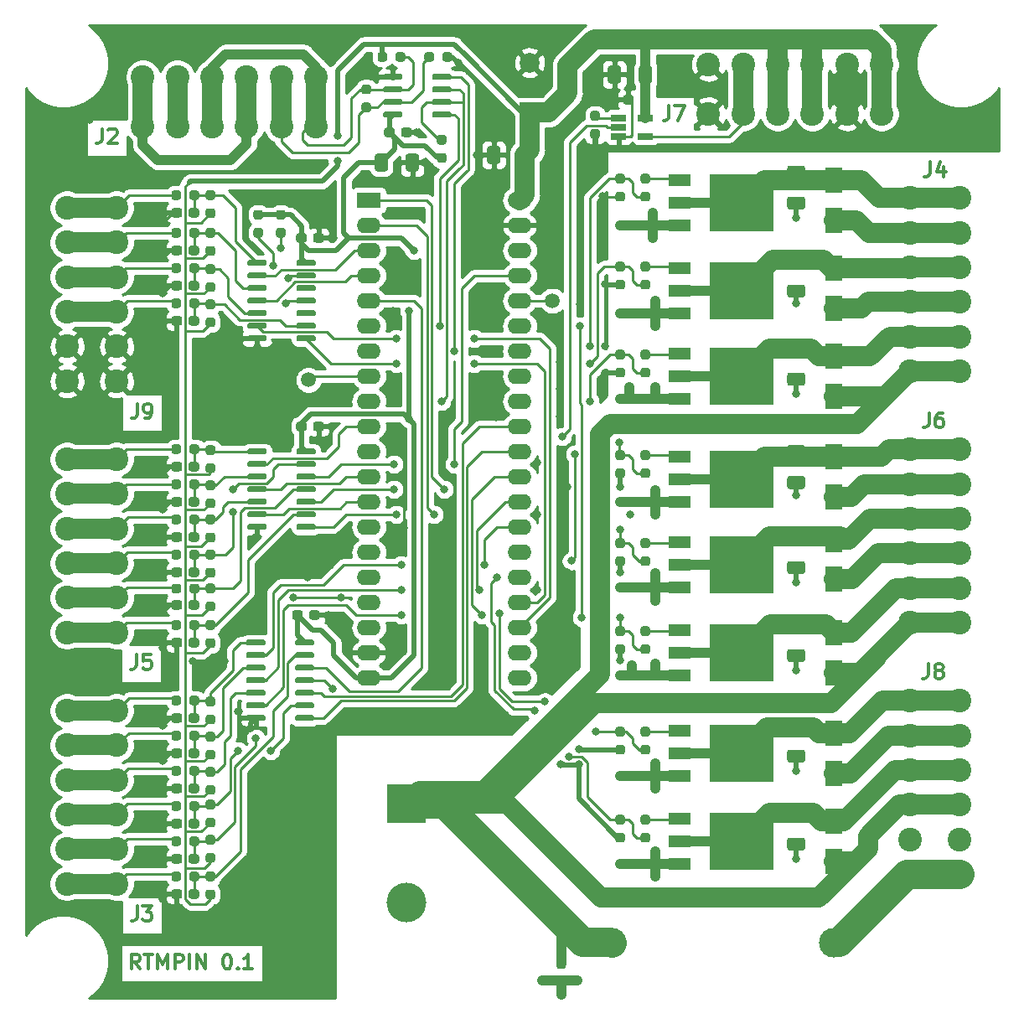
<source format=gtl>
%TF.GenerationSoftware,KiCad,Pcbnew,5.1.9+dfsg1-1*%
%TF.CreationDate,2021-12-02T00:27:29+01:00*%
%TF.ProjectId,RTMPin,52544d50-696e-42e6-9b69-6361645f7063,rev?*%
%TF.SameCoordinates,Original*%
%TF.FileFunction,Copper,L1,Top*%
%TF.FilePolarity,Positive*%
%FSLAX46Y46*%
G04 Gerber Fmt 4.6, Leading zero omitted, Abs format (unit mm)*
G04 Created by KiCad (PCBNEW 5.1.9+dfsg1-1) date 2021-12-02 00:27:29*
%MOMM*%
%LPD*%
G01*
G04 APERTURE LIST*
%TA.AperFunction,NonConductor*%
%ADD10C,0.300000*%
%TD*%
%TA.AperFunction,SMDPad,CuDef*%
%ADD11C,1.500000*%
%TD*%
%TA.AperFunction,ComponentPad*%
%ADD12C,3.000000*%
%TD*%
%TA.AperFunction,SMDPad,CuDef*%
%ADD13R,1.800000X2.500000*%
%TD*%
%TA.AperFunction,ComponentPad*%
%ADD14C,2.400000*%
%TD*%
%TA.AperFunction,SMDPad,CuDef*%
%ADD15R,6.400000X5.800000*%
%TD*%
%TA.AperFunction,SMDPad,CuDef*%
%ADD16R,2.200000X1.200000*%
%TD*%
%TA.AperFunction,SMDPad,CuDef*%
%ADD17R,1.560000X0.650000*%
%TD*%
%TA.AperFunction,ComponentPad*%
%ADD18O,2.400000X1.600000*%
%TD*%
%TA.AperFunction,ComponentPad*%
%ADD19R,2.400000X1.600000*%
%TD*%
%TA.AperFunction,ComponentPad*%
%ADD20C,4.000000*%
%TD*%
%TA.AperFunction,ComponentPad*%
%ADD21R,4.000000X4.000000*%
%TD*%
%TA.AperFunction,ComponentPad*%
%ADD22C,2.000000*%
%TD*%
%TA.AperFunction,ComponentPad*%
%ADD23R,2.000000X2.000000*%
%TD*%
%TA.AperFunction,ViaPad*%
%ADD24C,0.800000*%
%TD*%
%TA.AperFunction,Conductor*%
%ADD25C,0.500000*%
%TD*%
%TA.AperFunction,Conductor*%
%ADD26C,2.000000*%
%TD*%
%TA.AperFunction,Conductor*%
%ADD27C,0.250000*%
%TD*%
%TA.AperFunction,Conductor*%
%ADD28C,1.000000*%
%TD*%
%TA.AperFunction,Conductor*%
%ADD29C,3.000000*%
%TD*%
%TA.AperFunction,Conductor*%
%ADD30C,0.254000*%
%TD*%
%TA.AperFunction,Conductor*%
%ADD31C,0.100000*%
%TD*%
G04 APERTURE END LIST*
D10*
X146157200Y-49389571D02*
X146157200Y-50461000D01*
X146085771Y-50675285D01*
X145942914Y-50818142D01*
X145728628Y-50889571D01*
X145585771Y-50889571D01*
X146728628Y-49389571D02*
X147728628Y-49389571D01*
X147085771Y-50889571D01*
X88880200Y-51700971D02*
X88880200Y-52772400D01*
X88808771Y-52986685D01*
X88665914Y-53129542D01*
X88451628Y-53200971D01*
X88308771Y-53200971D01*
X89523057Y-51843828D02*
X89594485Y-51772400D01*
X89737342Y-51700971D01*
X90094485Y-51700971D01*
X90237342Y-51772400D01*
X90308771Y-51843828D01*
X90380200Y-51986685D01*
X90380200Y-52129542D01*
X90308771Y-52343828D01*
X89451628Y-53200971D01*
X90380200Y-53200971D01*
X92410800Y-79488571D02*
X92410800Y-80560000D01*
X92339371Y-80774285D01*
X92196514Y-80917142D01*
X91982228Y-80988571D01*
X91839371Y-80988571D01*
X93196514Y-80988571D02*
X93482228Y-80988571D01*
X93625085Y-80917142D01*
X93696514Y-80845714D01*
X93839371Y-80631428D01*
X93910800Y-80345714D01*
X93910800Y-79774285D01*
X93839371Y-79631428D01*
X93767942Y-79560000D01*
X93625085Y-79488571D01*
X93339371Y-79488571D01*
X93196514Y-79560000D01*
X93125085Y-79631428D01*
X93053657Y-79774285D01*
X93053657Y-80131428D01*
X93125085Y-80274285D01*
X93196514Y-80345714D01*
X93339371Y-80417142D01*
X93625085Y-80417142D01*
X93767942Y-80345714D01*
X93839371Y-80274285D01*
X93910800Y-80131428D01*
X92360000Y-104812371D02*
X92360000Y-105883800D01*
X92288571Y-106098085D01*
X92145714Y-106240942D01*
X91931428Y-106312371D01*
X91788571Y-106312371D01*
X93788571Y-104812371D02*
X93074285Y-104812371D01*
X93002857Y-105526657D01*
X93074285Y-105455228D01*
X93217142Y-105383800D01*
X93574285Y-105383800D01*
X93717142Y-105455228D01*
X93788571Y-105526657D01*
X93860000Y-105669514D01*
X93860000Y-106026657D01*
X93788571Y-106169514D01*
X93717142Y-106240942D01*
X93574285Y-106312371D01*
X93217142Y-106312371D01*
X93074285Y-106240942D01*
X93002857Y-106169514D01*
X92410800Y-130263171D02*
X92410800Y-131334600D01*
X92339371Y-131548885D01*
X92196514Y-131691742D01*
X91982228Y-131763171D01*
X91839371Y-131763171D01*
X92982228Y-130263171D02*
X93910800Y-130263171D01*
X93410800Y-130834600D01*
X93625085Y-130834600D01*
X93767942Y-130906028D01*
X93839371Y-130977457D01*
X93910800Y-131120314D01*
X93910800Y-131477457D01*
X93839371Y-131620314D01*
X93767942Y-131691742D01*
X93625085Y-131763171D01*
X93196514Y-131763171D01*
X93053657Y-131691742D01*
X92982228Y-131620314D01*
X172370000Y-105777571D02*
X172370000Y-106849000D01*
X172298571Y-107063285D01*
X172155714Y-107206142D01*
X171941428Y-107277571D01*
X171798571Y-107277571D01*
X173298571Y-106420428D02*
X173155714Y-106349000D01*
X173084285Y-106277571D01*
X173012857Y-106134714D01*
X173012857Y-106063285D01*
X173084285Y-105920428D01*
X173155714Y-105849000D01*
X173298571Y-105777571D01*
X173584285Y-105777571D01*
X173727142Y-105849000D01*
X173798571Y-105920428D01*
X173870000Y-106063285D01*
X173870000Y-106134714D01*
X173798571Y-106277571D01*
X173727142Y-106349000D01*
X173584285Y-106420428D01*
X173298571Y-106420428D01*
X173155714Y-106491857D01*
X173084285Y-106563285D01*
X173012857Y-106706142D01*
X173012857Y-106991857D01*
X173084285Y-107134714D01*
X173155714Y-107206142D01*
X173298571Y-107277571D01*
X173584285Y-107277571D01*
X173727142Y-107206142D01*
X173798571Y-107134714D01*
X173870000Y-106991857D01*
X173870000Y-106706142D01*
X173798571Y-106563285D01*
X173727142Y-106491857D01*
X173584285Y-106420428D01*
X172420800Y-80402971D02*
X172420800Y-81474400D01*
X172349371Y-81688685D01*
X172206514Y-81831542D01*
X171992228Y-81902971D01*
X171849371Y-81902971D01*
X173777942Y-80402971D02*
X173492228Y-80402971D01*
X173349371Y-80474400D01*
X173277942Y-80545828D01*
X173135085Y-80760114D01*
X173063657Y-81045828D01*
X173063657Y-81617257D01*
X173135085Y-81760114D01*
X173206514Y-81831542D01*
X173349371Y-81902971D01*
X173635085Y-81902971D01*
X173777942Y-81831542D01*
X173849371Y-81760114D01*
X173920800Y-81617257D01*
X173920800Y-81260114D01*
X173849371Y-81117257D01*
X173777942Y-81045828D01*
X173635085Y-80974400D01*
X173349371Y-80974400D01*
X173206514Y-81045828D01*
X173135085Y-81117257D01*
X173063657Y-81260114D01*
X172547800Y-55079171D02*
X172547800Y-56150600D01*
X172476371Y-56364885D01*
X172333514Y-56507742D01*
X172119228Y-56579171D01*
X171976371Y-56579171D01*
X173904942Y-55579171D02*
X173904942Y-56579171D01*
X173547800Y-55007742D02*
X173190657Y-56079171D01*
X174119228Y-56079171D01*
X92725714Y-136614571D02*
X92225714Y-135900285D01*
X91868571Y-136614571D02*
X91868571Y-135114571D01*
X92440000Y-135114571D01*
X92582857Y-135186000D01*
X92654285Y-135257428D01*
X92725714Y-135400285D01*
X92725714Y-135614571D01*
X92654285Y-135757428D01*
X92582857Y-135828857D01*
X92440000Y-135900285D01*
X91868571Y-135900285D01*
X93154285Y-135114571D02*
X94011428Y-135114571D01*
X93582857Y-136614571D02*
X93582857Y-135114571D01*
X94511428Y-136614571D02*
X94511428Y-135114571D01*
X95011428Y-136186000D01*
X95511428Y-135114571D01*
X95511428Y-136614571D01*
X96225714Y-136614571D02*
X96225714Y-135114571D01*
X96797142Y-135114571D01*
X96940000Y-135186000D01*
X97011428Y-135257428D01*
X97082857Y-135400285D01*
X97082857Y-135614571D01*
X97011428Y-135757428D01*
X96940000Y-135828857D01*
X96797142Y-135900285D01*
X96225714Y-135900285D01*
X97725714Y-136614571D02*
X97725714Y-135114571D01*
X98440000Y-136614571D02*
X98440000Y-135114571D01*
X99297142Y-136614571D01*
X99297142Y-135114571D01*
X101440000Y-135114571D02*
X101582857Y-135114571D01*
X101725714Y-135186000D01*
X101797142Y-135257428D01*
X101868571Y-135400285D01*
X101940000Y-135686000D01*
X101940000Y-136043142D01*
X101868571Y-136328857D01*
X101797142Y-136471714D01*
X101725714Y-136543142D01*
X101582857Y-136614571D01*
X101440000Y-136614571D01*
X101297142Y-136543142D01*
X101225714Y-136471714D01*
X101154285Y-136328857D01*
X101082857Y-136043142D01*
X101082857Y-135686000D01*
X101154285Y-135400285D01*
X101225714Y-135257428D01*
X101297142Y-135186000D01*
X101440000Y-135114571D01*
X102582857Y-136471714D02*
X102654285Y-136543142D01*
X102582857Y-136614571D01*
X102511428Y-136543142D01*
X102582857Y-136471714D01*
X102582857Y-136614571D01*
X104082857Y-136614571D02*
X103225714Y-136614571D01*
X103654285Y-136614571D02*
X103654285Y-135114571D01*
X103511428Y-135328857D01*
X103368571Y-135471714D01*
X103225714Y-135543142D01*
%TA.AperFunction,SMDPad,CuDef*%
G36*
G01*
X123257500Y-44687500D02*
X123257500Y-44212500D01*
G75*
G02*
X123495000Y-43975000I237500J0D01*
G01*
X123995000Y-43975000D01*
G75*
G02*
X124232500Y-44212500I0J-237500D01*
G01*
X124232500Y-44687500D01*
G75*
G02*
X123995000Y-44925000I-237500J0D01*
G01*
X123495000Y-44925000D01*
G75*
G02*
X123257500Y-44687500I0J237500D01*
G01*
G37*
%TD.AperFunction*%
%TA.AperFunction,SMDPad,CuDef*%
G36*
G01*
X121432500Y-44687500D02*
X121432500Y-44212500D01*
G75*
G02*
X121670000Y-43975000I237500J0D01*
G01*
X122170000Y-43975000D01*
G75*
G02*
X122407500Y-44212500I0J-237500D01*
G01*
X122407500Y-44687500D01*
G75*
G02*
X122170000Y-44925000I-237500J0D01*
G01*
X121670000Y-44925000D01*
G75*
G02*
X121432500Y-44687500I0J237500D01*
G01*
G37*
%TD.AperFunction*%
%TA.AperFunction,SMDPad,CuDef*%
G36*
G01*
X100059500Y-120479000D02*
X99584500Y-120479000D01*
G75*
G02*
X99347000Y-120241500I0J237500D01*
G01*
X99347000Y-119741500D01*
G75*
G02*
X99584500Y-119504000I237500J0D01*
G01*
X100059500Y-119504000D01*
G75*
G02*
X100297000Y-119741500I0J-237500D01*
G01*
X100297000Y-120241500D01*
G75*
G02*
X100059500Y-120479000I-237500J0D01*
G01*
G37*
%TD.AperFunction*%
%TA.AperFunction,SMDPad,CuDef*%
G36*
G01*
X100059500Y-122304000D02*
X99584500Y-122304000D01*
G75*
G02*
X99347000Y-122066500I0J237500D01*
G01*
X99347000Y-121566500D01*
G75*
G02*
X99584500Y-121329000I237500J0D01*
G01*
X100059500Y-121329000D01*
G75*
G02*
X100297000Y-121566500I0J-237500D01*
G01*
X100297000Y-122066500D01*
G75*
G02*
X100059500Y-122304000I-237500J0D01*
G01*
G37*
%TD.AperFunction*%
%TA.AperFunction,SMDPad,CuDef*%
G36*
G01*
X96957000Y-128794500D02*
X96957000Y-129269500D01*
G75*
G02*
X96719500Y-129507000I-237500J0D01*
G01*
X96119500Y-129507000D01*
G75*
G02*
X95882000Y-129269500I0J237500D01*
G01*
X95882000Y-128794500D01*
G75*
G02*
X96119500Y-128557000I237500J0D01*
G01*
X96719500Y-128557000D01*
G75*
G02*
X96957000Y-128794500I0J-237500D01*
G01*
G37*
%TD.AperFunction*%
%TA.AperFunction,SMDPad,CuDef*%
G36*
G01*
X98682000Y-128794500D02*
X98682000Y-129269500D01*
G75*
G02*
X98444500Y-129507000I-237500J0D01*
G01*
X97844500Y-129507000D01*
G75*
G02*
X97607000Y-129269500I0J237500D01*
G01*
X97607000Y-128794500D01*
G75*
G02*
X97844500Y-128557000I237500J0D01*
G01*
X98444500Y-128557000D01*
G75*
G02*
X98682000Y-128794500I0J-237500D01*
G01*
G37*
%TD.AperFunction*%
D11*
X109728000Y-77089000D03*
D12*
X162835000Y-133985000D03*
X140335000Y-133985000D03*
D13*
X162814000Y-121698000D03*
X162814000Y-125698000D03*
X162814000Y-112808000D03*
X162814000Y-116808000D03*
X162814000Y-84868000D03*
X162814000Y-88868000D03*
X162814000Y-93218000D03*
X162814000Y-97218000D03*
X162814000Y-102648000D03*
X162814000Y-106648000D03*
X162814000Y-56928000D03*
X162814000Y-60928000D03*
X162814000Y-65818000D03*
X162814000Y-69818000D03*
X162814000Y-74708000D03*
X162814000Y-78708000D03*
%TA.AperFunction,SMDPad,CuDef*%
G36*
G01*
X144001500Y-113113000D02*
X143526500Y-113113000D01*
G75*
G02*
X143289000Y-112875500I0J237500D01*
G01*
X143289000Y-112375500D01*
G75*
G02*
X143526500Y-112138000I237500J0D01*
G01*
X144001500Y-112138000D01*
G75*
G02*
X144239000Y-112375500I0J-237500D01*
G01*
X144239000Y-112875500D01*
G75*
G02*
X144001500Y-113113000I-237500J0D01*
G01*
G37*
%TD.AperFunction*%
%TA.AperFunction,SMDPad,CuDef*%
G36*
G01*
X144001500Y-114938000D02*
X143526500Y-114938000D01*
G75*
G02*
X143289000Y-114700500I0J237500D01*
G01*
X143289000Y-114200500D01*
G75*
G02*
X143526500Y-113963000I237500J0D01*
G01*
X144001500Y-113963000D01*
G75*
G02*
X144239000Y-114200500I0J-237500D01*
G01*
X144239000Y-114700500D01*
G75*
G02*
X144001500Y-114938000I-237500J0D01*
G01*
G37*
%TD.AperFunction*%
%TA.AperFunction,SMDPad,CuDef*%
G36*
G01*
X144001500Y-122003000D02*
X143526500Y-122003000D01*
G75*
G02*
X143289000Y-121765500I0J237500D01*
G01*
X143289000Y-121265500D01*
G75*
G02*
X143526500Y-121028000I237500J0D01*
G01*
X144001500Y-121028000D01*
G75*
G02*
X144239000Y-121265500I0J-237500D01*
G01*
X144239000Y-121765500D01*
G75*
G02*
X144001500Y-122003000I-237500J0D01*
G01*
G37*
%TD.AperFunction*%
%TA.AperFunction,SMDPad,CuDef*%
G36*
G01*
X144001500Y-123828000D02*
X143526500Y-123828000D01*
G75*
G02*
X143289000Y-123590500I0J237500D01*
G01*
X143289000Y-123090500D01*
G75*
G02*
X143526500Y-122853000I237500J0D01*
G01*
X144001500Y-122853000D01*
G75*
G02*
X144239000Y-123090500I0J-237500D01*
G01*
X144239000Y-123590500D01*
G75*
G02*
X144001500Y-123828000I-237500J0D01*
G01*
G37*
%TD.AperFunction*%
%TA.AperFunction,SMDPad,CuDef*%
G36*
G01*
X144001500Y-85173000D02*
X143526500Y-85173000D01*
G75*
G02*
X143289000Y-84935500I0J237500D01*
G01*
X143289000Y-84435500D01*
G75*
G02*
X143526500Y-84198000I237500J0D01*
G01*
X144001500Y-84198000D01*
G75*
G02*
X144239000Y-84435500I0J-237500D01*
G01*
X144239000Y-84935500D01*
G75*
G02*
X144001500Y-85173000I-237500J0D01*
G01*
G37*
%TD.AperFunction*%
%TA.AperFunction,SMDPad,CuDef*%
G36*
G01*
X144001500Y-86998000D02*
X143526500Y-86998000D01*
G75*
G02*
X143289000Y-86760500I0J237500D01*
G01*
X143289000Y-86260500D01*
G75*
G02*
X143526500Y-86023000I237500J0D01*
G01*
X144001500Y-86023000D01*
G75*
G02*
X144239000Y-86260500I0J-237500D01*
G01*
X144239000Y-86760500D01*
G75*
G02*
X144001500Y-86998000I-237500J0D01*
G01*
G37*
%TD.AperFunction*%
%TA.AperFunction,SMDPad,CuDef*%
G36*
G01*
X144001500Y-94063000D02*
X143526500Y-94063000D01*
G75*
G02*
X143289000Y-93825500I0J237500D01*
G01*
X143289000Y-93325500D01*
G75*
G02*
X143526500Y-93088000I237500J0D01*
G01*
X144001500Y-93088000D01*
G75*
G02*
X144239000Y-93325500I0J-237500D01*
G01*
X144239000Y-93825500D01*
G75*
G02*
X144001500Y-94063000I-237500J0D01*
G01*
G37*
%TD.AperFunction*%
%TA.AperFunction,SMDPad,CuDef*%
G36*
G01*
X144001500Y-95888000D02*
X143526500Y-95888000D01*
G75*
G02*
X143289000Y-95650500I0J237500D01*
G01*
X143289000Y-95150500D01*
G75*
G02*
X143526500Y-94913000I237500J0D01*
G01*
X144001500Y-94913000D01*
G75*
G02*
X144239000Y-95150500I0J-237500D01*
G01*
X144239000Y-95650500D01*
G75*
G02*
X144001500Y-95888000I-237500J0D01*
G01*
G37*
%TD.AperFunction*%
%TA.AperFunction,SMDPad,CuDef*%
G36*
G01*
X144001500Y-102953000D02*
X143526500Y-102953000D01*
G75*
G02*
X143289000Y-102715500I0J237500D01*
G01*
X143289000Y-102215500D01*
G75*
G02*
X143526500Y-101978000I237500J0D01*
G01*
X144001500Y-101978000D01*
G75*
G02*
X144239000Y-102215500I0J-237500D01*
G01*
X144239000Y-102715500D01*
G75*
G02*
X144001500Y-102953000I-237500J0D01*
G01*
G37*
%TD.AperFunction*%
%TA.AperFunction,SMDPad,CuDef*%
G36*
G01*
X144001500Y-104778000D02*
X143526500Y-104778000D01*
G75*
G02*
X143289000Y-104540500I0J237500D01*
G01*
X143289000Y-104040500D01*
G75*
G02*
X143526500Y-103803000I237500J0D01*
G01*
X144001500Y-103803000D01*
G75*
G02*
X144239000Y-104040500I0J-237500D01*
G01*
X144239000Y-104540500D01*
G75*
G02*
X144001500Y-104778000I-237500J0D01*
G01*
G37*
%TD.AperFunction*%
%TA.AperFunction,SMDPad,CuDef*%
G36*
G01*
X144001500Y-57233000D02*
X143526500Y-57233000D01*
G75*
G02*
X143289000Y-56995500I0J237500D01*
G01*
X143289000Y-56495500D01*
G75*
G02*
X143526500Y-56258000I237500J0D01*
G01*
X144001500Y-56258000D01*
G75*
G02*
X144239000Y-56495500I0J-237500D01*
G01*
X144239000Y-56995500D01*
G75*
G02*
X144001500Y-57233000I-237500J0D01*
G01*
G37*
%TD.AperFunction*%
%TA.AperFunction,SMDPad,CuDef*%
G36*
G01*
X144001500Y-59058000D02*
X143526500Y-59058000D01*
G75*
G02*
X143289000Y-58820500I0J237500D01*
G01*
X143289000Y-58320500D01*
G75*
G02*
X143526500Y-58083000I237500J0D01*
G01*
X144001500Y-58083000D01*
G75*
G02*
X144239000Y-58320500I0J-237500D01*
G01*
X144239000Y-58820500D01*
G75*
G02*
X144001500Y-59058000I-237500J0D01*
G01*
G37*
%TD.AperFunction*%
%TA.AperFunction,SMDPad,CuDef*%
G36*
G01*
X144001500Y-66123000D02*
X143526500Y-66123000D01*
G75*
G02*
X143289000Y-65885500I0J237500D01*
G01*
X143289000Y-65385500D01*
G75*
G02*
X143526500Y-65148000I237500J0D01*
G01*
X144001500Y-65148000D01*
G75*
G02*
X144239000Y-65385500I0J-237500D01*
G01*
X144239000Y-65885500D01*
G75*
G02*
X144001500Y-66123000I-237500J0D01*
G01*
G37*
%TD.AperFunction*%
%TA.AperFunction,SMDPad,CuDef*%
G36*
G01*
X144001500Y-67948000D02*
X143526500Y-67948000D01*
G75*
G02*
X143289000Y-67710500I0J237500D01*
G01*
X143289000Y-67210500D01*
G75*
G02*
X143526500Y-66973000I237500J0D01*
G01*
X144001500Y-66973000D01*
G75*
G02*
X144239000Y-67210500I0J-237500D01*
G01*
X144239000Y-67710500D01*
G75*
G02*
X144001500Y-67948000I-237500J0D01*
G01*
G37*
%TD.AperFunction*%
%TA.AperFunction,SMDPad,CuDef*%
G36*
G01*
X144001500Y-75013000D02*
X143526500Y-75013000D01*
G75*
G02*
X143289000Y-74775500I0J237500D01*
G01*
X143289000Y-74275500D01*
G75*
G02*
X143526500Y-74038000I237500J0D01*
G01*
X144001500Y-74038000D01*
G75*
G02*
X144239000Y-74275500I0J-237500D01*
G01*
X144239000Y-74775500D01*
G75*
G02*
X144001500Y-75013000I-237500J0D01*
G01*
G37*
%TD.AperFunction*%
%TA.AperFunction,SMDPad,CuDef*%
G36*
G01*
X144001500Y-76838000D02*
X143526500Y-76838000D01*
G75*
G02*
X143289000Y-76600500I0J237500D01*
G01*
X143289000Y-76100500D01*
G75*
G02*
X143526500Y-75863000I237500J0D01*
G01*
X144001500Y-75863000D01*
G75*
G02*
X144239000Y-76100500I0J-237500D01*
G01*
X144239000Y-76600500D01*
G75*
G02*
X144001500Y-76838000I-237500J0D01*
G01*
G37*
%TD.AperFunction*%
%TA.AperFunction,SMDPad,CuDef*%
G36*
G01*
X158353997Y-123328000D02*
X159654003Y-123328000D01*
G75*
G02*
X159904000Y-123577997I0J-249997D01*
G01*
X159904000Y-124403003D01*
G75*
G02*
X159654003Y-124653000I-249997J0D01*
G01*
X158353997Y-124653000D01*
G75*
G02*
X158104000Y-124403003I0J249997D01*
G01*
X158104000Y-123577997D01*
G75*
G02*
X158353997Y-123328000I249997J0D01*
G01*
G37*
%TD.AperFunction*%
%TA.AperFunction,SMDPad,CuDef*%
G36*
G01*
X158353997Y-120203000D02*
X159654003Y-120203000D01*
G75*
G02*
X159904000Y-120452997I0J-249997D01*
G01*
X159904000Y-121278003D01*
G75*
G02*
X159654003Y-121528000I-249997J0D01*
G01*
X158353997Y-121528000D01*
G75*
G02*
X158104000Y-121278003I0J249997D01*
G01*
X158104000Y-120452997D01*
G75*
G02*
X158353997Y-120203000I249997J0D01*
G01*
G37*
%TD.AperFunction*%
D14*
X150140000Y-50212000D03*
X157140000Y-50212000D03*
X164140000Y-50212000D03*
X153640000Y-45212000D03*
X160640000Y-45212000D03*
X167640000Y-45212000D03*
X153640000Y-50212000D03*
X160640000Y-50212000D03*
X167640000Y-50212000D03*
X150140000Y-45212000D03*
X157140000Y-45212000D03*
X164140000Y-45212000D03*
D15*
X153484000Y-114808000D03*
D16*
X147184000Y-117088000D03*
X147184000Y-114808000D03*
X147184000Y-112528000D03*
D15*
X153484000Y-123698000D03*
D16*
X147184000Y-125978000D03*
X147184000Y-123698000D03*
X147184000Y-121418000D03*
D15*
X153519000Y-87123000D03*
D16*
X147219000Y-89403000D03*
X147219000Y-87123000D03*
X147219000Y-84843000D03*
D15*
X153484000Y-95758000D03*
D16*
X147184000Y-98038000D03*
X147184000Y-95758000D03*
X147184000Y-93478000D03*
D15*
X153519000Y-104648000D03*
D16*
X147219000Y-106928000D03*
X147219000Y-104648000D03*
X147219000Y-102368000D03*
D15*
X153519000Y-59183000D03*
D16*
X147219000Y-61463000D03*
X147219000Y-59183000D03*
X147219000Y-56903000D03*
D15*
X153519000Y-68073000D03*
D16*
X147219000Y-70353000D03*
X147219000Y-68073000D03*
X147219000Y-65793000D03*
D15*
X153484000Y-76708000D03*
D16*
X147184000Y-78988000D03*
X147184000Y-76708000D03*
X147184000Y-74428000D03*
%TA.AperFunction,SMDPad,CuDef*%
G36*
G01*
X108499000Y-65428000D02*
X108499000Y-65128000D01*
G75*
G02*
X108649000Y-64978000I150000J0D01*
G01*
X110299000Y-64978000D01*
G75*
G02*
X110449000Y-65128000I0J-150000D01*
G01*
X110449000Y-65428000D01*
G75*
G02*
X110299000Y-65578000I-150000J0D01*
G01*
X108649000Y-65578000D01*
G75*
G02*
X108499000Y-65428000I0J150000D01*
G01*
G37*
%TD.AperFunction*%
%TA.AperFunction,SMDPad,CuDef*%
G36*
G01*
X108499000Y-66698000D02*
X108499000Y-66398000D01*
G75*
G02*
X108649000Y-66248000I150000J0D01*
G01*
X110299000Y-66248000D01*
G75*
G02*
X110449000Y-66398000I0J-150000D01*
G01*
X110449000Y-66698000D01*
G75*
G02*
X110299000Y-66848000I-150000J0D01*
G01*
X108649000Y-66848000D01*
G75*
G02*
X108499000Y-66698000I0J150000D01*
G01*
G37*
%TD.AperFunction*%
%TA.AperFunction,SMDPad,CuDef*%
G36*
G01*
X108499000Y-67968000D02*
X108499000Y-67668000D01*
G75*
G02*
X108649000Y-67518000I150000J0D01*
G01*
X110299000Y-67518000D01*
G75*
G02*
X110449000Y-67668000I0J-150000D01*
G01*
X110449000Y-67968000D01*
G75*
G02*
X110299000Y-68118000I-150000J0D01*
G01*
X108649000Y-68118000D01*
G75*
G02*
X108499000Y-67968000I0J150000D01*
G01*
G37*
%TD.AperFunction*%
%TA.AperFunction,SMDPad,CuDef*%
G36*
G01*
X108499000Y-69238000D02*
X108499000Y-68938000D01*
G75*
G02*
X108649000Y-68788000I150000J0D01*
G01*
X110299000Y-68788000D01*
G75*
G02*
X110449000Y-68938000I0J-150000D01*
G01*
X110449000Y-69238000D01*
G75*
G02*
X110299000Y-69388000I-150000J0D01*
G01*
X108649000Y-69388000D01*
G75*
G02*
X108499000Y-69238000I0J150000D01*
G01*
G37*
%TD.AperFunction*%
%TA.AperFunction,SMDPad,CuDef*%
G36*
G01*
X108499000Y-70508000D02*
X108499000Y-70208000D01*
G75*
G02*
X108649000Y-70058000I150000J0D01*
G01*
X110299000Y-70058000D01*
G75*
G02*
X110449000Y-70208000I0J-150000D01*
G01*
X110449000Y-70508000D01*
G75*
G02*
X110299000Y-70658000I-150000J0D01*
G01*
X108649000Y-70658000D01*
G75*
G02*
X108499000Y-70508000I0J150000D01*
G01*
G37*
%TD.AperFunction*%
%TA.AperFunction,SMDPad,CuDef*%
G36*
G01*
X108499000Y-71778000D02*
X108499000Y-71478000D01*
G75*
G02*
X108649000Y-71328000I150000J0D01*
G01*
X110299000Y-71328000D01*
G75*
G02*
X110449000Y-71478000I0J-150000D01*
G01*
X110449000Y-71778000D01*
G75*
G02*
X110299000Y-71928000I-150000J0D01*
G01*
X108649000Y-71928000D01*
G75*
G02*
X108499000Y-71778000I0J150000D01*
G01*
G37*
%TD.AperFunction*%
%TA.AperFunction,SMDPad,CuDef*%
G36*
G01*
X108499000Y-73048000D02*
X108499000Y-72748000D01*
G75*
G02*
X108649000Y-72598000I150000J0D01*
G01*
X110299000Y-72598000D01*
G75*
G02*
X110449000Y-72748000I0J-150000D01*
G01*
X110449000Y-73048000D01*
G75*
G02*
X110299000Y-73198000I-150000J0D01*
G01*
X108649000Y-73198000D01*
G75*
G02*
X108499000Y-73048000I0J150000D01*
G01*
G37*
%TD.AperFunction*%
%TA.AperFunction,SMDPad,CuDef*%
G36*
G01*
X103549000Y-73048000D02*
X103549000Y-72748000D01*
G75*
G02*
X103699000Y-72598000I150000J0D01*
G01*
X105349000Y-72598000D01*
G75*
G02*
X105499000Y-72748000I0J-150000D01*
G01*
X105499000Y-73048000D01*
G75*
G02*
X105349000Y-73198000I-150000J0D01*
G01*
X103699000Y-73198000D01*
G75*
G02*
X103549000Y-73048000I0J150000D01*
G01*
G37*
%TD.AperFunction*%
%TA.AperFunction,SMDPad,CuDef*%
G36*
G01*
X103549000Y-71778000D02*
X103549000Y-71478000D01*
G75*
G02*
X103699000Y-71328000I150000J0D01*
G01*
X105349000Y-71328000D01*
G75*
G02*
X105499000Y-71478000I0J-150000D01*
G01*
X105499000Y-71778000D01*
G75*
G02*
X105349000Y-71928000I-150000J0D01*
G01*
X103699000Y-71928000D01*
G75*
G02*
X103549000Y-71778000I0J150000D01*
G01*
G37*
%TD.AperFunction*%
%TA.AperFunction,SMDPad,CuDef*%
G36*
G01*
X103549000Y-70508000D02*
X103549000Y-70208000D01*
G75*
G02*
X103699000Y-70058000I150000J0D01*
G01*
X105349000Y-70058000D01*
G75*
G02*
X105499000Y-70208000I0J-150000D01*
G01*
X105499000Y-70508000D01*
G75*
G02*
X105349000Y-70658000I-150000J0D01*
G01*
X103699000Y-70658000D01*
G75*
G02*
X103549000Y-70508000I0J150000D01*
G01*
G37*
%TD.AperFunction*%
%TA.AperFunction,SMDPad,CuDef*%
G36*
G01*
X103549000Y-69238000D02*
X103549000Y-68938000D01*
G75*
G02*
X103699000Y-68788000I150000J0D01*
G01*
X105349000Y-68788000D01*
G75*
G02*
X105499000Y-68938000I0J-150000D01*
G01*
X105499000Y-69238000D01*
G75*
G02*
X105349000Y-69388000I-150000J0D01*
G01*
X103699000Y-69388000D01*
G75*
G02*
X103549000Y-69238000I0J150000D01*
G01*
G37*
%TD.AperFunction*%
%TA.AperFunction,SMDPad,CuDef*%
G36*
G01*
X103549000Y-67968000D02*
X103549000Y-67668000D01*
G75*
G02*
X103699000Y-67518000I150000J0D01*
G01*
X105349000Y-67518000D01*
G75*
G02*
X105499000Y-67668000I0J-150000D01*
G01*
X105499000Y-67968000D01*
G75*
G02*
X105349000Y-68118000I-150000J0D01*
G01*
X103699000Y-68118000D01*
G75*
G02*
X103549000Y-67968000I0J150000D01*
G01*
G37*
%TD.AperFunction*%
%TA.AperFunction,SMDPad,CuDef*%
G36*
G01*
X103549000Y-66698000D02*
X103549000Y-66398000D01*
G75*
G02*
X103699000Y-66248000I150000J0D01*
G01*
X105349000Y-66248000D01*
G75*
G02*
X105499000Y-66398000I0J-150000D01*
G01*
X105499000Y-66698000D01*
G75*
G02*
X105349000Y-66848000I-150000J0D01*
G01*
X103699000Y-66848000D01*
G75*
G02*
X103549000Y-66698000I0J150000D01*
G01*
G37*
%TD.AperFunction*%
%TA.AperFunction,SMDPad,CuDef*%
G36*
G01*
X103549000Y-65428000D02*
X103549000Y-65128000D01*
G75*
G02*
X103699000Y-64978000I150000J0D01*
G01*
X105349000Y-64978000D01*
G75*
G02*
X105499000Y-65128000I0J-150000D01*
G01*
X105499000Y-65428000D01*
G75*
G02*
X105349000Y-65578000I-150000J0D01*
G01*
X103699000Y-65578000D01*
G75*
G02*
X103549000Y-65428000I0J150000D01*
G01*
G37*
%TD.AperFunction*%
D17*
X143764000Y-50612000D03*
X143764000Y-52512000D03*
X141064000Y-52512000D03*
X141064000Y-51562000D03*
X141064000Y-50612000D03*
%TA.AperFunction,SMDPad,CuDef*%
G36*
G01*
X108499000Y-84478000D02*
X108499000Y-84178000D01*
G75*
G02*
X108649000Y-84028000I150000J0D01*
G01*
X110299000Y-84028000D01*
G75*
G02*
X110449000Y-84178000I0J-150000D01*
G01*
X110449000Y-84478000D01*
G75*
G02*
X110299000Y-84628000I-150000J0D01*
G01*
X108649000Y-84628000D01*
G75*
G02*
X108499000Y-84478000I0J150000D01*
G01*
G37*
%TD.AperFunction*%
%TA.AperFunction,SMDPad,CuDef*%
G36*
G01*
X108499000Y-85748000D02*
X108499000Y-85448000D01*
G75*
G02*
X108649000Y-85298000I150000J0D01*
G01*
X110299000Y-85298000D01*
G75*
G02*
X110449000Y-85448000I0J-150000D01*
G01*
X110449000Y-85748000D01*
G75*
G02*
X110299000Y-85898000I-150000J0D01*
G01*
X108649000Y-85898000D01*
G75*
G02*
X108499000Y-85748000I0J150000D01*
G01*
G37*
%TD.AperFunction*%
%TA.AperFunction,SMDPad,CuDef*%
G36*
G01*
X108499000Y-87018000D02*
X108499000Y-86718000D01*
G75*
G02*
X108649000Y-86568000I150000J0D01*
G01*
X110299000Y-86568000D01*
G75*
G02*
X110449000Y-86718000I0J-150000D01*
G01*
X110449000Y-87018000D01*
G75*
G02*
X110299000Y-87168000I-150000J0D01*
G01*
X108649000Y-87168000D01*
G75*
G02*
X108499000Y-87018000I0J150000D01*
G01*
G37*
%TD.AperFunction*%
%TA.AperFunction,SMDPad,CuDef*%
G36*
G01*
X108499000Y-88288000D02*
X108499000Y-87988000D01*
G75*
G02*
X108649000Y-87838000I150000J0D01*
G01*
X110299000Y-87838000D01*
G75*
G02*
X110449000Y-87988000I0J-150000D01*
G01*
X110449000Y-88288000D01*
G75*
G02*
X110299000Y-88438000I-150000J0D01*
G01*
X108649000Y-88438000D01*
G75*
G02*
X108499000Y-88288000I0J150000D01*
G01*
G37*
%TD.AperFunction*%
%TA.AperFunction,SMDPad,CuDef*%
G36*
G01*
X108499000Y-89558000D02*
X108499000Y-89258000D01*
G75*
G02*
X108649000Y-89108000I150000J0D01*
G01*
X110299000Y-89108000D01*
G75*
G02*
X110449000Y-89258000I0J-150000D01*
G01*
X110449000Y-89558000D01*
G75*
G02*
X110299000Y-89708000I-150000J0D01*
G01*
X108649000Y-89708000D01*
G75*
G02*
X108499000Y-89558000I0J150000D01*
G01*
G37*
%TD.AperFunction*%
%TA.AperFunction,SMDPad,CuDef*%
G36*
G01*
X108499000Y-90828000D02*
X108499000Y-90528000D01*
G75*
G02*
X108649000Y-90378000I150000J0D01*
G01*
X110299000Y-90378000D01*
G75*
G02*
X110449000Y-90528000I0J-150000D01*
G01*
X110449000Y-90828000D01*
G75*
G02*
X110299000Y-90978000I-150000J0D01*
G01*
X108649000Y-90978000D01*
G75*
G02*
X108499000Y-90828000I0J150000D01*
G01*
G37*
%TD.AperFunction*%
%TA.AperFunction,SMDPad,CuDef*%
G36*
G01*
X108499000Y-92098000D02*
X108499000Y-91798000D01*
G75*
G02*
X108649000Y-91648000I150000J0D01*
G01*
X110299000Y-91648000D01*
G75*
G02*
X110449000Y-91798000I0J-150000D01*
G01*
X110449000Y-92098000D01*
G75*
G02*
X110299000Y-92248000I-150000J0D01*
G01*
X108649000Y-92248000D01*
G75*
G02*
X108499000Y-92098000I0J150000D01*
G01*
G37*
%TD.AperFunction*%
%TA.AperFunction,SMDPad,CuDef*%
G36*
G01*
X103549000Y-92098000D02*
X103549000Y-91798000D01*
G75*
G02*
X103699000Y-91648000I150000J0D01*
G01*
X105349000Y-91648000D01*
G75*
G02*
X105499000Y-91798000I0J-150000D01*
G01*
X105499000Y-92098000D01*
G75*
G02*
X105349000Y-92248000I-150000J0D01*
G01*
X103699000Y-92248000D01*
G75*
G02*
X103549000Y-92098000I0J150000D01*
G01*
G37*
%TD.AperFunction*%
%TA.AperFunction,SMDPad,CuDef*%
G36*
G01*
X103549000Y-90828000D02*
X103549000Y-90528000D01*
G75*
G02*
X103699000Y-90378000I150000J0D01*
G01*
X105349000Y-90378000D01*
G75*
G02*
X105499000Y-90528000I0J-150000D01*
G01*
X105499000Y-90828000D01*
G75*
G02*
X105349000Y-90978000I-150000J0D01*
G01*
X103699000Y-90978000D01*
G75*
G02*
X103549000Y-90828000I0J150000D01*
G01*
G37*
%TD.AperFunction*%
%TA.AperFunction,SMDPad,CuDef*%
G36*
G01*
X103549000Y-89558000D02*
X103549000Y-89258000D01*
G75*
G02*
X103699000Y-89108000I150000J0D01*
G01*
X105349000Y-89108000D01*
G75*
G02*
X105499000Y-89258000I0J-150000D01*
G01*
X105499000Y-89558000D01*
G75*
G02*
X105349000Y-89708000I-150000J0D01*
G01*
X103699000Y-89708000D01*
G75*
G02*
X103549000Y-89558000I0J150000D01*
G01*
G37*
%TD.AperFunction*%
%TA.AperFunction,SMDPad,CuDef*%
G36*
G01*
X103549000Y-88288000D02*
X103549000Y-87988000D01*
G75*
G02*
X103699000Y-87838000I150000J0D01*
G01*
X105349000Y-87838000D01*
G75*
G02*
X105499000Y-87988000I0J-150000D01*
G01*
X105499000Y-88288000D01*
G75*
G02*
X105349000Y-88438000I-150000J0D01*
G01*
X103699000Y-88438000D01*
G75*
G02*
X103549000Y-88288000I0J150000D01*
G01*
G37*
%TD.AperFunction*%
%TA.AperFunction,SMDPad,CuDef*%
G36*
G01*
X103549000Y-87018000D02*
X103549000Y-86718000D01*
G75*
G02*
X103699000Y-86568000I150000J0D01*
G01*
X105349000Y-86568000D01*
G75*
G02*
X105499000Y-86718000I0J-150000D01*
G01*
X105499000Y-87018000D01*
G75*
G02*
X105349000Y-87168000I-150000J0D01*
G01*
X103699000Y-87168000D01*
G75*
G02*
X103549000Y-87018000I0J150000D01*
G01*
G37*
%TD.AperFunction*%
%TA.AperFunction,SMDPad,CuDef*%
G36*
G01*
X103549000Y-85748000D02*
X103549000Y-85448000D01*
G75*
G02*
X103699000Y-85298000I150000J0D01*
G01*
X105349000Y-85298000D01*
G75*
G02*
X105499000Y-85448000I0J-150000D01*
G01*
X105499000Y-85748000D01*
G75*
G02*
X105349000Y-85898000I-150000J0D01*
G01*
X103699000Y-85898000D01*
G75*
G02*
X103549000Y-85748000I0J150000D01*
G01*
G37*
%TD.AperFunction*%
%TA.AperFunction,SMDPad,CuDef*%
G36*
G01*
X103549000Y-84478000D02*
X103549000Y-84178000D01*
G75*
G02*
X103699000Y-84028000I150000J0D01*
G01*
X105349000Y-84028000D01*
G75*
G02*
X105499000Y-84178000I0J-150000D01*
G01*
X105499000Y-84478000D01*
G75*
G02*
X105349000Y-84628000I-150000J0D01*
G01*
X103699000Y-84628000D01*
G75*
G02*
X103549000Y-84478000I0J150000D01*
G01*
G37*
%TD.AperFunction*%
D18*
X131064000Y-58928000D03*
X115824000Y-107188000D03*
X131064000Y-61468000D03*
X115824000Y-104648000D03*
X131064000Y-64008000D03*
X115824000Y-102108000D03*
X131064000Y-66548000D03*
X115824000Y-99568000D03*
X131064000Y-69088000D03*
X115824000Y-97028000D03*
X131064000Y-71628000D03*
X115824000Y-94488000D03*
X131064000Y-74168000D03*
X115824000Y-91948000D03*
X131064000Y-76708000D03*
X115824000Y-89408000D03*
X131064000Y-79248000D03*
X115824000Y-86868000D03*
X131064000Y-81788000D03*
X115824000Y-84328000D03*
X131064000Y-84328000D03*
X115824000Y-81788000D03*
X131064000Y-86868000D03*
X115824000Y-79248000D03*
X131064000Y-89408000D03*
X115824000Y-76708000D03*
X131064000Y-91948000D03*
X115824000Y-74168000D03*
X131064000Y-94488000D03*
X115824000Y-71628000D03*
X131064000Y-97028000D03*
X115824000Y-69088000D03*
X131064000Y-99568000D03*
X115824000Y-66548000D03*
X131064000Y-102108000D03*
X115824000Y-64008000D03*
X131064000Y-104648000D03*
X115824000Y-61468000D03*
X131064000Y-107188000D03*
D19*
X115824000Y-58928000D03*
%TA.AperFunction,SMDPad,CuDef*%
G36*
G01*
X119215000Y-50142000D02*
X119215000Y-50442000D01*
G75*
G02*
X119065000Y-50592000I-150000J0D01*
G01*
X117415000Y-50592000D01*
G75*
G02*
X117265000Y-50442000I0J150000D01*
G01*
X117265000Y-50142000D01*
G75*
G02*
X117415000Y-49992000I150000J0D01*
G01*
X119065000Y-49992000D01*
G75*
G02*
X119215000Y-50142000I0J-150000D01*
G01*
G37*
%TD.AperFunction*%
%TA.AperFunction,SMDPad,CuDef*%
G36*
G01*
X119215000Y-48872000D02*
X119215000Y-49172000D01*
G75*
G02*
X119065000Y-49322000I-150000J0D01*
G01*
X117415000Y-49322000D01*
G75*
G02*
X117265000Y-49172000I0J150000D01*
G01*
X117265000Y-48872000D01*
G75*
G02*
X117415000Y-48722000I150000J0D01*
G01*
X119065000Y-48722000D01*
G75*
G02*
X119215000Y-48872000I0J-150000D01*
G01*
G37*
%TD.AperFunction*%
%TA.AperFunction,SMDPad,CuDef*%
G36*
G01*
X119215000Y-47602000D02*
X119215000Y-47902000D01*
G75*
G02*
X119065000Y-48052000I-150000J0D01*
G01*
X117415000Y-48052000D01*
G75*
G02*
X117265000Y-47902000I0J150000D01*
G01*
X117265000Y-47602000D01*
G75*
G02*
X117415000Y-47452000I150000J0D01*
G01*
X119065000Y-47452000D01*
G75*
G02*
X119215000Y-47602000I0J-150000D01*
G01*
G37*
%TD.AperFunction*%
%TA.AperFunction,SMDPad,CuDef*%
G36*
G01*
X119215000Y-46332000D02*
X119215000Y-46632000D01*
G75*
G02*
X119065000Y-46782000I-150000J0D01*
G01*
X117415000Y-46782000D01*
G75*
G02*
X117265000Y-46632000I0J150000D01*
G01*
X117265000Y-46332000D01*
G75*
G02*
X117415000Y-46182000I150000J0D01*
G01*
X119065000Y-46182000D01*
G75*
G02*
X119215000Y-46332000I0J-150000D01*
G01*
G37*
%TD.AperFunction*%
%TA.AperFunction,SMDPad,CuDef*%
G36*
G01*
X124165000Y-46332000D02*
X124165000Y-46632000D01*
G75*
G02*
X124015000Y-46782000I-150000J0D01*
G01*
X122365000Y-46782000D01*
G75*
G02*
X122215000Y-46632000I0J150000D01*
G01*
X122215000Y-46332000D01*
G75*
G02*
X122365000Y-46182000I150000J0D01*
G01*
X124015000Y-46182000D01*
G75*
G02*
X124165000Y-46332000I0J-150000D01*
G01*
G37*
%TD.AperFunction*%
%TA.AperFunction,SMDPad,CuDef*%
G36*
G01*
X124165000Y-47602000D02*
X124165000Y-47902000D01*
G75*
G02*
X124015000Y-48052000I-150000J0D01*
G01*
X122365000Y-48052000D01*
G75*
G02*
X122215000Y-47902000I0J150000D01*
G01*
X122215000Y-47602000D01*
G75*
G02*
X122365000Y-47452000I150000J0D01*
G01*
X124015000Y-47452000D01*
G75*
G02*
X124165000Y-47602000I0J-150000D01*
G01*
G37*
%TD.AperFunction*%
%TA.AperFunction,SMDPad,CuDef*%
G36*
G01*
X124165000Y-48872000D02*
X124165000Y-49172000D01*
G75*
G02*
X124015000Y-49322000I-150000J0D01*
G01*
X122365000Y-49322000D01*
G75*
G02*
X122215000Y-49172000I0J150000D01*
G01*
X122215000Y-48872000D01*
G75*
G02*
X122365000Y-48722000I150000J0D01*
G01*
X124015000Y-48722000D01*
G75*
G02*
X124165000Y-48872000I0J-150000D01*
G01*
G37*
%TD.AperFunction*%
%TA.AperFunction,SMDPad,CuDef*%
G36*
G01*
X124165000Y-50142000D02*
X124165000Y-50442000D01*
G75*
G02*
X124015000Y-50592000I-150000J0D01*
G01*
X122365000Y-50592000D01*
G75*
G02*
X122215000Y-50442000I0J150000D01*
G01*
X122215000Y-50142000D01*
G75*
G02*
X122365000Y-49992000I150000J0D01*
G01*
X124015000Y-49992000D01*
G75*
G02*
X124165000Y-50142000I0J-150000D01*
G01*
G37*
%TD.AperFunction*%
%TA.AperFunction,SMDPad,CuDef*%
G36*
G01*
X108369000Y-103782000D02*
X108369000Y-103482000D01*
G75*
G02*
X108519000Y-103332000I150000J0D01*
G01*
X110169000Y-103332000D01*
G75*
G02*
X110319000Y-103482000I0J-150000D01*
G01*
X110319000Y-103782000D01*
G75*
G02*
X110169000Y-103932000I-150000J0D01*
G01*
X108519000Y-103932000D01*
G75*
G02*
X108369000Y-103782000I0J150000D01*
G01*
G37*
%TD.AperFunction*%
%TA.AperFunction,SMDPad,CuDef*%
G36*
G01*
X108369000Y-105052000D02*
X108369000Y-104752000D01*
G75*
G02*
X108519000Y-104602000I150000J0D01*
G01*
X110169000Y-104602000D01*
G75*
G02*
X110319000Y-104752000I0J-150000D01*
G01*
X110319000Y-105052000D01*
G75*
G02*
X110169000Y-105202000I-150000J0D01*
G01*
X108519000Y-105202000D01*
G75*
G02*
X108369000Y-105052000I0J150000D01*
G01*
G37*
%TD.AperFunction*%
%TA.AperFunction,SMDPad,CuDef*%
G36*
G01*
X108369000Y-106322000D02*
X108369000Y-106022000D01*
G75*
G02*
X108519000Y-105872000I150000J0D01*
G01*
X110169000Y-105872000D01*
G75*
G02*
X110319000Y-106022000I0J-150000D01*
G01*
X110319000Y-106322000D01*
G75*
G02*
X110169000Y-106472000I-150000J0D01*
G01*
X108519000Y-106472000D01*
G75*
G02*
X108369000Y-106322000I0J150000D01*
G01*
G37*
%TD.AperFunction*%
%TA.AperFunction,SMDPad,CuDef*%
G36*
G01*
X108369000Y-107592000D02*
X108369000Y-107292000D01*
G75*
G02*
X108519000Y-107142000I150000J0D01*
G01*
X110169000Y-107142000D01*
G75*
G02*
X110319000Y-107292000I0J-150000D01*
G01*
X110319000Y-107592000D01*
G75*
G02*
X110169000Y-107742000I-150000J0D01*
G01*
X108519000Y-107742000D01*
G75*
G02*
X108369000Y-107592000I0J150000D01*
G01*
G37*
%TD.AperFunction*%
%TA.AperFunction,SMDPad,CuDef*%
G36*
G01*
X108369000Y-108862000D02*
X108369000Y-108562000D01*
G75*
G02*
X108519000Y-108412000I150000J0D01*
G01*
X110169000Y-108412000D01*
G75*
G02*
X110319000Y-108562000I0J-150000D01*
G01*
X110319000Y-108862000D01*
G75*
G02*
X110169000Y-109012000I-150000J0D01*
G01*
X108519000Y-109012000D01*
G75*
G02*
X108369000Y-108862000I0J150000D01*
G01*
G37*
%TD.AperFunction*%
%TA.AperFunction,SMDPad,CuDef*%
G36*
G01*
X108369000Y-110132000D02*
X108369000Y-109832000D01*
G75*
G02*
X108519000Y-109682000I150000J0D01*
G01*
X110169000Y-109682000D01*
G75*
G02*
X110319000Y-109832000I0J-150000D01*
G01*
X110319000Y-110132000D01*
G75*
G02*
X110169000Y-110282000I-150000J0D01*
G01*
X108519000Y-110282000D01*
G75*
G02*
X108369000Y-110132000I0J150000D01*
G01*
G37*
%TD.AperFunction*%
%TA.AperFunction,SMDPad,CuDef*%
G36*
G01*
X108369000Y-111402000D02*
X108369000Y-111102000D01*
G75*
G02*
X108519000Y-110952000I150000J0D01*
G01*
X110169000Y-110952000D01*
G75*
G02*
X110319000Y-111102000I0J-150000D01*
G01*
X110319000Y-111402000D01*
G75*
G02*
X110169000Y-111552000I-150000J0D01*
G01*
X108519000Y-111552000D01*
G75*
G02*
X108369000Y-111402000I0J150000D01*
G01*
G37*
%TD.AperFunction*%
%TA.AperFunction,SMDPad,CuDef*%
G36*
G01*
X103419000Y-111402000D02*
X103419000Y-111102000D01*
G75*
G02*
X103569000Y-110952000I150000J0D01*
G01*
X105219000Y-110952000D01*
G75*
G02*
X105369000Y-111102000I0J-150000D01*
G01*
X105369000Y-111402000D01*
G75*
G02*
X105219000Y-111552000I-150000J0D01*
G01*
X103569000Y-111552000D01*
G75*
G02*
X103419000Y-111402000I0J150000D01*
G01*
G37*
%TD.AperFunction*%
%TA.AperFunction,SMDPad,CuDef*%
G36*
G01*
X103419000Y-110132000D02*
X103419000Y-109832000D01*
G75*
G02*
X103569000Y-109682000I150000J0D01*
G01*
X105219000Y-109682000D01*
G75*
G02*
X105369000Y-109832000I0J-150000D01*
G01*
X105369000Y-110132000D01*
G75*
G02*
X105219000Y-110282000I-150000J0D01*
G01*
X103569000Y-110282000D01*
G75*
G02*
X103419000Y-110132000I0J150000D01*
G01*
G37*
%TD.AperFunction*%
%TA.AperFunction,SMDPad,CuDef*%
G36*
G01*
X103419000Y-108862000D02*
X103419000Y-108562000D01*
G75*
G02*
X103569000Y-108412000I150000J0D01*
G01*
X105219000Y-108412000D01*
G75*
G02*
X105369000Y-108562000I0J-150000D01*
G01*
X105369000Y-108862000D01*
G75*
G02*
X105219000Y-109012000I-150000J0D01*
G01*
X103569000Y-109012000D01*
G75*
G02*
X103419000Y-108862000I0J150000D01*
G01*
G37*
%TD.AperFunction*%
%TA.AperFunction,SMDPad,CuDef*%
G36*
G01*
X103419000Y-107592000D02*
X103419000Y-107292000D01*
G75*
G02*
X103569000Y-107142000I150000J0D01*
G01*
X105219000Y-107142000D01*
G75*
G02*
X105369000Y-107292000I0J-150000D01*
G01*
X105369000Y-107592000D01*
G75*
G02*
X105219000Y-107742000I-150000J0D01*
G01*
X103569000Y-107742000D01*
G75*
G02*
X103419000Y-107592000I0J150000D01*
G01*
G37*
%TD.AperFunction*%
%TA.AperFunction,SMDPad,CuDef*%
G36*
G01*
X103419000Y-106322000D02*
X103419000Y-106022000D01*
G75*
G02*
X103569000Y-105872000I150000J0D01*
G01*
X105219000Y-105872000D01*
G75*
G02*
X105369000Y-106022000I0J-150000D01*
G01*
X105369000Y-106322000D01*
G75*
G02*
X105219000Y-106472000I-150000J0D01*
G01*
X103569000Y-106472000D01*
G75*
G02*
X103419000Y-106322000I0J150000D01*
G01*
G37*
%TD.AperFunction*%
%TA.AperFunction,SMDPad,CuDef*%
G36*
G01*
X103419000Y-105052000D02*
X103419000Y-104752000D01*
G75*
G02*
X103569000Y-104602000I150000J0D01*
G01*
X105219000Y-104602000D01*
G75*
G02*
X105369000Y-104752000I0J-150000D01*
G01*
X105369000Y-105052000D01*
G75*
G02*
X105219000Y-105202000I-150000J0D01*
G01*
X103569000Y-105202000D01*
G75*
G02*
X103419000Y-105052000I0J150000D01*
G01*
G37*
%TD.AperFunction*%
%TA.AperFunction,SMDPad,CuDef*%
G36*
G01*
X103419000Y-103782000D02*
X103419000Y-103482000D01*
G75*
G02*
X103569000Y-103332000I150000J0D01*
G01*
X105219000Y-103332000D01*
G75*
G02*
X105369000Y-103482000I0J-150000D01*
G01*
X105369000Y-103782000D01*
G75*
G02*
X105219000Y-103932000I-150000J0D01*
G01*
X103569000Y-103932000D01*
G75*
G02*
X103419000Y-103782000I0J150000D01*
G01*
G37*
%TD.AperFunction*%
D11*
X134366000Y-69088000D03*
%TA.AperFunction,SMDPad,CuDef*%
G36*
G01*
X107171500Y-60892500D02*
X106696500Y-60892500D01*
G75*
G02*
X106459000Y-60655000I0J237500D01*
G01*
X106459000Y-60155000D01*
G75*
G02*
X106696500Y-59917500I237500J0D01*
G01*
X107171500Y-59917500D01*
G75*
G02*
X107409000Y-60155000I0J-237500D01*
G01*
X107409000Y-60655000D01*
G75*
G02*
X107171500Y-60892500I-237500J0D01*
G01*
G37*
%TD.AperFunction*%
%TA.AperFunction,SMDPad,CuDef*%
G36*
G01*
X107171500Y-62717500D02*
X106696500Y-62717500D01*
G75*
G02*
X106459000Y-62480000I0J237500D01*
G01*
X106459000Y-61980000D01*
G75*
G02*
X106696500Y-61742500I237500J0D01*
G01*
X107171500Y-61742500D01*
G75*
G02*
X107409000Y-61980000I0J-237500D01*
G01*
X107409000Y-62480000D01*
G75*
G02*
X107171500Y-62717500I-237500J0D01*
G01*
G37*
%TD.AperFunction*%
%TA.AperFunction,SMDPad,CuDef*%
G36*
G01*
X104885500Y-60892500D02*
X104410500Y-60892500D01*
G75*
G02*
X104173000Y-60655000I0J237500D01*
G01*
X104173000Y-60155000D01*
G75*
G02*
X104410500Y-59917500I237500J0D01*
G01*
X104885500Y-59917500D01*
G75*
G02*
X105123000Y-60155000I0J-237500D01*
G01*
X105123000Y-60655000D01*
G75*
G02*
X104885500Y-60892500I-237500J0D01*
G01*
G37*
%TD.AperFunction*%
%TA.AperFunction,SMDPad,CuDef*%
G36*
G01*
X104885500Y-62717500D02*
X104410500Y-62717500D01*
G75*
G02*
X104173000Y-62480000I0J237500D01*
G01*
X104173000Y-61980000D01*
G75*
G02*
X104410500Y-61742500I237500J0D01*
G01*
X104885500Y-61742500D01*
G75*
G02*
X105123000Y-61980000I0J-237500D01*
G01*
X105123000Y-62480000D01*
G75*
G02*
X104885500Y-62717500I-237500J0D01*
G01*
G37*
%TD.AperFunction*%
%TA.AperFunction,SMDPad,CuDef*%
G36*
G01*
X100059500Y-66377000D02*
X99584500Y-66377000D01*
G75*
G02*
X99347000Y-66139500I0J237500D01*
G01*
X99347000Y-65639500D01*
G75*
G02*
X99584500Y-65402000I237500J0D01*
G01*
X100059500Y-65402000D01*
G75*
G02*
X100297000Y-65639500I0J-237500D01*
G01*
X100297000Y-66139500D01*
G75*
G02*
X100059500Y-66377000I-237500J0D01*
G01*
G37*
%TD.AperFunction*%
%TA.AperFunction,SMDPad,CuDef*%
G36*
G01*
X100059500Y-68202000D02*
X99584500Y-68202000D01*
G75*
G02*
X99347000Y-67964500I0J237500D01*
G01*
X99347000Y-67464500D01*
G75*
G02*
X99584500Y-67227000I237500J0D01*
G01*
X100059500Y-67227000D01*
G75*
G02*
X100297000Y-67464500I0J-237500D01*
G01*
X100297000Y-67964500D01*
G75*
G02*
X100059500Y-68202000I-237500J0D01*
G01*
G37*
%TD.AperFunction*%
%TA.AperFunction,SMDPad,CuDef*%
G36*
G01*
X100059500Y-58907500D02*
X99584500Y-58907500D01*
G75*
G02*
X99347000Y-58670000I0J237500D01*
G01*
X99347000Y-58170000D01*
G75*
G02*
X99584500Y-57932500I237500J0D01*
G01*
X100059500Y-57932500D01*
G75*
G02*
X100297000Y-58170000I0J-237500D01*
G01*
X100297000Y-58670000D01*
G75*
G02*
X100059500Y-58907500I-237500J0D01*
G01*
G37*
%TD.AperFunction*%
%TA.AperFunction,SMDPad,CuDef*%
G36*
G01*
X100059500Y-60732500D02*
X99584500Y-60732500D01*
G75*
G02*
X99347000Y-60495000I0J237500D01*
G01*
X99347000Y-59995000D01*
G75*
G02*
X99584500Y-59757500I237500J0D01*
G01*
X100059500Y-59757500D01*
G75*
G02*
X100297000Y-59995000I0J-237500D01*
G01*
X100297000Y-60495000D01*
G75*
G02*
X100059500Y-60732500I-237500J0D01*
G01*
G37*
%TD.AperFunction*%
%TA.AperFunction,SMDPad,CuDef*%
G36*
G01*
X97707000Y-66023500D02*
X97707000Y-65548500D01*
G75*
G02*
X97944500Y-65311000I237500J0D01*
G01*
X98444500Y-65311000D01*
G75*
G02*
X98682000Y-65548500I0J-237500D01*
G01*
X98682000Y-66023500D01*
G75*
G02*
X98444500Y-66261000I-237500J0D01*
G01*
X97944500Y-66261000D01*
G75*
G02*
X97707000Y-66023500I0J237500D01*
G01*
G37*
%TD.AperFunction*%
%TA.AperFunction,SMDPad,CuDef*%
G36*
G01*
X95882000Y-66023500D02*
X95882000Y-65548500D01*
G75*
G02*
X96119500Y-65311000I237500J0D01*
G01*
X96619500Y-65311000D01*
G75*
G02*
X96857000Y-65548500I0J-237500D01*
G01*
X96857000Y-66023500D01*
G75*
G02*
X96619500Y-66261000I-237500J0D01*
G01*
X96119500Y-66261000D01*
G75*
G02*
X95882000Y-66023500I0J237500D01*
G01*
G37*
%TD.AperFunction*%
%TA.AperFunction,SMDPad,CuDef*%
G36*
G01*
X97707000Y-58657500D02*
X97707000Y-58182500D01*
G75*
G02*
X97944500Y-57945000I237500J0D01*
G01*
X98444500Y-57945000D01*
G75*
G02*
X98682000Y-58182500I0J-237500D01*
G01*
X98682000Y-58657500D01*
G75*
G02*
X98444500Y-58895000I-237500J0D01*
G01*
X97944500Y-58895000D01*
G75*
G02*
X97707000Y-58657500I0J237500D01*
G01*
G37*
%TD.AperFunction*%
%TA.AperFunction,SMDPad,CuDef*%
G36*
G01*
X95882000Y-58657500D02*
X95882000Y-58182500D01*
G75*
G02*
X96119500Y-57945000I237500J0D01*
G01*
X96619500Y-57945000D01*
G75*
G02*
X96857000Y-58182500I0J-237500D01*
G01*
X96857000Y-58657500D01*
G75*
G02*
X96619500Y-58895000I-237500J0D01*
G01*
X96119500Y-58895000D01*
G75*
G02*
X95882000Y-58657500I0J237500D01*
G01*
G37*
%TD.AperFunction*%
%TA.AperFunction,SMDPad,CuDef*%
G36*
G01*
X100059500Y-69933000D02*
X99584500Y-69933000D01*
G75*
G02*
X99347000Y-69695500I0J237500D01*
G01*
X99347000Y-69195500D01*
G75*
G02*
X99584500Y-68958000I237500J0D01*
G01*
X100059500Y-68958000D01*
G75*
G02*
X100297000Y-69195500I0J-237500D01*
G01*
X100297000Y-69695500D01*
G75*
G02*
X100059500Y-69933000I-237500J0D01*
G01*
G37*
%TD.AperFunction*%
%TA.AperFunction,SMDPad,CuDef*%
G36*
G01*
X100059500Y-71758000D02*
X99584500Y-71758000D01*
G75*
G02*
X99347000Y-71520500I0J237500D01*
G01*
X99347000Y-71020500D01*
G75*
G02*
X99584500Y-70783000I237500J0D01*
G01*
X100059500Y-70783000D01*
G75*
G02*
X100297000Y-71020500I0J-237500D01*
G01*
X100297000Y-71520500D01*
G75*
G02*
X100059500Y-71758000I-237500J0D01*
G01*
G37*
%TD.AperFunction*%
%TA.AperFunction,SMDPad,CuDef*%
G36*
G01*
X100059500Y-62717500D02*
X99584500Y-62717500D01*
G75*
G02*
X99347000Y-62480000I0J237500D01*
G01*
X99347000Y-61980000D01*
G75*
G02*
X99584500Y-61742500I237500J0D01*
G01*
X100059500Y-61742500D01*
G75*
G02*
X100297000Y-61980000I0J-237500D01*
G01*
X100297000Y-62480000D01*
G75*
G02*
X100059500Y-62717500I-237500J0D01*
G01*
G37*
%TD.AperFunction*%
%TA.AperFunction,SMDPad,CuDef*%
G36*
G01*
X100059500Y-64542500D02*
X99584500Y-64542500D01*
G75*
G02*
X99347000Y-64305000I0J237500D01*
G01*
X99347000Y-63805000D01*
G75*
G02*
X99584500Y-63567500I237500J0D01*
G01*
X100059500Y-63567500D01*
G75*
G02*
X100297000Y-63805000I0J-237500D01*
G01*
X100297000Y-64305000D01*
G75*
G02*
X100059500Y-64542500I-237500J0D01*
G01*
G37*
%TD.AperFunction*%
%TA.AperFunction,SMDPad,CuDef*%
G36*
G01*
X97707000Y-69579500D02*
X97707000Y-69104500D01*
G75*
G02*
X97944500Y-68867000I237500J0D01*
G01*
X98444500Y-68867000D01*
G75*
G02*
X98682000Y-69104500I0J-237500D01*
G01*
X98682000Y-69579500D01*
G75*
G02*
X98444500Y-69817000I-237500J0D01*
G01*
X97944500Y-69817000D01*
G75*
G02*
X97707000Y-69579500I0J237500D01*
G01*
G37*
%TD.AperFunction*%
%TA.AperFunction,SMDPad,CuDef*%
G36*
G01*
X95882000Y-69579500D02*
X95882000Y-69104500D01*
G75*
G02*
X96119500Y-68867000I237500J0D01*
G01*
X96619500Y-68867000D01*
G75*
G02*
X96857000Y-69104500I0J-237500D01*
G01*
X96857000Y-69579500D01*
G75*
G02*
X96619500Y-69817000I-237500J0D01*
G01*
X96119500Y-69817000D01*
G75*
G02*
X95882000Y-69579500I0J237500D01*
G01*
G37*
%TD.AperFunction*%
%TA.AperFunction,SMDPad,CuDef*%
G36*
G01*
X97707000Y-62467500D02*
X97707000Y-61992500D01*
G75*
G02*
X97944500Y-61755000I237500J0D01*
G01*
X98444500Y-61755000D01*
G75*
G02*
X98682000Y-61992500I0J-237500D01*
G01*
X98682000Y-62467500D01*
G75*
G02*
X98444500Y-62705000I-237500J0D01*
G01*
X97944500Y-62705000D01*
G75*
G02*
X97707000Y-62467500I0J237500D01*
G01*
G37*
%TD.AperFunction*%
%TA.AperFunction,SMDPad,CuDef*%
G36*
G01*
X95882000Y-62467500D02*
X95882000Y-61992500D01*
G75*
G02*
X96119500Y-61755000I237500J0D01*
G01*
X96619500Y-61755000D01*
G75*
G02*
X96857000Y-61992500I0J-237500D01*
G01*
X96857000Y-62467500D01*
G75*
G02*
X96619500Y-62705000I-237500J0D01*
G01*
X96119500Y-62705000D01*
G75*
G02*
X95882000Y-62467500I0J237500D01*
G01*
G37*
%TD.AperFunction*%
%TA.AperFunction,SMDPad,CuDef*%
G36*
G01*
X100059500Y-98635000D02*
X99584500Y-98635000D01*
G75*
G02*
X99347000Y-98397500I0J237500D01*
G01*
X99347000Y-97897500D01*
G75*
G02*
X99584500Y-97660000I237500J0D01*
G01*
X100059500Y-97660000D01*
G75*
G02*
X100297000Y-97897500I0J-237500D01*
G01*
X100297000Y-98397500D01*
G75*
G02*
X100059500Y-98635000I-237500J0D01*
G01*
G37*
%TD.AperFunction*%
%TA.AperFunction,SMDPad,CuDef*%
G36*
G01*
X100059500Y-100460000D02*
X99584500Y-100460000D01*
G75*
G02*
X99347000Y-100222500I0J237500D01*
G01*
X99347000Y-99722500D01*
G75*
G02*
X99584500Y-99485000I237500J0D01*
G01*
X100059500Y-99485000D01*
G75*
G02*
X100297000Y-99722500I0J-237500D01*
G01*
X100297000Y-100222500D01*
G75*
G02*
X100059500Y-100460000I-237500J0D01*
G01*
G37*
%TD.AperFunction*%
%TA.AperFunction,SMDPad,CuDef*%
G36*
G01*
X100059500Y-91673500D02*
X99584500Y-91673500D01*
G75*
G02*
X99347000Y-91436000I0J237500D01*
G01*
X99347000Y-90936000D01*
G75*
G02*
X99584500Y-90698500I237500J0D01*
G01*
X100059500Y-90698500D01*
G75*
G02*
X100297000Y-90936000I0J-237500D01*
G01*
X100297000Y-91436000D01*
G75*
G02*
X100059500Y-91673500I-237500J0D01*
G01*
G37*
%TD.AperFunction*%
%TA.AperFunction,SMDPad,CuDef*%
G36*
G01*
X100059500Y-93498500D02*
X99584500Y-93498500D01*
G75*
G02*
X99347000Y-93261000I0J237500D01*
G01*
X99347000Y-92761000D01*
G75*
G02*
X99584500Y-92523500I237500J0D01*
G01*
X100059500Y-92523500D01*
G75*
G02*
X100297000Y-92761000I0J-237500D01*
G01*
X100297000Y-93261000D01*
G75*
G02*
X100059500Y-93498500I-237500J0D01*
G01*
G37*
%TD.AperFunction*%
%TA.AperFunction,SMDPad,CuDef*%
G36*
G01*
X100059500Y-84665000D02*
X99584500Y-84665000D01*
G75*
G02*
X99347000Y-84427500I0J237500D01*
G01*
X99347000Y-83927500D01*
G75*
G02*
X99584500Y-83690000I237500J0D01*
G01*
X100059500Y-83690000D01*
G75*
G02*
X100297000Y-83927500I0J-237500D01*
G01*
X100297000Y-84427500D01*
G75*
G02*
X100059500Y-84665000I-237500J0D01*
G01*
G37*
%TD.AperFunction*%
%TA.AperFunction,SMDPad,CuDef*%
G36*
G01*
X100059500Y-86490000D02*
X99584500Y-86490000D01*
G75*
G02*
X99347000Y-86252500I0J237500D01*
G01*
X99347000Y-85752500D01*
G75*
G02*
X99584500Y-85515000I237500J0D01*
G01*
X100059500Y-85515000D01*
G75*
G02*
X100297000Y-85752500I0J-237500D01*
G01*
X100297000Y-86252500D01*
G75*
G02*
X100059500Y-86490000I-237500J0D01*
G01*
G37*
%TD.AperFunction*%
%TA.AperFunction,SMDPad,CuDef*%
G36*
G01*
X97707000Y-98408500D02*
X97707000Y-97933500D01*
G75*
G02*
X97944500Y-97696000I237500J0D01*
G01*
X98444500Y-97696000D01*
G75*
G02*
X98682000Y-97933500I0J-237500D01*
G01*
X98682000Y-98408500D01*
G75*
G02*
X98444500Y-98646000I-237500J0D01*
G01*
X97944500Y-98646000D01*
G75*
G02*
X97707000Y-98408500I0J237500D01*
G01*
G37*
%TD.AperFunction*%
%TA.AperFunction,SMDPad,CuDef*%
G36*
G01*
X95882000Y-98408500D02*
X95882000Y-97933500D01*
G75*
G02*
X96119500Y-97696000I237500J0D01*
G01*
X96619500Y-97696000D01*
G75*
G02*
X96857000Y-97933500I0J-237500D01*
G01*
X96857000Y-98408500D01*
G75*
G02*
X96619500Y-98646000I-237500J0D01*
G01*
X96119500Y-98646000D01*
G75*
G02*
X95882000Y-98408500I0J237500D01*
G01*
G37*
%TD.AperFunction*%
%TA.AperFunction,SMDPad,CuDef*%
G36*
G01*
X97707000Y-91423500D02*
X97707000Y-90948500D01*
G75*
G02*
X97944500Y-90711000I237500J0D01*
G01*
X98444500Y-90711000D01*
G75*
G02*
X98682000Y-90948500I0J-237500D01*
G01*
X98682000Y-91423500D01*
G75*
G02*
X98444500Y-91661000I-237500J0D01*
G01*
X97944500Y-91661000D01*
G75*
G02*
X97707000Y-91423500I0J237500D01*
G01*
G37*
%TD.AperFunction*%
%TA.AperFunction,SMDPad,CuDef*%
G36*
G01*
X95882000Y-91423500D02*
X95882000Y-90948500D01*
G75*
G02*
X96119500Y-90711000I237500J0D01*
G01*
X96619500Y-90711000D01*
G75*
G02*
X96857000Y-90948500I0J-237500D01*
G01*
X96857000Y-91423500D01*
G75*
G02*
X96619500Y-91661000I-237500J0D01*
G01*
X96119500Y-91661000D01*
G75*
G02*
X95882000Y-91423500I0J237500D01*
G01*
G37*
%TD.AperFunction*%
%TA.AperFunction,SMDPad,CuDef*%
G36*
G01*
X97707000Y-84311500D02*
X97707000Y-83836500D01*
G75*
G02*
X97944500Y-83599000I237500J0D01*
G01*
X98444500Y-83599000D01*
G75*
G02*
X98682000Y-83836500I0J-237500D01*
G01*
X98682000Y-84311500D01*
G75*
G02*
X98444500Y-84549000I-237500J0D01*
G01*
X97944500Y-84549000D01*
G75*
G02*
X97707000Y-84311500I0J237500D01*
G01*
G37*
%TD.AperFunction*%
%TA.AperFunction,SMDPad,CuDef*%
G36*
G01*
X95882000Y-84311500D02*
X95882000Y-83836500D01*
G75*
G02*
X96119500Y-83599000I237500J0D01*
G01*
X96619500Y-83599000D01*
G75*
G02*
X96857000Y-83836500I0J-237500D01*
G01*
X96857000Y-84311500D01*
G75*
G02*
X96619500Y-84549000I-237500J0D01*
G01*
X96119500Y-84549000D01*
G75*
G02*
X95882000Y-84311500I0J237500D01*
G01*
G37*
%TD.AperFunction*%
%TA.AperFunction,SMDPad,CuDef*%
G36*
G01*
X140986500Y-113963000D02*
X141461500Y-113963000D01*
G75*
G02*
X141699000Y-114200500I0J-237500D01*
G01*
X141699000Y-114700500D01*
G75*
G02*
X141461500Y-114938000I-237500J0D01*
G01*
X140986500Y-114938000D01*
G75*
G02*
X140749000Y-114700500I0J237500D01*
G01*
X140749000Y-114200500D01*
G75*
G02*
X140986500Y-113963000I237500J0D01*
G01*
G37*
%TD.AperFunction*%
%TA.AperFunction,SMDPad,CuDef*%
G36*
G01*
X140986500Y-112138000D02*
X141461500Y-112138000D01*
G75*
G02*
X141699000Y-112375500I0J-237500D01*
G01*
X141699000Y-112875500D01*
G75*
G02*
X141461500Y-113113000I-237500J0D01*
G01*
X140986500Y-113113000D01*
G75*
G02*
X140749000Y-112875500I0J237500D01*
G01*
X140749000Y-112375500D01*
G75*
G02*
X140986500Y-112138000I237500J0D01*
G01*
G37*
%TD.AperFunction*%
%TA.AperFunction,SMDPad,CuDef*%
G36*
G01*
X140986500Y-122853000D02*
X141461500Y-122853000D01*
G75*
G02*
X141699000Y-123090500I0J-237500D01*
G01*
X141699000Y-123590500D01*
G75*
G02*
X141461500Y-123828000I-237500J0D01*
G01*
X140986500Y-123828000D01*
G75*
G02*
X140749000Y-123590500I0J237500D01*
G01*
X140749000Y-123090500D01*
G75*
G02*
X140986500Y-122853000I237500J0D01*
G01*
G37*
%TD.AperFunction*%
%TA.AperFunction,SMDPad,CuDef*%
G36*
G01*
X140986500Y-121028000D02*
X141461500Y-121028000D01*
G75*
G02*
X141699000Y-121265500I0J-237500D01*
G01*
X141699000Y-121765500D01*
G75*
G02*
X141461500Y-122003000I-237500J0D01*
G01*
X140986500Y-122003000D01*
G75*
G02*
X140749000Y-121765500I0J237500D01*
G01*
X140749000Y-121265500D01*
G75*
G02*
X140986500Y-121028000I237500J0D01*
G01*
G37*
%TD.AperFunction*%
%TA.AperFunction,SMDPad,CuDef*%
G36*
G01*
X100059500Y-102341500D02*
X99584500Y-102341500D01*
G75*
G02*
X99347000Y-102104000I0J237500D01*
G01*
X99347000Y-101604000D01*
G75*
G02*
X99584500Y-101366500I237500J0D01*
G01*
X100059500Y-101366500D01*
G75*
G02*
X100297000Y-101604000I0J-237500D01*
G01*
X100297000Y-102104000D01*
G75*
G02*
X100059500Y-102341500I-237500J0D01*
G01*
G37*
%TD.AperFunction*%
%TA.AperFunction,SMDPad,CuDef*%
G36*
G01*
X100059500Y-104166500D02*
X99584500Y-104166500D01*
G75*
G02*
X99347000Y-103929000I0J237500D01*
G01*
X99347000Y-103429000D01*
G75*
G02*
X99584500Y-103191500I237500J0D01*
G01*
X100059500Y-103191500D01*
G75*
G02*
X100297000Y-103429000I0J-237500D01*
G01*
X100297000Y-103929000D01*
G75*
G02*
X100059500Y-104166500I-237500J0D01*
G01*
G37*
%TD.AperFunction*%
%TA.AperFunction,SMDPad,CuDef*%
G36*
G01*
X100059500Y-95229500D02*
X99584500Y-95229500D01*
G75*
G02*
X99347000Y-94992000I0J237500D01*
G01*
X99347000Y-94492000D01*
G75*
G02*
X99584500Y-94254500I237500J0D01*
G01*
X100059500Y-94254500D01*
G75*
G02*
X100297000Y-94492000I0J-237500D01*
G01*
X100297000Y-94992000D01*
G75*
G02*
X100059500Y-95229500I-237500J0D01*
G01*
G37*
%TD.AperFunction*%
%TA.AperFunction,SMDPad,CuDef*%
G36*
G01*
X100059500Y-97054500D02*
X99584500Y-97054500D01*
G75*
G02*
X99347000Y-96817000I0J237500D01*
G01*
X99347000Y-96317000D01*
G75*
G02*
X99584500Y-96079500I237500J0D01*
G01*
X100059500Y-96079500D01*
G75*
G02*
X100297000Y-96317000I0J-237500D01*
G01*
X100297000Y-96817000D01*
G75*
G02*
X100059500Y-97054500I-237500J0D01*
G01*
G37*
%TD.AperFunction*%
%TA.AperFunction,SMDPad,CuDef*%
G36*
G01*
X100059500Y-88221000D02*
X99584500Y-88221000D01*
G75*
G02*
X99347000Y-87983500I0J237500D01*
G01*
X99347000Y-87483500D01*
G75*
G02*
X99584500Y-87246000I237500J0D01*
G01*
X100059500Y-87246000D01*
G75*
G02*
X100297000Y-87483500I0J-237500D01*
G01*
X100297000Y-87983500D01*
G75*
G02*
X100059500Y-88221000I-237500J0D01*
G01*
G37*
%TD.AperFunction*%
%TA.AperFunction,SMDPad,CuDef*%
G36*
G01*
X100059500Y-90046000D02*
X99584500Y-90046000D01*
G75*
G02*
X99347000Y-89808500I0J237500D01*
G01*
X99347000Y-89308500D01*
G75*
G02*
X99584500Y-89071000I237500J0D01*
G01*
X100059500Y-89071000D01*
G75*
G02*
X100297000Y-89308500I0J-237500D01*
G01*
X100297000Y-89808500D01*
G75*
G02*
X100059500Y-90046000I-237500J0D01*
G01*
G37*
%TD.AperFunction*%
%TA.AperFunction,SMDPad,CuDef*%
G36*
G01*
X97707000Y-102091500D02*
X97707000Y-101616500D01*
G75*
G02*
X97944500Y-101379000I237500J0D01*
G01*
X98444500Y-101379000D01*
G75*
G02*
X98682000Y-101616500I0J-237500D01*
G01*
X98682000Y-102091500D01*
G75*
G02*
X98444500Y-102329000I-237500J0D01*
G01*
X97944500Y-102329000D01*
G75*
G02*
X97707000Y-102091500I0J237500D01*
G01*
G37*
%TD.AperFunction*%
%TA.AperFunction,SMDPad,CuDef*%
G36*
G01*
X95882000Y-102091500D02*
X95882000Y-101616500D01*
G75*
G02*
X96119500Y-101379000I237500J0D01*
G01*
X96619500Y-101379000D01*
G75*
G02*
X96857000Y-101616500I0J-237500D01*
G01*
X96857000Y-102091500D01*
G75*
G02*
X96619500Y-102329000I-237500J0D01*
G01*
X96119500Y-102329000D01*
G75*
G02*
X95882000Y-102091500I0J237500D01*
G01*
G37*
%TD.AperFunction*%
%TA.AperFunction,SMDPad,CuDef*%
G36*
G01*
X97707000Y-94979500D02*
X97707000Y-94504500D01*
G75*
G02*
X97944500Y-94267000I237500J0D01*
G01*
X98444500Y-94267000D01*
G75*
G02*
X98682000Y-94504500I0J-237500D01*
G01*
X98682000Y-94979500D01*
G75*
G02*
X98444500Y-95217000I-237500J0D01*
G01*
X97944500Y-95217000D01*
G75*
G02*
X97707000Y-94979500I0J237500D01*
G01*
G37*
%TD.AperFunction*%
%TA.AperFunction,SMDPad,CuDef*%
G36*
G01*
X95882000Y-94979500D02*
X95882000Y-94504500D01*
G75*
G02*
X96119500Y-94267000I237500J0D01*
G01*
X96619500Y-94267000D01*
G75*
G02*
X96857000Y-94504500I0J-237500D01*
G01*
X96857000Y-94979500D01*
G75*
G02*
X96619500Y-95217000I-237500J0D01*
G01*
X96119500Y-95217000D01*
G75*
G02*
X95882000Y-94979500I0J237500D01*
G01*
G37*
%TD.AperFunction*%
%TA.AperFunction,SMDPad,CuDef*%
G36*
G01*
X97707000Y-87867500D02*
X97707000Y-87392500D01*
G75*
G02*
X97944500Y-87155000I237500J0D01*
G01*
X98444500Y-87155000D01*
G75*
G02*
X98682000Y-87392500I0J-237500D01*
G01*
X98682000Y-87867500D01*
G75*
G02*
X98444500Y-88105000I-237500J0D01*
G01*
X97944500Y-88105000D01*
G75*
G02*
X97707000Y-87867500I0J237500D01*
G01*
G37*
%TD.AperFunction*%
%TA.AperFunction,SMDPad,CuDef*%
G36*
G01*
X95882000Y-87867500D02*
X95882000Y-87392500D01*
G75*
G02*
X96119500Y-87155000I237500J0D01*
G01*
X96619500Y-87155000D01*
G75*
G02*
X96857000Y-87392500I0J-237500D01*
G01*
X96857000Y-87867500D01*
G75*
G02*
X96619500Y-88105000I-237500J0D01*
G01*
X96119500Y-88105000D01*
G75*
G02*
X95882000Y-87867500I0J237500D01*
G01*
G37*
%TD.AperFunction*%
%TA.AperFunction,SMDPad,CuDef*%
G36*
G01*
X138446500Y-51733000D02*
X138921500Y-51733000D01*
G75*
G02*
X139159000Y-51970500I0J-237500D01*
G01*
X139159000Y-52470500D01*
G75*
G02*
X138921500Y-52708000I-237500J0D01*
G01*
X138446500Y-52708000D01*
G75*
G02*
X138209000Y-52470500I0J237500D01*
G01*
X138209000Y-51970500D01*
G75*
G02*
X138446500Y-51733000I237500J0D01*
G01*
G37*
%TD.AperFunction*%
%TA.AperFunction,SMDPad,CuDef*%
G36*
G01*
X138446500Y-49908000D02*
X138921500Y-49908000D01*
G75*
G02*
X139159000Y-50145500I0J-237500D01*
G01*
X139159000Y-50645500D01*
G75*
G02*
X138921500Y-50883000I-237500J0D01*
G01*
X138446500Y-50883000D01*
G75*
G02*
X138209000Y-50645500I0J237500D01*
G01*
X138209000Y-50145500D01*
G75*
G02*
X138446500Y-49908000I237500J0D01*
G01*
G37*
%TD.AperFunction*%
%TA.AperFunction,SMDPad,CuDef*%
G36*
G01*
X140986500Y-86023000D02*
X141461500Y-86023000D01*
G75*
G02*
X141699000Y-86260500I0J-237500D01*
G01*
X141699000Y-86760500D01*
G75*
G02*
X141461500Y-86998000I-237500J0D01*
G01*
X140986500Y-86998000D01*
G75*
G02*
X140749000Y-86760500I0J237500D01*
G01*
X140749000Y-86260500D01*
G75*
G02*
X140986500Y-86023000I237500J0D01*
G01*
G37*
%TD.AperFunction*%
%TA.AperFunction,SMDPad,CuDef*%
G36*
G01*
X140986500Y-84198000D02*
X141461500Y-84198000D01*
G75*
G02*
X141699000Y-84435500I0J-237500D01*
G01*
X141699000Y-84935500D01*
G75*
G02*
X141461500Y-85173000I-237500J0D01*
G01*
X140986500Y-85173000D01*
G75*
G02*
X140749000Y-84935500I0J237500D01*
G01*
X140749000Y-84435500D01*
G75*
G02*
X140986500Y-84198000I237500J0D01*
G01*
G37*
%TD.AperFunction*%
%TA.AperFunction,SMDPad,CuDef*%
G36*
G01*
X140986500Y-94913000D02*
X141461500Y-94913000D01*
G75*
G02*
X141699000Y-95150500I0J-237500D01*
G01*
X141699000Y-95650500D01*
G75*
G02*
X141461500Y-95888000I-237500J0D01*
G01*
X140986500Y-95888000D01*
G75*
G02*
X140749000Y-95650500I0J237500D01*
G01*
X140749000Y-95150500D01*
G75*
G02*
X140986500Y-94913000I237500J0D01*
G01*
G37*
%TD.AperFunction*%
%TA.AperFunction,SMDPad,CuDef*%
G36*
G01*
X140986500Y-93088000D02*
X141461500Y-93088000D01*
G75*
G02*
X141699000Y-93325500I0J-237500D01*
G01*
X141699000Y-93825500D01*
G75*
G02*
X141461500Y-94063000I-237500J0D01*
G01*
X140986500Y-94063000D01*
G75*
G02*
X140749000Y-93825500I0J237500D01*
G01*
X140749000Y-93325500D01*
G75*
G02*
X140986500Y-93088000I237500J0D01*
G01*
G37*
%TD.AperFunction*%
%TA.AperFunction,SMDPad,CuDef*%
G36*
G01*
X140986500Y-103803000D02*
X141461500Y-103803000D01*
G75*
G02*
X141699000Y-104040500I0J-237500D01*
G01*
X141699000Y-104540500D01*
G75*
G02*
X141461500Y-104778000I-237500J0D01*
G01*
X140986500Y-104778000D01*
G75*
G02*
X140749000Y-104540500I0J237500D01*
G01*
X140749000Y-104040500D01*
G75*
G02*
X140986500Y-103803000I237500J0D01*
G01*
G37*
%TD.AperFunction*%
%TA.AperFunction,SMDPad,CuDef*%
G36*
G01*
X140986500Y-101978000D02*
X141461500Y-101978000D01*
G75*
G02*
X141699000Y-102215500I0J-237500D01*
G01*
X141699000Y-102715500D01*
G75*
G02*
X141461500Y-102953000I-237500J0D01*
G01*
X140986500Y-102953000D01*
G75*
G02*
X140749000Y-102715500I0J237500D01*
G01*
X140749000Y-102215500D01*
G75*
G02*
X140986500Y-101978000I237500J0D01*
G01*
G37*
%TD.AperFunction*%
%TA.AperFunction,SMDPad,CuDef*%
G36*
G01*
X122952500Y-54169500D02*
X123427500Y-54169500D01*
G75*
G02*
X123665000Y-54407000I0J-237500D01*
G01*
X123665000Y-54907000D01*
G75*
G02*
X123427500Y-55144500I-237500J0D01*
G01*
X122952500Y-55144500D01*
G75*
G02*
X122715000Y-54907000I0J237500D01*
G01*
X122715000Y-54407000D01*
G75*
G02*
X122952500Y-54169500I237500J0D01*
G01*
G37*
%TD.AperFunction*%
%TA.AperFunction,SMDPad,CuDef*%
G36*
G01*
X122952500Y-52344500D02*
X123427500Y-52344500D01*
G75*
G02*
X123665000Y-52582000I0J-237500D01*
G01*
X123665000Y-53082000D01*
G75*
G02*
X123427500Y-53319500I-237500J0D01*
G01*
X122952500Y-53319500D01*
G75*
G02*
X122715000Y-53082000I0J237500D01*
G01*
X122715000Y-52582000D01*
G75*
G02*
X122952500Y-52344500I237500J0D01*
G01*
G37*
%TD.AperFunction*%
%TA.AperFunction,SMDPad,CuDef*%
G36*
G01*
X100059500Y-124035000D02*
X99584500Y-124035000D01*
G75*
G02*
X99347000Y-123797500I0J237500D01*
G01*
X99347000Y-123297500D01*
G75*
G02*
X99584500Y-123060000I237500J0D01*
G01*
X100059500Y-123060000D01*
G75*
G02*
X100297000Y-123297500I0J-237500D01*
G01*
X100297000Y-123797500D01*
G75*
G02*
X100059500Y-124035000I-237500J0D01*
G01*
G37*
%TD.AperFunction*%
%TA.AperFunction,SMDPad,CuDef*%
G36*
G01*
X100059500Y-125860000D02*
X99584500Y-125860000D01*
G75*
G02*
X99347000Y-125622500I0J237500D01*
G01*
X99347000Y-125122500D01*
G75*
G02*
X99584500Y-124885000I237500J0D01*
G01*
X100059500Y-124885000D01*
G75*
G02*
X100297000Y-125122500I0J-237500D01*
G01*
X100297000Y-125622500D01*
G75*
G02*
X100059500Y-125860000I-237500J0D01*
G01*
G37*
%TD.AperFunction*%
%TA.AperFunction,SMDPad,CuDef*%
G36*
G01*
X100059500Y-117177000D02*
X99584500Y-117177000D01*
G75*
G02*
X99347000Y-116939500I0J237500D01*
G01*
X99347000Y-116439500D01*
G75*
G02*
X99584500Y-116202000I237500J0D01*
G01*
X100059500Y-116202000D01*
G75*
G02*
X100297000Y-116439500I0J-237500D01*
G01*
X100297000Y-116939500D01*
G75*
G02*
X100059500Y-117177000I-237500J0D01*
G01*
G37*
%TD.AperFunction*%
%TA.AperFunction,SMDPad,CuDef*%
G36*
G01*
X100059500Y-119002000D02*
X99584500Y-119002000D01*
G75*
G02*
X99347000Y-118764500I0J237500D01*
G01*
X99347000Y-118264500D01*
G75*
G02*
X99584500Y-118027000I237500J0D01*
G01*
X100059500Y-118027000D01*
G75*
G02*
X100297000Y-118264500I0J-237500D01*
G01*
X100297000Y-118764500D01*
G75*
G02*
X100059500Y-119002000I-237500J0D01*
G01*
G37*
%TD.AperFunction*%
%TA.AperFunction,SMDPad,CuDef*%
G36*
G01*
X100059500Y-110065000D02*
X99584500Y-110065000D01*
G75*
G02*
X99347000Y-109827500I0J237500D01*
G01*
X99347000Y-109327500D01*
G75*
G02*
X99584500Y-109090000I237500J0D01*
G01*
X100059500Y-109090000D01*
G75*
G02*
X100297000Y-109327500I0J-237500D01*
G01*
X100297000Y-109827500D01*
G75*
G02*
X100059500Y-110065000I-237500J0D01*
G01*
G37*
%TD.AperFunction*%
%TA.AperFunction,SMDPad,CuDef*%
G36*
G01*
X100059500Y-111890000D02*
X99584500Y-111890000D01*
G75*
G02*
X99347000Y-111652500I0J237500D01*
G01*
X99347000Y-111152500D01*
G75*
G02*
X99584500Y-110915000I237500J0D01*
G01*
X100059500Y-110915000D01*
G75*
G02*
X100297000Y-111152500I0J-237500D01*
G01*
X100297000Y-111652500D01*
G75*
G02*
X100059500Y-111890000I-237500J0D01*
G01*
G37*
%TD.AperFunction*%
%TA.AperFunction,SMDPad,CuDef*%
G36*
G01*
X97707000Y-123935500D02*
X97707000Y-123460500D01*
G75*
G02*
X97944500Y-123223000I237500J0D01*
G01*
X98444500Y-123223000D01*
G75*
G02*
X98682000Y-123460500I0J-237500D01*
G01*
X98682000Y-123935500D01*
G75*
G02*
X98444500Y-124173000I-237500J0D01*
G01*
X97944500Y-124173000D01*
G75*
G02*
X97707000Y-123935500I0J237500D01*
G01*
G37*
%TD.AperFunction*%
%TA.AperFunction,SMDPad,CuDef*%
G36*
G01*
X95882000Y-123935500D02*
X95882000Y-123460500D01*
G75*
G02*
X96119500Y-123223000I237500J0D01*
G01*
X96619500Y-123223000D01*
G75*
G02*
X96857000Y-123460500I0J-237500D01*
G01*
X96857000Y-123935500D01*
G75*
G02*
X96619500Y-124173000I-237500J0D01*
G01*
X96119500Y-124173000D01*
G75*
G02*
X95882000Y-123935500I0J237500D01*
G01*
G37*
%TD.AperFunction*%
%TA.AperFunction,SMDPad,CuDef*%
G36*
G01*
X97707000Y-116823500D02*
X97707000Y-116348500D01*
G75*
G02*
X97944500Y-116111000I237500J0D01*
G01*
X98444500Y-116111000D01*
G75*
G02*
X98682000Y-116348500I0J-237500D01*
G01*
X98682000Y-116823500D01*
G75*
G02*
X98444500Y-117061000I-237500J0D01*
G01*
X97944500Y-117061000D01*
G75*
G02*
X97707000Y-116823500I0J237500D01*
G01*
G37*
%TD.AperFunction*%
%TA.AperFunction,SMDPad,CuDef*%
G36*
G01*
X95882000Y-116823500D02*
X95882000Y-116348500D01*
G75*
G02*
X96119500Y-116111000I237500J0D01*
G01*
X96619500Y-116111000D01*
G75*
G02*
X96857000Y-116348500I0J-237500D01*
G01*
X96857000Y-116823500D01*
G75*
G02*
X96619500Y-117061000I-237500J0D01*
G01*
X96119500Y-117061000D01*
G75*
G02*
X95882000Y-116823500I0J237500D01*
G01*
G37*
%TD.AperFunction*%
%TA.AperFunction,SMDPad,CuDef*%
G36*
G01*
X97707000Y-109711500D02*
X97707000Y-109236500D01*
G75*
G02*
X97944500Y-108999000I237500J0D01*
G01*
X98444500Y-108999000D01*
G75*
G02*
X98682000Y-109236500I0J-237500D01*
G01*
X98682000Y-109711500D01*
G75*
G02*
X98444500Y-109949000I-237500J0D01*
G01*
X97944500Y-109949000D01*
G75*
G02*
X97707000Y-109711500I0J237500D01*
G01*
G37*
%TD.AperFunction*%
%TA.AperFunction,SMDPad,CuDef*%
G36*
G01*
X95882000Y-109711500D02*
X95882000Y-109236500D01*
G75*
G02*
X96119500Y-108999000I237500J0D01*
G01*
X96619500Y-108999000D01*
G75*
G02*
X96857000Y-109236500I0J-237500D01*
G01*
X96857000Y-109711500D01*
G75*
G02*
X96619500Y-109949000I-237500J0D01*
G01*
X96119500Y-109949000D01*
G75*
G02*
X95882000Y-109711500I0J237500D01*
G01*
G37*
%TD.AperFunction*%
%TA.AperFunction,SMDPad,CuDef*%
G36*
G01*
X100059500Y-127741500D02*
X99584500Y-127741500D01*
G75*
G02*
X99347000Y-127504000I0J237500D01*
G01*
X99347000Y-127004000D01*
G75*
G02*
X99584500Y-126766500I237500J0D01*
G01*
X100059500Y-126766500D01*
G75*
G02*
X100297000Y-127004000I0J-237500D01*
G01*
X100297000Y-127504000D01*
G75*
G02*
X100059500Y-127741500I-237500J0D01*
G01*
G37*
%TD.AperFunction*%
%TA.AperFunction,SMDPad,CuDef*%
G36*
G01*
X100059500Y-129566500D02*
X99584500Y-129566500D01*
G75*
G02*
X99347000Y-129329000I0J237500D01*
G01*
X99347000Y-128829000D01*
G75*
G02*
X99584500Y-128591500I237500J0D01*
G01*
X100059500Y-128591500D01*
G75*
G02*
X100297000Y-128829000I0J-237500D01*
G01*
X100297000Y-129329000D01*
G75*
G02*
X100059500Y-129566500I-237500J0D01*
G01*
G37*
%TD.AperFunction*%
%TA.AperFunction,SMDPad,CuDef*%
G36*
G01*
X100059500Y-113621000D02*
X99584500Y-113621000D01*
G75*
G02*
X99347000Y-113383500I0J237500D01*
G01*
X99347000Y-112883500D01*
G75*
G02*
X99584500Y-112646000I237500J0D01*
G01*
X100059500Y-112646000D01*
G75*
G02*
X100297000Y-112883500I0J-237500D01*
G01*
X100297000Y-113383500D01*
G75*
G02*
X100059500Y-113621000I-237500J0D01*
G01*
G37*
%TD.AperFunction*%
%TA.AperFunction,SMDPad,CuDef*%
G36*
G01*
X100059500Y-115446000D02*
X99584500Y-115446000D01*
G75*
G02*
X99347000Y-115208500I0J237500D01*
G01*
X99347000Y-114708500D01*
G75*
G02*
X99584500Y-114471000I237500J0D01*
G01*
X100059500Y-114471000D01*
G75*
G02*
X100297000Y-114708500I0J-237500D01*
G01*
X100297000Y-115208500D01*
G75*
G02*
X100059500Y-115446000I-237500J0D01*
G01*
G37*
%TD.AperFunction*%
%TA.AperFunction,SMDPad,CuDef*%
G36*
G01*
X97707000Y-127491500D02*
X97707000Y-127016500D01*
G75*
G02*
X97944500Y-126779000I237500J0D01*
G01*
X98444500Y-126779000D01*
G75*
G02*
X98682000Y-127016500I0J-237500D01*
G01*
X98682000Y-127491500D01*
G75*
G02*
X98444500Y-127729000I-237500J0D01*
G01*
X97944500Y-127729000D01*
G75*
G02*
X97707000Y-127491500I0J237500D01*
G01*
G37*
%TD.AperFunction*%
%TA.AperFunction,SMDPad,CuDef*%
G36*
G01*
X95882000Y-127491500D02*
X95882000Y-127016500D01*
G75*
G02*
X96119500Y-126779000I237500J0D01*
G01*
X96619500Y-126779000D01*
G75*
G02*
X96857000Y-127016500I0J-237500D01*
G01*
X96857000Y-127491500D01*
G75*
G02*
X96619500Y-127729000I-237500J0D01*
G01*
X96119500Y-127729000D01*
G75*
G02*
X95882000Y-127491500I0J237500D01*
G01*
G37*
%TD.AperFunction*%
%TA.AperFunction,SMDPad,CuDef*%
G36*
G01*
X97707000Y-120379500D02*
X97707000Y-119904500D01*
G75*
G02*
X97944500Y-119667000I237500J0D01*
G01*
X98444500Y-119667000D01*
G75*
G02*
X98682000Y-119904500I0J-237500D01*
G01*
X98682000Y-120379500D01*
G75*
G02*
X98444500Y-120617000I-237500J0D01*
G01*
X97944500Y-120617000D01*
G75*
G02*
X97707000Y-120379500I0J237500D01*
G01*
G37*
%TD.AperFunction*%
%TA.AperFunction,SMDPad,CuDef*%
G36*
G01*
X95882000Y-120379500D02*
X95882000Y-119904500D01*
G75*
G02*
X96119500Y-119667000I237500J0D01*
G01*
X96619500Y-119667000D01*
G75*
G02*
X96857000Y-119904500I0J-237500D01*
G01*
X96857000Y-120379500D01*
G75*
G02*
X96619500Y-120617000I-237500J0D01*
G01*
X96119500Y-120617000D01*
G75*
G02*
X95882000Y-120379500I0J237500D01*
G01*
G37*
%TD.AperFunction*%
%TA.AperFunction,SMDPad,CuDef*%
G36*
G01*
X97707000Y-113267500D02*
X97707000Y-112792500D01*
G75*
G02*
X97944500Y-112555000I237500J0D01*
G01*
X98444500Y-112555000D01*
G75*
G02*
X98682000Y-112792500I0J-237500D01*
G01*
X98682000Y-113267500D01*
G75*
G02*
X98444500Y-113505000I-237500J0D01*
G01*
X97944500Y-113505000D01*
G75*
G02*
X97707000Y-113267500I0J237500D01*
G01*
G37*
%TD.AperFunction*%
%TA.AperFunction,SMDPad,CuDef*%
G36*
G01*
X95882000Y-113267500D02*
X95882000Y-112792500D01*
G75*
G02*
X96119500Y-112555000I237500J0D01*
G01*
X96619500Y-112555000D01*
G75*
G02*
X96857000Y-112792500I0J-237500D01*
G01*
X96857000Y-113267500D01*
G75*
G02*
X96619500Y-113505000I-237500J0D01*
G01*
X96119500Y-113505000D01*
G75*
G02*
X95882000Y-113267500I0J237500D01*
G01*
G37*
%TD.AperFunction*%
%TA.AperFunction,SMDPad,CuDef*%
G36*
G01*
X115332500Y-49066000D02*
X115807500Y-49066000D01*
G75*
G02*
X116045000Y-49303500I0J-237500D01*
G01*
X116045000Y-49803500D01*
G75*
G02*
X115807500Y-50041000I-237500J0D01*
G01*
X115332500Y-50041000D01*
G75*
G02*
X115095000Y-49803500I0J237500D01*
G01*
X115095000Y-49303500D01*
G75*
G02*
X115332500Y-49066000I237500J0D01*
G01*
G37*
%TD.AperFunction*%
%TA.AperFunction,SMDPad,CuDef*%
G36*
G01*
X115332500Y-47241000D02*
X115807500Y-47241000D01*
G75*
G02*
X116045000Y-47478500I0J-237500D01*
G01*
X116045000Y-47978500D01*
G75*
G02*
X115807500Y-48216000I-237500J0D01*
G01*
X115332500Y-48216000D01*
G75*
G02*
X115095000Y-47978500I0J237500D01*
G01*
X115095000Y-47478500D01*
G75*
G02*
X115332500Y-47241000I237500J0D01*
G01*
G37*
%TD.AperFunction*%
%TA.AperFunction,SMDPad,CuDef*%
G36*
G01*
X118535000Y-44687500D02*
X118535000Y-44212500D01*
G75*
G02*
X118772500Y-43975000I237500J0D01*
G01*
X119272500Y-43975000D01*
G75*
G02*
X119510000Y-44212500I0J-237500D01*
G01*
X119510000Y-44687500D01*
G75*
G02*
X119272500Y-44925000I-237500J0D01*
G01*
X118772500Y-44925000D01*
G75*
G02*
X118535000Y-44687500I0J237500D01*
G01*
G37*
%TD.AperFunction*%
%TA.AperFunction,SMDPad,CuDef*%
G36*
G01*
X116710000Y-44687500D02*
X116710000Y-44212500D01*
G75*
G02*
X116947500Y-43975000I237500J0D01*
G01*
X117447500Y-43975000D01*
G75*
G02*
X117685000Y-44212500I0J-237500D01*
G01*
X117685000Y-44687500D01*
G75*
G02*
X117447500Y-44925000I-237500J0D01*
G01*
X116947500Y-44925000D01*
G75*
G02*
X116710000Y-44687500I0J237500D01*
G01*
G37*
%TD.AperFunction*%
%TA.AperFunction,SMDPad,CuDef*%
G36*
G01*
X140986500Y-58083000D02*
X141461500Y-58083000D01*
G75*
G02*
X141699000Y-58320500I0J-237500D01*
G01*
X141699000Y-58820500D01*
G75*
G02*
X141461500Y-59058000I-237500J0D01*
G01*
X140986500Y-59058000D01*
G75*
G02*
X140749000Y-58820500I0J237500D01*
G01*
X140749000Y-58320500D01*
G75*
G02*
X140986500Y-58083000I237500J0D01*
G01*
G37*
%TD.AperFunction*%
%TA.AperFunction,SMDPad,CuDef*%
G36*
G01*
X140986500Y-56258000D02*
X141461500Y-56258000D01*
G75*
G02*
X141699000Y-56495500I0J-237500D01*
G01*
X141699000Y-56995500D01*
G75*
G02*
X141461500Y-57233000I-237500J0D01*
G01*
X140986500Y-57233000D01*
G75*
G02*
X140749000Y-56995500I0J237500D01*
G01*
X140749000Y-56495500D01*
G75*
G02*
X140986500Y-56258000I237500J0D01*
G01*
G37*
%TD.AperFunction*%
%TA.AperFunction,SMDPad,CuDef*%
G36*
G01*
X140986500Y-66973000D02*
X141461500Y-66973000D01*
G75*
G02*
X141699000Y-67210500I0J-237500D01*
G01*
X141699000Y-67710500D01*
G75*
G02*
X141461500Y-67948000I-237500J0D01*
G01*
X140986500Y-67948000D01*
G75*
G02*
X140749000Y-67710500I0J237500D01*
G01*
X140749000Y-67210500D01*
G75*
G02*
X140986500Y-66973000I237500J0D01*
G01*
G37*
%TD.AperFunction*%
%TA.AperFunction,SMDPad,CuDef*%
G36*
G01*
X140986500Y-65148000D02*
X141461500Y-65148000D01*
G75*
G02*
X141699000Y-65385500I0J-237500D01*
G01*
X141699000Y-65885500D01*
G75*
G02*
X141461500Y-66123000I-237500J0D01*
G01*
X140986500Y-66123000D01*
G75*
G02*
X140749000Y-65885500I0J237500D01*
G01*
X140749000Y-65385500D01*
G75*
G02*
X140986500Y-65148000I237500J0D01*
G01*
G37*
%TD.AperFunction*%
%TA.AperFunction,SMDPad,CuDef*%
G36*
G01*
X140986500Y-75863000D02*
X141461500Y-75863000D01*
G75*
G02*
X141699000Y-76100500I0J-237500D01*
G01*
X141699000Y-76600500D01*
G75*
G02*
X141461500Y-76838000I-237500J0D01*
G01*
X140986500Y-76838000D01*
G75*
G02*
X140749000Y-76600500I0J237500D01*
G01*
X140749000Y-76100500D01*
G75*
G02*
X140986500Y-75863000I237500J0D01*
G01*
G37*
%TD.AperFunction*%
%TA.AperFunction,SMDPad,CuDef*%
G36*
G01*
X140986500Y-74038000D02*
X141461500Y-74038000D01*
G75*
G02*
X141699000Y-74275500I0J-237500D01*
G01*
X141699000Y-74775500D01*
G75*
G02*
X141461500Y-75013000I-237500J0D01*
G01*
X140986500Y-75013000D01*
G75*
G02*
X140749000Y-74775500I0J237500D01*
G01*
X140749000Y-74275500D01*
G75*
G02*
X140986500Y-74038000I237500J0D01*
G01*
G37*
%TD.AperFunction*%
D14*
X90344000Y-77190000D03*
X90344000Y-70190000D03*
X90344000Y-63190000D03*
X85344000Y-73690000D03*
X85344000Y-66690000D03*
X85344000Y-59690000D03*
X90344000Y-73690000D03*
X90344000Y-66690000D03*
X90344000Y-59690000D03*
X85344000Y-77190000D03*
X85344000Y-70190000D03*
X85344000Y-63190000D03*
X170514000Y-109500000D03*
X170514000Y-116500000D03*
X170514000Y-123500000D03*
X175514000Y-113000000D03*
X175514000Y-120000000D03*
X175514000Y-127000000D03*
X170514000Y-113000000D03*
X170514000Y-120000000D03*
X170514000Y-127000000D03*
X175514000Y-109500000D03*
X175514000Y-116500000D03*
X175514000Y-123500000D03*
X170514000Y-84100000D03*
X170514000Y-91100000D03*
X170514000Y-98100000D03*
X175514000Y-87600000D03*
X175514000Y-94600000D03*
X175514000Y-101600000D03*
X170514000Y-87600000D03*
X170514000Y-94600000D03*
X170514000Y-101600000D03*
X175514000Y-84100000D03*
X175514000Y-91100000D03*
X175514000Y-98100000D03*
X90344000Y-102590000D03*
X90344000Y-95590000D03*
X90344000Y-88590000D03*
X85344000Y-99090000D03*
X85344000Y-92090000D03*
X85344000Y-85090000D03*
X90344000Y-99090000D03*
X90344000Y-92090000D03*
X90344000Y-85090000D03*
X85344000Y-102590000D03*
X85344000Y-95590000D03*
X85344000Y-88590000D03*
X170514000Y-58700000D03*
X170514000Y-65700000D03*
X170514000Y-72700000D03*
X175514000Y-62200000D03*
X175514000Y-69200000D03*
X175514000Y-76200000D03*
X170514000Y-62200000D03*
X170514000Y-69200000D03*
X170514000Y-76200000D03*
X175514000Y-58700000D03*
X175514000Y-65700000D03*
X175514000Y-72700000D03*
X90344000Y-127990000D03*
X90344000Y-120990000D03*
X90344000Y-113990000D03*
X85344000Y-124490000D03*
X85344000Y-117490000D03*
X85344000Y-110490000D03*
X90344000Y-124490000D03*
X90344000Y-117490000D03*
X90344000Y-110490000D03*
X85344000Y-127990000D03*
X85344000Y-120990000D03*
X85344000Y-113990000D03*
X92990000Y-51482000D03*
X99990000Y-51482000D03*
X106990000Y-51482000D03*
X96490000Y-46482000D03*
X103490000Y-46482000D03*
X110490000Y-46482000D03*
X96490000Y-51482000D03*
X103490000Y-51482000D03*
X110490000Y-51482000D03*
X92990000Y-46482000D03*
X99990000Y-46482000D03*
X106990000Y-46482000D03*
%TA.AperFunction,SMDPad,CuDef*%
G36*
G01*
X96957000Y-67326500D02*
X96957000Y-67801500D01*
G75*
G02*
X96719500Y-68039000I-237500J0D01*
G01*
X96119500Y-68039000D01*
G75*
G02*
X95882000Y-67801500I0J237500D01*
G01*
X95882000Y-67326500D01*
G75*
G02*
X96119500Y-67089000I237500J0D01*
G01*
X96719500Y-67089000D01*
G75*
G02*
X96957000Y-67326500I0J-237500D01*
G01*
G37*
%TD.AperFunction*%
%TA.AperFunction,SMDPad,CuDef*%
G36*
G01*
X98682000Y-67326500D02*
X98682000Y-67801500D01*
G75*
G02*
X98444500Y-68039000I-237500J0D01*
G01*
X97844500Y-68039000D01*
G75*
G02*
X97607000Y-67801500I0J237500D01*
G01*
X97607000Y-67326500D01*
G75*
G02*
X97844500Y-67089000I237500J0D01*
G01*
X98444500Y-67089000D01*
G75*
G02*
X98682000Y-67326500I0J-237500D01*
G01*
G37*
%TD.AperFunction*%
%TA.AperFunction,SMDPad,CuDef*%
G36*
G01*
X96957000Y-59960500D02*
X96957000Y-60435500D01*
G75*
G02*
X96719500Y-60673000I-237500J0D01*
G01*
X96119500Y-60673000D01*
G75*
G02*
X95882000Y-60435500I0J237500D01*
G01*
X95882000Y-59960500D01*
G75*
G02*
X96119500Y-59723000I237500J0D01*
G01*
X96719500Y-59723000D01*
G75*
G02*
X96957000Y-59960500I0J-237500D01*
G01*
G37*
%TD.AperFunction*%
%TA.AperFunction,SMDPad,CuDef*%
G36*
G01*
X98682000Y-59960500D02*
X98682000Y-60435500D01*
G75*
G02*
X98444500Y-60673000I-237500J0D01*
G01*
X97844500Y-60673000D01*
G75*
G02*
X97607000Y-60435500I0J237500D01*
G01*
X97607000Y-59960500D01*
G75*
G02*
X97844500Y-59723000I237500J0D01*
G01*
X98444500Y-59723000D01*
G75*
G02*
X98682000Y-59960500I0J-237500D01*
G01*
G37*
%TD.AperFunction*%
%TA.AperFunction,SMDPad,CuDef*%
G36*
G01*
X96957000Y-70882500D02*
X96957000Y-71357500D01*
G75*
G02*
X96719500Y-71595000I-237500J0D01*
G01*
X96119500Y-71595000D01*
G75*
G02*
X95882000Y-71357500I0J237500D01*
G01*
X95882000Y-70882500D01*
G75*
G02*
X96119500Y-70645000I237500J0D01*
G01*
X96719500Y-70645000D01*
G75*
G02*
X96957000Y-70882500I0J-237500D01*
G01*
G37*
%TD.AperFunction*%
%TA.AperFunction,SMDPad,CuDef*%
G36*
G01*
X98682000Y-70882500D02*
X98682000Y-71357500D01*
G75*
G02*
X98444500Y-71595000I-237500J0D01*
G01*
X97844500Y-71595000D01*
G75*
G02*
X97607000Y-71357500I0J237500D01*
G01*
X97607000Y-70882500D01*
G75*
G02*
X97844500Y-70645000I237500J0D01*
G01*
X98444500Y-70645000D01*
G75*
G02*
X98682000Y-70882500I0J-237500D01*
G01*
G37*
%TD.AperFunction*%
%TA.AperFunction,SMDPad,CuDef*%
G36*
G01*
X96957000Y-63770500D02*
X96957000Y-64245500D01*
G75*
G02*
X96719500Y-64483000I-237500J0D01*
G01*
X96119500Y-64483000D01*
G75*
G02*
X95882000Y-64245500I0J237500D01*
G01*
X95882000Y-63770500D01*
G75*
G02*
X96119500Y-63533000I237500J0D01*
G01*
X96719500Y-63533000D01*
G75*
G02*
X96957000Y-63770500I0J-237500D01*
G01*
G37*
%TD.AperFunction*%
%TA.AperFunction,SMDPad,CuDef*%
G36*
G01*
X98682000Y-63770500D02*
X98682000Y-64245500D01*
G75*
G02*
X98444500Y-64483000I-237500J0D01*
G01*
X97844500Y-64483000D01*
G75*
G02*
X97607000Y-64245500I0J237500D01*
G01*
X97607000Y-63770500D01*
G75*
G02*
X97844500Y-63533000I237500J0D01*
G01*
X98444500Y-63533000D01*
G75*
G02*
X98682000Y-63770500I0J-237500D01*
G01*
G37*
%TD.AperFunction*%
%TA.AperFunction,SMDPad,CuDef*%
G36*
G01*
X135017500Y-137231000D02*
X135492500Y-137231000D01*
G75*
G02*
X135730000Y-137468500I0J-237500D01*
G01*
X135730000Y-138068500D01*
G75*
G02*
X135492500Y-138306000I-237500J0D01*
G01*
X135017500Y-138306000D01*
G75*
G02*
X134780000Y-138068500I0J237500D01*
G01*
X134780000Y-137468500D01*
G75*
G02*
X135017500Y-137231000I237500J0D01*
G01*
G37*
%TD.AperFunction*%
%TA.AperFunction,SMDPad,CuDef*%
G36*
G01*
X135017500Y-135506000D02*
X135492500Y-135506000D01*
G75*
G02*
X135730000Y-135743500I0J-237500D01*
G01*
X135730000Y-136343500D01*
G75*
G02*
X135492500Y-136581000I-237500J0D01*
G01*
X135017500Y-136581000D01*
G75*
G02*
X134780000Y-136343500I0J237500D01*
G01*
X134780000Y-135743500D01*
G75*
G02*
X135017500Y-135506000I237500J0D01*
G01*
G37*
%TD.AperFunction*%
%TA.AperFunction,SMDPad,CuDef*%
G36*
G01*
X110206500Y-62975500D02*
X110206500Y-62500500D01*
G75*
G02*
X110444000Y-62263000I237500J0D01*
G01*
X111044000Y-62263000D01*
G75*
G02*
X111281500Y-62500500I0J-237500D01*
G01*
X111281500Y-62975500D01*
G75*
G02*
X111044000Y-63213000I-237500J0D01*
G01*
X110444000Y-63213000D01*
G75*
G02*
X110206500Y-62975500I0J237500D01*
G01*
G37*
%TD.AperFunction*%
%TA.AperFunction,SMDPad,CuDef*%
G36*
G01*
X108481500Y-62975500D02*
X108481500Y-62500500D01*
G75*
G02*
X108719000Y-62263000I237500J0D01*
G01*
X109319000Y-62263000D01*
G75*
G02*
X109556500Y-62500500I0J-237500D01*
G01*
X109556500Y-62975500D01*
G75*
G02*
X109319000Y-63213000I-237500J0D01*
G01*
X108719000Y-63213000D01*
G75*
G02*
X108481500Y-62975500I0J237500D01*
G01*
G37*
%TD.AperFunction*%
D20*
X119634000Y-129888000D03*
D21*
X119634000Y-119888000D03*
%TA.AperFunction,SMDPad,CuDef*%
G36*
G01*
X158353997Y-114438000D02*
X159654003Y-114438000D01*
G75*
G02*
X159904000Y-114687997I0J-249997D01*
G01*
X159904000Y-115513003D01*
G75*
G02*
X159654003Y-115763000I-249997J0D01*
G01*
X158353997Y-115763000D01*
G75*
G02*
X158104000Y-115513003I0J249997D01*
G01*
X158104000Y-114687997D01*
G75*
G02*
X158353997Y-114438000I249997J0D01*
G01*
G37*
%TD.AperFunction*%
%TA.AperFunction,SMDPad,CuDef*%
G36*
G01*
X158353997Y-111313000D02*
X159654003Y-111313000D01*
G75*
G02*
X159904000Y-111562997I0J-249997D01*
G01*
X159904000Y-112388003D01*
G75*
G02*
X159654003Y-112638000I-249997J0D01*
G01*
X158353997Y-112638000D01*
G75*
G02*
X158104000Y-112388003I0J249997D01*
G01*
X158104000Y-111562997D01*
G75*
G02*
X158353997Y-111313000I249997J0D01*
G01*
G37*
%TD.AperFunction*%
%TA.AperFunction,SMDPad,CuDef*%
G36*
G01*
X141301500Y-45577997D02*
X141301500Y-46878003D01*
G75*
G02*
X141051503Y-47128000I-249997J0D01*
G01*
X140226497Y-47128000D01*
G75*
G02*
X139976500Y-46878003I0J249997D01*
G01*
X139976500Y-45577997D01*
G75*
G02*
X140226497Y-45328000I249997J0D01*
G01*
X141051503Y-45328000D01*
G75*
G02*
X141301500Y-45577997I0J-249997D01*
G01*
G37*
%TD.AperFunction*%
%TA.AperFunction,SMDPad,CuDef*%
G36*
G01*
X144426500Y-45577997D02*
X144426500Y-46878003D01*
G75*
G02*
X144176503Y-47128000I-249997J0D01*
G01*
X143351497Y-47128000D01*
G75*
G02*
X143101500Y-46878003I0J249997D01*
G01*
X143101500Y-45577997D01*
G75*
G02*
X143351497Y-45328000I249997J0D01*
G01*
X144176503Y-45328000D01*
G75*
G02*
X144426500Y-45577997I0J-249997D01*
G01*
G37*
%TD.AperFunction*%
%TA.AperFunction,SMDPad,CuDef*%
G36*
G01*
X96957000Y-99584500D02*
X96957000Y-100059500D01*
G75*
G02*
X96719500Y-100297000I-237500J0D01*
G01*
X96119500Y-100297000D01*
G75*
G02*
X95882000Y-100059500I0J237500D01*
G01*
X95882000Y-99584500D01*
G75*
G02*
X96119500Y-99347000I237500J0D01*
G01*
X96719500Y-99347000D01*
G75*
G02*
X96957000Y-99584500I0J-237500D01*
G01*
G37*
%TD.AperFunction*%
%TA.AperFunction,SMDPad,CuDef*%
G36*
G01*
X98682000Y-99584500D02*
X98682000Y-100059500D01*
G75*
G02*
X98444500Y-100297000I-237500J0D01*
G01*
X97844500Y-100297000D01*
G75*
G02*
X97607000Y-100059500I0J237500D01*
G01*
X97607000Y-99584500D01*
G75*
G02*
X97844500Y-99347000I237500J0D01*
G01*
X98444500Y-99347000D01*
G75*
G02*
X98682000Y-99584500I0J-237500D01*
G01*
G37*
%TD.AperFunction*%
%TA.AperFunction,SMDPad,CuDef*%
G36*
G01*
X96957000Y-92726500D02*
X96957000Y-93201500D01*
G75*
G02*
X96719500Y-93439000I-237500J0D01*
G01*
X96119500Y-93439000D01*
G75*
G02*
X95882000Y-93201500I0J237500D01*
G01*
X95882000Y-92726500D01*
G75*
G02*
X96119500Y-92489000I237500J0D01*
G01*
X96719500Y-92489000D01*
G75*
G02*
X96957000Y-92726500I0J-237500D01*
G01*
G37*
%TD.AperFunction*%
%TA.AperFunction,SMDPad,CuDef*%
G36*
G01*
X98682000Y-92726500D02*
X98682000Y-93201500D01*
G75*
G02*
X98444500Y-93439000I-237500J0D01*
G01*
X97844500Y-93439000D01*
G75*
G02*
X97607000Y-93201500I0J237500D01*
G01*
X97607000Y-92726500D01*
G75*
G02*
X97844500Y-92489000I237500J0D01*
G01*
X98444500Y-92489000D01*
G75*
G02*
X98682000Y-92726500I0J-237500D01*
G01*
G37*
%TD.AperFunction*%
%TA.AperFunction,SMDPad,CuDef*%
G36*
G01*
X96957000Y-85614500D02*
X96957000Y-86089500D01*
G75*
G02*
X96719500Y-86327000I-237500J0D01*
G01*
X96119500Y-86327000D01*
G75*
G02*
X95882000Y-86089500I0J237500D01*
G01*
X95882000Y-85614500D01*
G75*
G02*
X96119500Y-85377000I237500J0D01*
G01*
X96719500Y-85377000D01*
G75*
G02*
X96957000Y-85614500I0J-237500D01*
G01*
G37*
%TD.AperFunction*%
%TA.AperFunction,SMDPad,CuDef*%
G36*
G01*
X98682000Y-85614500D02*
X98682000Y-86089500D01*
G75*
G02*
X98444500Y-86327000I-237500J0D01*
G01*
X97844500Y-86327000D01*
G75*
G02*
X97607000Y-86089500I0J237500D01*
G01*
X97607000Y-85614500D01*
G75*
G02*
X97844500Y-85377000I237500J0D01*
G01*
X98444500Y-85377000D01*
G75*
G02*
X98682000Y-85614500I0J-237500D01*
G01*
G37*
%TD.AperFunction*%
D22*
X132080000Y-45038000D03*
D23*
X132080000Y-50038000D03*
%TA.AperFunction,SMDPad,CuDef*%
G36*
G01*
X96957000Y-103394500D02*
X96957000Y-103869500D01*
G75*
G02*
X96719500Y-104107000I-237500J0D01*
G01*
X96119500Y-104107000D01*
G75*
G02*
X95882000Y-103869500I0J237500D01*
G01*
X95882000Y-103394500D01*
G75*
G02*
X96119500Y-103157000I237500J0D01*
G01*
X96719500Y-103157000D01*
G75*
G02*
X96957000Y-103394500I0J-237500D01*
G01*
G37*
%TD.AperFunction*%
%TA.AperFunction,SMDPad,CuDef*%
G36*
G01*
X98682000Y-103394500D02*
X98682000Y-103869500D01*
G75*
G02*
X98444500Y-104107000I-237500J0D01*
G01*
X97844500Y-104107000D01*
G75*
G02*
X97607000Y-103869500I0J237500D01*
G01*
X97607000Y-103394500D01*
G75*
G02*
X97844500Y-103157000I237500J0D01*
G01*
X98444500Y-103157000D01*
G75*
G02*
X98682000Y-103394500I0J-237500D01*
G01*
G37*
%TD.AperFunction*%
%TA.AperFunction,SMDPad,CuDef*%
G36*
G01*
X96957000Y-96282500D02*
X96957000Y-96757500D01*
G75*
G02*
X96719500Y-96995000I-237500J0D01*
G01*
X96119500Y-96995000D01*
G75*
G02*
X95882000Y-96757500I0J237500D01*
G01*
X95882000Y-96282500D01*
G75*
G02*
X96119500Y-96045000I237500J0D01*
G01*
X96719500Y-96045000D01*
G75*
G02*
X96957000Y-96282500I0J-237500D01*
G01*
G37*
%TD.AperFunction*%
%TA.AperFunction,SMDPad,CuDef*%
G36*
G01*
X98682000Y-96282500D02*
X98682000Y-96757500D01*
G75*
G02*
X98444500Y-96995000I-237500J0D01*
G01*
X97844500Y-96995000D01*
G75*
G02*
X97607000Y-96757500I0J237500D01*
G01*
X97607000Y-96282500D01*
G75*
G02*
X97844500Y-96045000I237500J0D01*
G01*
X98444500Y-96045000D01*
G75*
G02*
X98682000Y-96282500I0J-237500D01*
G01*
G37*
%TD.AperFunction*%
%TA.AperFunction,SMDPad,CuDef*%
G36*
G01*
X96957000Y-89170500D02*
X96957000Y-89645500D01*
G75*
G02*
X96719500Y-89883000I-237500J0D01*
G01*
X96119500Y-89883000D01*
G75*
G02*
X95882000Y-89645500I0J237500D01*
G01*
X95882000Y-89170500D01*
G75*
G02*
X96119500Y-88933000I237500J0D01*
G01*
X96719500Y-88933000D01*
G75*
G02*
X96957000Y-89170500I0J-237500D01*
G01*
G37*
%TD.AperFunction*%
%TA.AperFunction,SMDPad,CuDef*%
G36*
G01*
X98682000Y-89170500D02*
X98682000Y-89645500D01*
G75*
G02*
X98444500Y-89883000I-237500J0D01*
G01*
X97844500Y-89883000D01*
G75*
G02*
X97607000Y-89645500I0J237500D01*
G01*
X97607000Y-89170500D01*
G75*
G02*
X97844500Y-88933000I237500J0D01*
G01*
X98444500Y-88933000D01*
G75*
G02*
X98682000Y-89170500I0J-237500D01*
G01*
G37*
%TD.AperFunction*%
%TA.AperFunction,SMDPad,CuDef*%
G36*
G01*
X142576500Y-48530500D02*
X142576500Y-49005500D01*
G75*
G02*
X142339000Y-49243000I-237500J0D01*
G01*
X141739000Y-49243000D01*
G75*
G02*
X141501500Y-49005500I0J237500D01*
G01*
X141501500Y-48530500D01*
G75*
G02*
X141739000Y-48293000I237500J0D01*
G01*
X142339000Y-48293000D01*
G75*
G02*
X142576500Y-48530500I0J-237500D01*
G01*
G37*
%TD.AperFunction*%
%TA.AperFunction,SMDPad,CuDef*%
G36*
G01*
X144301500Y-48530500D02*
X144301500Y-49005500D01*
G75*
G02*
X144064000Y-49243000I-237500J0D01*
G01*
X143464000Y-49243000D01*
G75*
G02*
X143226500Y-49005500I0J237500D01*
G01*
X143226500Y-48530500D01*
G75*
G02*
X143464000Y-48293000I237500J0D01*
G01*
X144064000Y-48293000D01*
G75*
G02*
X144301500Y-48530500I0J-237500D01*
G01*
G37*
%TD.AperFunction*%
%TA.AperFunction,SMDPad,CuDef*%
G36*
G01*
X110206500Y-82025500D02*
X110206500Y-81550500D01*
G75*
G02*
X110444000Y-81313000I237500J0D01*
G01*
X111044000Y-81313000D01*
G75*
G02*
X111281500Y-81550500I0J-237500D01*
G01*
X111281500Y-82025500D01*
G75*
G02*
X111044000Y-82263000I-237500J0D01*
G01*
X110444000Y-82263000D01*
G75*
G02*
X110206500Y-82025500I0J237500D01*
G01*
G37*
%TD.AperFunction*%
%TA.AperFunction,SMDPad,CuDef*%
G36*
G01*
X108481500Y-82025500D02*
X108481500Y-81550500D01*
G75*
G02*
X108719000Y-81313000I237500J0D01*
G01*
X109319000Y-81313000D01*
G75*
G02*
X109556500Y-81550500I0J-237500D01*
G01*
X109556500Y-82025500D01*
G75*
G02*
X109319000Y-82263000I-237500J0D01*
G01*
X108719000Y-82263000D01*
G75*
G02*
X108481500Y-82025500I0J237500D01*
G01*
G37*
%TD.AperFunction*%
%TA.AperFunction,SMDPad,CuDef*%
G36*
G01*
X158353997Y-86790500D02*
X159654003Y-86790500D01*
G75*
G02*
X159904000Y-87040497I0J-249997D01*
G01*
X159904000Y-87865503D01*
G75*
G02*
X159654003Y-88115500I-249997J0D01*
G01*
X158353997Y-88115500D01*
G75*
G02*
X158104000Y-87865503I0J249997D01*
G01*
X158104000Y-87040497D01*
G75*
G02*
X158353997Y-86790500I249997J0D01*
G01*
G37*
%TD.AperFunction*%
%TA.AperFunction,SMDPad,CuDef*%
G36*
G01*
X158353997Y-83665500D02*
X159654003Y-83665500D01*
G75*
G02*
X159904000Y-83915497I0J-249997D01*
G01*
X159904000Y-84740503D01*
G75*
G02*
X159654003Y-84990500I-249997J0D01*
G01*
X158353997Y-84990500D01*
G75*
G02*
X158104000Y-84740503I0J249997D01*
G01*
X158104000Y-83915497D01*
G75*
G02*
X158353997Y-83665500I249997J0D01*
G01*
G37*
%TD.AperFunction*%
%TA.AperFunction,SMDPad,CuDef*%
G36*
G01*
X158353997Y-95388000D02*
X159654003Y-95388000D01*
G75*
G02*
X159904000Y-95637997I0J-249997D01*
G01*
X159904000Y-96463003D01*
G75*
G02*
X159654003Y-96713000I-249997J0D01*
G01*
X158353997Y-96713000D01*
G75*
G02*
X158104000Y-96463003I0J249997D01*
G01*
X158104000Y-95637997D01*
G75*
G02*
X158353997Y-95388000I249997J0D01*
G01*
G37*
%TD.AperFunction*%
%TA.AperFunction,SMDPad,CuDef*%
G36*
G01*
X158353997Y-92263000D02*
X159654003Y-92263000D01*
G75*
G02*
X159904000Y-92512997I0J-249997D01*
G01*
X159904000Y-93338003D01*
G75*
G02*
X159654003Y-93588000I-249997J0D01*
G01*
X158353997Y-93588000D01*
G75*
G02*
X158104000Y-93338003I0J249997D01*
G01*
X158104000Y-92512997D01*
G75*
G02*
X158353997Y-92263000I249997J0D01*
G01*
G37*
%TD.AperFunction*%
%TA.AperFunction,SMDPad,CuDef*%
G36*
G01*
X158353997Y-104278000D02*
X159654003Y-104278000D01*
G75*
G02*
X159904000Y-104527997I0J-249997D01*
G01*
X159904000Y-105353003D01*
G75*
G02*
X159654003Y-105603000I-249997J0D01*
G01*
X158353997Y-105603000D01*
G75*
G02*
X158104000Y-105353003I0J249997D01*
G01*
X158104000Y-104527997D01*
G75*
G02*
X158353997Y-104278000I249997J0D01*
G01*
G37*
%TD.AperFunction*%
%TA.AperFunction,SMDPad,CuDef*%
G36*
G01*
X158353997Y-101153000D02*
X159654003Y-101153000D01*
G75*
G02*
X159904000Y-101402997I0J-249997D01*
G01*
X159904000Y-102228003D01*
G75*
G02*
X159654003Y-102478000I-249997J0D01*
G01*
X158353997Y-102478000D01*
G75*
G02*
X158104000Y-102228003I0J249997D01*
G01*
X158104000Y-101402997D01*
G75*
G02*
X158353997Y-101153000I249997J0D01*
G01*
G37*
%TD.AperFunction*%
%TA.AperFunction,SMDPad,CuDef*%
G36*
G01*
X129109500Y-53705997D02*
X129109500Y-55006003D01*
G75*
G02*
X128859503Y-55256000I-249997J0D01*
G01*
X128034497Y-55256000D01*
G75*
G02*
X127784500Y-55006003I0J249997D01*
G01*
X127784500Y-53705997D01*
G75*
G02*
X128034497Y-53456000I249997J0D01*
G01*
X128859503Y-53456000D01*
G75*
G02*
X129109500Y-53705997I0J-249997D01*
G01*
G37*
%TD.AperFunction*%
%TA.AperFunction,SMDPad,CuDef*%
G36*
G01*
X132234500Y-53705997D02*
X132234500Y-55006003D01*
G75*
G02*
X131984503Y-55256000I-249997J0D01*
G01*
X131159497Y-55256000D01*
G75*
G02*
X130909500Y-55006003I0J249997D01*
G01*
X130909500Y-53705997D01*
G75*
G02*
X131159497Y-53456000I249997J0D01*
G01*
X131984503Y-53456000D01*
G75*
G02*
X132234500Y-53705997I0J-249997D01*
G01*
G37*
%TD.AperFunction*%
%TA.AperFunction,SMDPad,CuDef*%
G36*
G01*
X96957000Y-125238500D02*
X96957000Y-125713500D01*
G75*
G02*
X96719500Y-125951000I-237500J0D01*
G01*
X96119500Y-125951000D01*
G75*
G02*
X95882000Y-125713500I0J237500D01*
G01*
X95882000Y-125238500D01*
G75*
G02*
X96119500Y-125001000I237500J0D01*
G01*
X96719500Y-125001000D01*
G75*
G02*
X96957000Y-125238500I0J-237500D01*
G01*
G37*
%TD.AperFunction*%
%TA.AperFunction,SMDPad,CuDef*%
G36*
G01*
X98682000Y-125238500D02*
X98682000Y-125713500D01*
G75*
G02*
X98444500Y-125951000I-237500J0D01*
G01*
X97844500Y-125951000D01*
G75*
G02*
X97607000Y-125713500I0J237500D01*
G01*
X97607000Y-125238500D01*
G75*
G02*
X97844500Y-125001000I237500J0D01*
G01*
X98444500Y-125001000D01*
G75*
G02*
X98682000Y-125238500I0J-237500D01*
G01*
G37*
%TD.AperFunction*%
%TA.AperFunction,SMDPad,CuDef*%
G36*
G01*
X96957000Y-118126500D02*
X96957000Y-118601500D01*
G75*
G02*
X96719500Y-118839000I-237500J0D01*
G01*
X96119500Y-118839000D01*
G75*
G02*
X95882000Y-118601500I0J237500D01*
G01*
X95882000Y-118126500D01*
G75*
G02*
X96119500Y-117889000I237500J0D01*
G01*
X96719500Y-117889000D01*
G75*
G02*
X96957000Y-118126500I0J-237500D01*
G01*
G37*
%TD.AperFunction*%
%TA.AperFunction,SMDPad,CuDef*%
G36*
G01*
X98682000Y-118126500D02*
X98682000Y-118601500D01*
G75*
G02*
X98444500Y-118839000I-237500J0D01*
G01*
X97844500Y-118839000D01*
G75*
G02*
X97607000Y-118601500I0J237500D01*
G01*
X97607000Y-118126500D01*
G75*
G02*
X97844500Y-117889000I237500J0D01*
G01*
X98444500Y-117889000D01*
G75*
G02*
X98682000Y-118126500I0J-237500D01*
G01*
G37*
%TD.AperFunction*%
%TA.AperFunction,SMDPad,CuDef*%
G36*
G01*
X96957000Y-111014500D02*
X96957000Y-111489500D01*
G75*
G02*
X96719500Y-111727000I-237500J0D01*
G01*
X96119500Y-111727000D01*
G75*
G02*
X95882000Y-111489500I0J237500D01*
G01*
X95882000Y-111014500D01*
G75*
G02*
X96119500Y-110777000I237500J0D01*
G01*
X96719500Y-110777000D01*
G75*
G02*
X96957000Y-111014500I0J-237500D01*
G01*
G37*
%TD.AperFunction*%
%TA.AperFunction,SMDPad,CuDef*%
G36*
G01*
X98682000Y-111014500D02*
X98682000Y-111489500D01*
G75*
G02*
X98444500Y-111727000I-237500J0D01*
G01*
X97844500Y-111727000D01*
G75*
G02*
X97607000Y-111489500I0J237500D01*
G01*
X97607000Y-111014500D01*
G75*
G02*
X97844500Y-110777000I237500J0D01*
G01*
X98444500Y-110777000D01*
G75*
G02*
X98682000Y-111014500I0J-237500D01*
G01*
G37*
%TD.AperFunction*%
%TA.AperFunction,SMDPad,CuDef*%
G36*
G01*
X119096500Y-52307500D02*
X119096500Y-51832500D01*
G75*
G02*
X119334000Y-51595000I237500J0D01*
G01*
X119934000Y-51595000D01*
G75*
G02*
X120171500Y-51832500I0J-237500D01*
G01*
X120171500Y-52307500D01*
G75*
G02*
X119934000Y-52545000I-237500J0D01*
G01*
X119334000Y-52545000D01*
G75*
G02*
X119096500Y-52307500I0J237500D01*
G01*
G37*
%TD.AperFunction*%
%TA.AperFunction,SMDPad,CuDef*%
G36*
G01*
X117371500Y-52307500D02*
X117371500Y-51832500D01*
G75*
G02*
X117609000Y-51595000I237500J0D01*
G01*
X118209000Y-51595000D01*
G75*
G02*
X118446500Y-51832500I0J-237500D01*
G01*
X118446500Y-52307500D01*
G75*
G02*
X118209000Y-52545000I-237500J0D01*
G01*
X117609000Y-52545000D01*
G75*
G02*
X117371500Y-52307500I0J237500D01*
G01*
G37*
%TD.AperFunction*%
%TA.AperFunction,SMDPad,CuDef*%
G36*
G01*
X119556500Y-55768003D02*
X119556500Y-54467997D01*
G75*
G02*
X119806497Y-54218000I249997J0D01*
G01*
X120631503Y-54218000D01*
G75*
G02*
X120881500Y-54467997I0J-249997D01*
G01*
X120881500Y-55768003D01*
G75*
G02*
X120631503Y-56018000I-249997J0D01*
G01*
X119806497Y-56018000D01*
G75*
G02*
X119556500Y-55768003I0J249997D01*
G01*
G37*
%TD.AperFunction*%
%TA.AperFunction,SMDPad,CuDef*%
G36*
G01*
X116431500Y-55768003D02*
X116431500Y-54467997D01*
G75*
G02*
X116681497Y-54218000I249997J0D01*
G01*
X117506503Y-54218000D01*
G75*
G02*
X117756500Y-54467997I0J-249997D01*
G01*
X117756500Y-55768003D01*
G75*
G02*
X117506503Y-56018000I-249997J0D01*
G01*
X116681497Y-56018000D01*
G75*
G02*
X116431500Y-55768003I0J249997D01*
G01*
G37*
%TD.AperFunction*%
%TA.AperFunction,SMDPad,CuDef*%
G36*
G01*
X96957000Y-121682500D02*
X96957000Y-122157500D01*
G75*
G02*
X96719500Y-122395000I-237500J0D01*
G01*
X96119500Y-122395000D01*
G75*
G02*
X95882000Y-122157500I0J237500D01*
G01*
X95882000Y-121682500D01*
G75*
G02*
X96119500Y-121445000I237500J0D01*
G01*
X96719500Y-121445000D01*
G75*
G02*
X96957000Y-121682500I0J-237500D01*
G01*
G37*
%TD.AperFunction*%
%TA.AperFunction,SMDPad,CuDef*%
G36*
G01*
X98682000Y-121682500D02*
X98682000Y-122157500D01*
G75*
G02*
X98444500Y-122395000I-237500J0D01*
G01*
X97844500Y-122395000D01*
G75*
G02*
X97607000Y-122157500I0J237500D01*
G01*
X97607000Y-121682500D01*
G75*
G02*
X97844500Y-121445000I237500J0D01*
G01*
X98444500Y-121445000D01*
G75*
G02*
X98682000Y-121682500I0J-237500D01*
G01*
G37*
%TD.AperFunction*%
%TA.AperFunction,SMDPad,CuDef*%
G36*
G01*
X96957000Y-114570500D02*
X96957000Y-115045500D01*
G75*
G02*
X96719500Y-115283000I-237500J0D01*
G01*
X96119500Y-115283000D01*
G75*
G02*
X95882000Y-115045500I0J237500D01*
G01*
X95882000Y-114570500D01*
G75*
G02*
X96119500Y-114333000I237500J0D01*
G01*
X96719500Y-114333000D01*
G75*
G02*
X96957000Y-114570500I0J-237500D01*
G01*
G37*
%TD.AperFunction*%
%TA.AperFunction,SMDPad,CuDef*%
G36*
G01*
X98682000Y-114570500D02*
X98682000Y-115045500D01*
G75*
G02*
X98444500Y-115283000I-237500J0D01*
G01*
X97844500Y-115283000D01*
G75*
G02*
X97607000Y-115045500I0J237500D01*
G01*
X97607000Y-114570500D01*
G75*
G02*
X97844500Y-114333000I237500J0D01*
G01*
X98444500Y-114333000D01*
G75*
G02*
X98682000Y-114570500I0J-237500D01*
G01*
G37*
%TD.AperFunction*%
%TA.AperFunction,SMDPad,CuDef*%
G36*
G01*
X158353997Y-58558000D02*
X159654003Y-58558000D01*
G75*
G02*
X159904000Y-58807997I0J-249997D01*
G01*
X159904000Y-59633003D01*
G75*
G02*
X159654003Y-59883000I-249997J0D01*
G01*
X158353997Y-59883000D01*
G75*
G02*
X158104000Y-59633003I0J249997D01*
G01*
X158104000Y-58807997D01*
G75*
G02*
X158353997Y-58558000I249997J0D01*
G01*
G37*
%TD.AperFunction*%
%TA.AperFunction,SMDPad,CuDef*%
G36*
G01*
X158353997Y-55433000D02*
X159654003Y-55433000D01*
G75*
G02*
X159904000Y-55682997I0J-249997D01*
G01*
X159904000Y-56508003D01*
G75*
G02*
X159654003Y-56758000I-249997J0D01*
G01*
X158353997Y-56758000D01*
G75*
G02*
X158104000Y-56508003I0J249997D01*
G01*
X158104000Y-55682997D01*
G75*
G02*
X158353997Y-55433000I249997J0D01*
G01*
G37*
%TD.AperFunction*%
%TA.AperFunction,SMDPad,CuDef*%
G36*
G01*
X158353997Y-67448000D02*
X159654003Y-67448000D01*
G75*
G02*
X159904000Y-67697997I0J-249997D01*
G01*
X159904000Y-68523003D01*
G75*
G02*
X159654003Y-68773000I-249997J0D01*
G01*
X158353997Y-68773000D01*
G75*
G02*
X158104000Y-68523003I0J249997D01*
G01*
X158104000Y-67697997D01*
G75*
G02*
X158353997Y-67448000I249997J0D01*
G01*
G37*
%TD.AperFunction*%
%TA.AperFunction,SMDPad,CuDef*%
G36*
G01*
X158353997Y-64323000D02*
X159654003Y-64323000D01*
G75*
G02*
X159904000Y-64572997I0J-249997D01*
G01*
X159904000Y-65398003D01*
G75*
G02*
X159654003Y-65648000I-249997J0D01*
G01*
X158353997Y-65648000D01*
G75*
G02*
X158104000Y-65398003I0J249997D01*
G01*
X158104000Y-64572997D01*
G75*
G02*
X158353997Y-64323000I249997J0D01*
G01*
G37*
%TD.AperFunction*%
%TA.AperFunction,SMDPad,CuDef*%
G36*
G01*
X158353997Y-76353001D02*
X159654003Y-76353001D01*
G75*
G02*
X159904000Y-76602998I0J-249997D01*
G01*
X159904000Y-77428004D01*
G75*
G02*
X159654003Y-77678001I-249997J0D01*
G01*
X158353997Y-77678001D01*
G75*
G02*
X158104000Y-77428004I0J249997D01*
G01*
X158104000Y-76602998D01*
G75*
G02*
X158353997Y-76353001I249997J0D01*
G01*
G37*
%TD.AperFunction*%
%TA.AperFunction,SMDPad,CuDef*%
G36*
G01*
X158353997Y-73228001D02*
X159654003Y-73228001D01*
G75*
G02*
X159904000Y-73477998I0J-249997D01*
G01*
X159904000Y-74303004D01*
G75*
G02*
X159654003Y-74553001I-249997J0D01*
G01*
X158353997Y-74553001D01*
G75*
G02*
X158104000Y-74303004I0J249997D01*
G01*
X158104000Y-73477998D01*
G75*
G02*
X158353997Y-73228001I249997J0D01*
G01*
G37*
%TD.AperFunction*%
%TA.AperFunction,SMDPad,CuDef*%
G36*
G01*
X109799000Y-101075500D02*
X109799000Y-100600500D01*
G75*
G02*
X110036500Y-100363000I237500J0D01*
G01*
X110636500Y-100363000D01*
G75*
G02*
X110874000Y-100600500I0J-237500D01*
G01*
X110874000Y-101075500D01*
G75*
G02*
X110636500Y-101313000I-237500J0D01*
G01*
X110036500Y-101313000D01*
G75*
G02*
X109799000Y-101075500I0J237500D01*
G01*
G37*
%TD.AperFunction*%
%TA.AperFunction,SMDPad,CuDef*%
G36*
G01*
X108074000Y-101075500D02*
X108074000Y-100600500D01*
G75*
G02*
X108311500Y-100363000I237500J0D01*
G01*
X108911500Y-100363000D01*
G75*
G02*
X109149000Y-100600500I0J-237500D01*
G01*
X109149000Y-101075500D01*
G75*
G02*
X108911500Y-101313000I-237500J0D01*
G01*
X108311500Y-101313000D01*
G75*
G02*
X108074000Y-101075500I0J237500D01*
G01*
G37*
%TD.AperFunction*%
D24*
X103886000Y-112268000D03*
X112014000Y-81788000D03*
X111760003Y-100838003D03*
X104524000Y-73784000D03*
X104393999Y-92964001D03*
X112014000Y-62738000D03*
X121412000Y-55118000D03*
X120645347Y-52074653D03*
X94996000Y-129540000D03*
X94996000Y-125984000D03*
X94996000Y-122428000D03*
X94996000Y-118872000D03*
X94996000Y-115570000D03*
X94996000Y-112014000D03*
X94996000Y-104140000D03*
X94996000Y-100584000D03*
X94996000Y-97028000D03*
X94996000Y-93472000D03*
X94996000Y-90170000D03*
X94996000Y-86614000D03*
X94996000Y-71628000D03*
X94996000Y-68326000D03*
X94996000Y-64770000D03*
X94996000Y-61214000D03*
X126746000Y-54356000D03*
X138938000Y-46228000D03*
X140462000Y-48768000D03*
X138684000Y-53594000D03*
X139446000Y-58547002D03*
X139720999Y-67437000D03*
X139723500Y-76350500D03*
X135890000Y-96520000D03*
X135382000Y-85344000D03*
X135128000Y-80772000D03*
X141224009Y-96520009D03*
X141224000Y-105410000D03*
X136271000Y-105410000D03*
X137033000Y-115951000D03*
X116402081Y-46435280D03*
X124841000Y-45085000D03*
X137033000Y-114427000D03*
X135177002Y-115922004D03*
X82550000Y-50800000D03*
X82550000Y-55880000D03*
X82550000Y-60960000D03*
X82550000Y-66040000D03*
X82550000Y-71120000D03*
X82550000Y-76200000D03*
X82550000Y-81280000D03*
X82550000Y-86360000D03*
X82550000Y-91440000D03*
X82550000Y-96520000D03*
X82550000Y-101600000D03*
X82550000Y-106680000D03*
X82550000Y-111760000D03*
X82550000Y-116840000D03*
X82550000Y-121920000D03*
X82550000Y-127000000D03*
X82550000Y-130810000D03*
X88900000Y-132080000D03*
X89662000Y-138430000D03*
X93980000Y-138430000D03*
X99060000Y-138430000D03*
X104140000Y-138430000D03*
X109220000Y-138430000D03*
X111760000Y-138430000D03*
X111760000Y-133350000D03*
X111760000Y-128270000D03*
X111760000Y-123190000D03*
X111760000Y-118110000D03*
X111760000Y-113030000D03*
X113030000Y-111760000D03*
X118110000Y-111760000D03*
X123190000Y-111760000D03*
X128270000Y-111760000D03*
X127000000Y-106680000D03*
X127000000Y-102870000D03*
X123317000Y-102616000D03*
X123317000Y-106045000D03*
X134112000Y-101600000D03*
X133731000Y-105918000D03*
X133985000Y-108077000D03*
X132588000Y-108585000D03*
X126746000Y-109855000D03*
X121158000Y-107823000D03*
X123317000Y-92329000D03*
X118237000Y-105156000D03*
X118237000Y-102108000D03*
X113030000Y-99060000D03*
X113157000Y-93599000D03*
X108204000Y-99060000D03*
X109601000Y-93599000D03*
X106172000Y-94361000D03*
X104902000Y-98298000D03*
X104902000Y-102108000D03*
X101727000Y-102108000D03*
X101219000Y-105537000D03*
X99187000Y-107823000D03*
X98044000Y-105537000D03*
X109601000Y-97028000D03*
X111887000Y-95885000D03*
X87630000Y-50800000D03*
X89916000Y-47879000D03*
X88900000Y-41910000D03*
X93980000Y-41910000D03*
X99060000Y-41910000D03*
X104140000Y-41910000D03*
X109220000Y-41910000D03*
X114300000Y-41910000D03*
X120650000Y-41910000D03*
X127000000Y-41910000D03*
X132080000Y-41910000D03*
X135890000Y-41910000D03*
X170180000Y-41910000D03*
X171069000Y-48641000D03*
X176530000Y-50292000D03*
X179070000Y-50800000D03*
X179070000Y-53340000D03*
X173990000Y-53340000D03*
X168910000Y-53340000D03*
X163218000Y-53340000D03*
X158750000Y-53340000D03*
X148971000Y-53594000D03*
X145542000Y-53594000D03*
X142367000Y-53594000D03*
X137414000Y-56896000D03*
X137160000Y-69469000D03*
X135128000Y-77978000D03*
X135128000Y-75311000D03*
X135128000Y-72898000D03*
X135128000Y-70612000D03*
X132969000Y-70358000D03*
X135128000Y-66802000D03*
X135128000Y-61341000D03*
X135128000Y-53340000D03*
X133350000Y-64135000D03*
X133604000Y-57531000D03*
X125730000Y-65278000D03*
X128778000Y-65278000D03*
X128778000Y-60071000D03*
X126238000Y-57912000D03*
X128397000Y-56515000D03*
X128397000Y-51689000D03*
X127381000Y-48260000D03*
X135382000Y-93980000D03*
X135382000Y-92202000D03*
X132842000Y-90678000D03*
X132842000Y-98298000D03*
X132842000Y-85471000D03*
X101600000Y-129540000D03*
X104140000Y-125730000D03*
X104140000Y-118110000D03*
X107950000Y-114300000D03*
X106680000Y-130810000D03*
X87630000Y-106680000D03*
X95250000Y-107950000D03*
X95250000Y-82550000D03*
X95250000Y-73660000D03*
X92710000Y-76200000D03*
X88900000Y-81280000D03*
X88900000Y-55880000D03*
X95250000Y-57150000D03*
X105410000Y-55880000D03*
X110490000Y-55880000D03*
X99060000Y-73660000D03*
X99060000Y-82550000D03*
X106680000Y-82550000D03*
X107950000Y-74930000D03*
X113030000Y-78740000D03*
X99060000Y-77470000D03*
X128651000Y-70104000D03*
X128651000Y-74168000D03*
X128651000Y-76835000D03*
X128651000Y-80899000D03*
X126365000Y-78740000D03*
X126873000Y-68199000D03*
X125730000Y-61468000D03*
X118364000Y-82169000D03*
X118618000Y-77470000D03*
X118237000Y-70104000D03*
X118364000Y-64008000D03*
X118364000Y-60071000D03*
X123571000Y-81153000D03*
X119380000Y-92075000D03*
X102616000Y-110617000D03*
X147193000Y-47625000D03*
X141224000Y-87884000D03*
X135890000Y-87884000D03*
X139720999Y-73639001D03*
X155344000Y-53386000D03*
X120396000Y-64008000D03*
X119888000Y-81026000D03*
X119888000Y-70104000D03*
X144780000Y-117094000D03*
X141224000Y-117094000D03*
X141230000Y-125978000D03*
X144780000Y-125984000D03*
X141255000Y-106928000D03*
X144526000Y-106934000D03*
X141230000Y-78988000D03*
X144526000Y-78994000D03*
X141249000Y-98044000D03*
X143002000Y-98044000D03*
X144780000Y-98044000D03*
X141254000Y-89403000D03*
X143002000Y-89408000D03*
X144780000Y-89408000D03*
X141229000Y-70353000D03*
X143002000Y-70358000D03*
X144780000Y-70358000D03*
X141229000Y-61463000D03*
X144526000Y-61468000D03*
X143008000Y-78988000D03*
X142869000Y-106928000D03*
X143007000Y-61463000D03*
X142875000Y-125984000D03*
X142875000Y-117094000D03*
X133604000Y-137768500D03*
X159004000Y-60706000D03*
X159004000Y-69342000D03*
X159004000Y-78486000D03*
X159004000Y-88773000D03*
X159004000Y-97536000D03*
X159004000Y-106426000D03*
X159004000Y-116586002D03*
X159004000Y-125476002D03*
X135255000Y-139192000D03*
X136906000Y-137795000D03*
X144526000Y-62738000D03*
X144780000Y-71628000D03*
X144780000Y-77851000D03*
X144780000Y-90678000D03*
X144780000Y-99441000D03*
X144780000Y-105791000D03*
X144780000Y-118364000D03*
X144780000Y-127254000D03*
X144526000Y-60198000D03*
X144780000Y-69088000D03*
X142113000Y-77851000D03*
X142240000Y-90678000D03*
X144780000Y-96647000D03*
X144780000Y-88265000D03*
X142367000Y-105918000D03*
X144780000Y-115824000D03*
X144780000Y-124714000D03*
X102616000Y-114554000D03*
X105918000Y-114554000D03*
X104394000Y-113284000D03*
X112193836Y-108298979D03*
X112649000Y-52451000D03*
X112649000Y-54991000D03*
X102108000Y-88138000D03*
X102108000Y-90424000D03*
X138176000Y-79248004D03*
X138175992Y-75438000D03*
X138176000Y-73660000D03*
X141224000Y-101092000D03*
X137160000Y-71628000D03*
X137296985Y-101092000D03*
X141224000Y-92202000D03*
X141096996Y-83439000D03*
X136623990Y-84582000D03*
X136271000Y-95377000D03*
X128778000Y-97028000D03*
X136017000Y-115189000D03*
X132588000Y-110490000D03*
X138787500Y-112625500D03*
X133604000Y-109601000D03*
X129032004Y-100711000D03*
X123190000Y-79248000D03*
X106172000Y-65532000D03*
X107442000Y-69342000D03*
X106929347Y-63758653D03*
X107695996Y-66802000D03*
X127254000Y-100838000D03*
X119126000Y-100838000D03*
X119126000Y-98298000D03*
X127000000Y-98298000D03*
X119126000Y-95758000D03*
X127508000Y-95758000D03*
X124423010Y-74168000D03*
X122973000Y-71628000D03*
X118618000Y-90678000D03*
X122428000Y-90678000D03*
X118364000Y-88138000D03*
X123444000Y-88138000D03*
X118364000Y-85598000D03*
X124460000Y-85598000D03*
X126492000Y-75438000D03*
X118618000Y-75438000D03*
X126492000Y-72898000D03*
X118618000Y-72898000D03*
X135382000Y-82804000D03*
D25*
X110336500Y-100838000D02*
X111760000Y-100838000D01*
X111760000Y-100838000D02*
X111760003Y-100838003D01*
X112014000Y-81788000D02*
X110744000Y-81788000D01*
X104524000Y-72898000D02*
X104524000Y-73784000D01*
X104524000Y-91948000D02*
X104524000Y-92834000D01*
X104524000Y-92834000D02*
X104393999Y-92964001D01*
X103886000Y-111760000D02*
X104394000Y-111252000D01*
X103886000Y-112268000D02*
X103886000Y-111760000D01*
X110744000Y-62738000D02*
X111760000Y-62738000D01*
X111760000Y-62738000D02*
X112014000Y-62738000D01*
X120219000Y-55118000D02*
X121412000Y-55118000D01*
X119634000Y-52070000D02*
X120650000Y-52070000D01*
X120650000Y-52070000D02*
X120645347Y-52074653D01*
D26*
X164140000Y-45212000D02*
X164140000Y-50212000D01*
D27*
X96419500Y-129032000D02*
X95504000Y-129032000D01*
X95504000Y-129032000D02*
X95250000Y-129286000D01*
X95250000Y-129286000D02*
X94996000Y-129540000D01*
X96419500Y-125476000D02*
X95504000Y-125476000D01*
X95504000Y-125476000D02*
X94996000Y-125984000D01*
X96419500Y-121920000D02*
X95504000Y-121920000D01*
X95504000Y-121920000D02*
X94996000Y-122428000D01*
X96419500Y-118364000D02*
X95758000Y-118364000D01*
X95758000Y-118364000D02*
X95504000Y-118364000D01*
X95504000Y-118364000D02*
X94996000Y-118872000D01*
X96419500Y-114808000D02*
X95758000Y-114808000D01*
X95758000Y-114808000D02*
X94996000Y-115570000D01*
X96419500Y-111252000D02*
X95758000Y-111252000D01*
X95758000Y-111252000D02*
X94996000Y-112014000D01*
X96419500Y-103632000D02*
X95504000Y-103632000D01*
X95504000Y-103632000D02*
X94996000Y-104140000D01*
X96419500Y-99822000D02*
X95758000Y-99822000D01*
X95758000Y-99822000D02*
X94996000Y-100584000D01*
X96419500Y-96520000D02*
X95504000Y-96520000D01*
X95504000Y-96520000D02*
X94996000Y-97028000D01*
X96419500Y-92964000D02*
X95504000Y-92964000D01*
X95504000Y-92964000D02*
X94996000Y-93472000D01*
X96419500Y-89408000D02*
X95758000Y-89408000D01*
X95758000Y-89408000D02*
X94996000Y-90170000D01*
X96419500Y-85852000D02*
X95758000Y-85852000D01*
X95758000Y-85852000D02*
X94996000Y-86614000D01*
X96419500Y-71120000D02*
X95504000Y-71120000D01*
X95504000Y-71120000D02*
X94996000Y-71628000D01*
X96419500Y-67564000D02*
X95758000Y-67564000D01*
X95758000Y-67564000D02*
X94996000Y-68326000D01*
X96419500Y-64008000D02*
X95758000Y-64008000D01*
X95758000Y-64008000D02*
X94996000Y-64770000D01*
X96419500Y-60198000D02*
X96012000Y-60198000D01*
X96012000Y-60198000D02*
X94996000Y-61214000D01*
D25*
X128447000Y-54356000D02*
X126746000Y-54356000D01*
X140639000Y-46228000D02*
X138938000Y-46228000D01*
X142039000Y-48768000D02*
X140462000Y-48768000D01*
X138684000Y-52220500D02*
X138684000Y-53594000D01*
D27*
X141064000Y-52512000D02*
X142306000Y-52512000D01*
X142306000Y-52512000D02*
X142392400Y-52425600D01*
X142392400Y-49121400D02*
X142039000Y-48768000D01*
X142392400Y-52425600D02*
X142392400Y-49121400D01*
X141224000Y-58570500D02*
X139469498Y-58570500D01*
X139469498Y-58570500D02*
X139446000Y-58547002D01*
D25*
X141224000Y-67460500D02*
X139744499Y-67460500D01*
X139744499Y-67460500D02*
X139720999Y-67437000D01*
X141224000Y-76350500D02*
X139723500Y-76350500D01*
X141224000Y-95400500D02*
X141224000Y-96520000D01*
X141224000Y-96520000D02*
X141224009Y-96520009D01*
X141224000Y-104290500D02*
X141224000Y-105410000D01*
X137033000Y-119380000D02*
X137033000Y-115951000D01*
X140993500Y-123340500D02*
X137033000Y-119380000D01*
X141224000Y-123340500D02*
X140993500Y-123340500D01*
X116448801Y-46482000D02*
X116402081Y-46435280D01*
X118240000Y-46482000D02*
X116448801Y-46482000D01*
X123745000Y-44450000D02*
X123952000Y-44450000D01*
X123745000Y-44450000D02*
X124206000Y-44450000D01*
X124206000Y-44450000D02*
X124841000Y-45085000D01*
X141224000Y-114450500D02*
X137056500Y-114450500D01*
X137056500Y-114450500D02*
X137033000Y-114427000D01*
X136944999Y-116039001D02*
X137033000Y-115951000D01*
X135608999Y-116039001D02*
X136944999Y-116039001D01*
X135492002Y-115922004D02*
X135608999Y-116039001D01*
X135177002Y-115922004D02*
X135492002Y-115922004D01*
D27*
X123317000Y-102616000D02*
X123317000Y-100203000D01*
X123317000Y-100203000D02*
X123317000Y-92329000D01*
X119380000Y-83185000D02*
X118364000Y-82169000D01*
X119380000Y-92075000D02*
X119380000Y-83185000D01*
D25*
X141224000Y-86510500D02*
X141224000Y-87884000D01*
D27*
X139720999Y-67437000D02*
X139720999Y-73639001D01*
D26*
X92990000Y-46482000D02*
X92990000Y-51482000D01*
X103490000Y-46482000D02*
X103490000Y-51482000D01*
D28*
X92990000Y-53366000D02*
X92990000Y-51482000D01*
X94488000Y-54864000D02*
X92990000Y-53366000D01*
X101854000Y-54864000D02*
X94488000Y-54864000D01*
X103490000Y-53228000D02*
X101854000Y-54864000D01*
X103490000Y-51482000D02*
X103490000Y-53228000D01*
D25*
X115824000Y-107188000D02*
X114554000Y-107188000D01*
X114554000Y-107188000D02*
X112268000Y-104902000D01*
X112268000Y-104902000D02*
X112268000Y-103632000D01*
X112268000Y-103632000D02*
X110998000Y-102362000D01*
X110135500Y-102362000D02*
X108611500Y-100838000D01*
X110998000Y-102362000D02*
X110135500Y-102362000D01*
X108611500Y-102899500D02*
X109344000Y-103632000D01*
X108611500Y-100838000D02*
X108611500Y-102899500D01*
X109019000Y-83873000D02*
X109474000Y-84328000D01*
X109019000Y-81788000D02*
X109019000Y-83873000D01*
X104648000Y-60405000D02*
X106934000Y-60405000D01*
X109019000Y-62738000D02*
X109019000Y-61521000D01*
X107903000Y-60405000D02*
X106934000Y-60405000D01*
X109019000Y-61521000D02*
X107903000Y-60405000D01*
X109019000Y-64823000D02*
X109474000Y-65278000D01*
X109019000Y-62738000D02*
X109019000Y-64823000D01*
X109019000Y-62738000D02*
X109019000Y-63299000D01*
X109019000Y-63299000D02*
X109728000Y-64008000D01*
X109728000Y-64008000D02*
X112522000Y-64008000D01*
X113772010Y-62757990D02*
X119145990Y-62757990D01*
X112522000Y-64008000D02*
X113772010Y-62757990D01*
X119145990Y-62757990D02*
X120396000Y-64008000D01*
X117909000Y-50623000D02*
X118240000Y-50292000D01*
X117909000Y-52070000D02*
X117909000Y-50623000D01*
X109962010Y-80537990D02*
X109019000Y-81481000D01*
X109019000Y-81481000D02*
X109019000Y-81788000D01*
X119399990Y-80537990D02*
X109962010Y-80537990D01*
X120396000Y-104902000D02*
X120396000Y-81534000D01*
X118110000Y-107188000D02*
X120396000Y-104902000D01*
X115824000Y-107188000D02*
X118110000Y-107188000D01*
X120396000Y-81534000D02*
X119888000Y-81026000D01*
X119888000Y-81026000D02*
X119399990Y-80537990D01*
X119888000Y-81026000D02*
X119888000Y-70104000D01*
X122729000Y-54657000D02*
X123190000Y-54657000D01*
X121479010Y-53407010D02*
X122729000Y-54657000D01*
X119246010Y-53407010D02*
X121479010Y-53407010D01*
X117909000Y-52070000D02*
X119246010Y-53407010D01*
X118472972Y-53739028D02*
X118472972Y-52633972D01*
X117094000Y-55118000D02*
X118472972Y-53739028D01*
X118472972Y-52633972D02*
X117909000Y-52070000D01*
X116078000Y-55118000D02*
X117094000Y-55118000D01*
X113284000Y-56642000D02*
X114808000Y-55118000D01*
X114808000Y-55118000D02*
X116078000Y-55118000D01*
X113284000Y-62269980D02*
X113284000Y-56642000D01*
X113772010Y-62757990D02*
X113284000Y-62269980D01*
D28*
X147184000Y-125978000D02*
X146564000Y-125978000D01*
X146503998Y-117088000D02*
X146497998Y-117094000D01*
X147184000Y-117088000D02*
X146503998Y-117088000D01*
X144272000Y-117094000D02*
X142748000Y-117094000D01*
X142748000Y-117094000D02*
X141224000Y-117094000D01*
X144278000Y-125978000D02*
X142754000Y-125978000D01*
X142754000Y-125978000D02*
X141230000Y-125978000D01*
X142754000Y-106928000D02*
X142748000Y-106934000D01*
X142869000Y-106928000D02*
X142754000Y-106928000D01*
X144520000Y-106928000D02*
X144526000Y-106934000D01*
X144139000Y-106928000D02*
X144520000Y-106928000D01*
X144139000Y-106928000D02*
X142869000Y-106928000D01*
X144532000Y-78988000D02*
X144526000Y-78994000D01*
X144532000Y-78988000D02*
X143008000Y-78988000D01*
X146503998Y-98038000D02*
X146497998Y-98044000D01*
X147184000Y-98038000D02*
X146503998Y-98038000D01*
X143002000Y-98044000D02*
X141249000Y-98044000D01*
X144780000Y-98044000D02*
X144907000Y-98044000D01*
X146497998Y-98044000D02*
X144780000Y-98044000D01*
X144780000Y-98044000D02*
X143002000Y-98044000D01*
X143007000Y-89403000D02*
X143002000Y-89408000D01*
X143134000Y-89403000D02*
X143007000Y-89403000D01*
X143134000Y-89403000D02*
X141254000Y-89403000D01*
X144785000Y-89403000D02*
X144902000Y-89403000D01*
X147219000Y-89403000D02*
X144785000Y-89403000D01*
X144902000Y-89403000D02*
X144907000Y-89408000D01*
X144785000Y-89403000D02*
X143134000Y-89403000D01*
X143007000Y-70353000D02*
X143002000Y-70358000D01*
X143124000Y-70353000D02*
X143007000Y-70353000D01*
X143124000Y-70353000D02*
X141229000Y-70353000D01*
X144658000Y-70353000D02*
X144653000Y-70358000D01*
X144775000Y-70353000D02*
X144658000Y-70353000D01*
X147219000Y-70353000D02*
X144775000Y-70353000D01*
X144775000Y-70353000D02*
X143124000Y-70353000D01*
X144531000Y-61463000D02*
X144526000Y-61468000D01*
X144648000Y-61463000D02*
X144531000Y-61463000D01*
X147219000Y-61463000D02*
X144648000Y-61463000D01*
X144648000Y-61463000D02*
X143007000Y-61463000D01*
X142754000Y-125978000D02*
X142754000Y-125978000D01*
X142748000Y-117094000D02*
X142748000Y-117094000D01*
D25*
X159004000Y-59220500D02*
X159004000Y-60706000D01*
X159004000Y-68110500D02*
X159004000Y-69342000D01*
X159004000Y-77015501D02*
X159004000Y-78486000D01*
X159004000Y-87453000D02*
X159004000Y-88773000D01*
X159004000Y-96050500D02*
X159004000Y-97536000D01*
X159004000Y-104940500D02*
X159004000Y-106426000D01*
X159004000Y-115100500D02*
X159004000Y-116586002D01*
X159004000Y-123990500D02*
X159004000Y-125476002D01*
D28*
X135255000Y-137768500D02*
X133350000Y-137768500D01*
X144907000Y-125984000D02*
X144901000Y-125978000D01*
X144901000Y-125978000D02*
X144278000Y-125978000D01*
X147184000Y-125978000D02*
X144901000Y-125978000D01*
X144780000Y-117221000D02*
X144907000Y-117094000D01*
X144780000Y-118364000D02*
X144780000Y-117221000D01*
X144907000Y-117094000D02*
X144272000Y-117094000D01*
X146497998Y-117094000D02*
X144907000Y-117094000D01*
X144780000Y-105791000D02*
X144780000Y-106680000D01*
X145028000Y-106928000D02*
X144139000Y-106928000D01*
X144780000Y-106680000D02*
X145028000Y-106928000D01*
X147219000Y-106928000D02*
X145028000Y-106928000D01*
X144780000Y-99441000D02*
X144780000Y-98044000D01*
X144780000Y-89408000D02*
X144785000Y-89403000D01*
X144780000Y-90678000D02*
X144780000Y-89408000D01*
X144780000Y-78728000D02*
X145040000Y-78988000D01*
X144780000Y-77851000D02*
X144780000Y-78728000D01*
X145040000Y-78988000D02*
X144532000Y-78988000D01*
X147184000Y-78988000D02*
X145040000Y-78988000D01*
X144780000Y-70358000D02*
X144775000Y-70353000D01*
X144526000Y-62738000D02*
X144526000Y-61468000D01*
X143007000Y-61463000D02*
X141229000Y-61463000D01*
X136879500Y-137768500D02*
X136906000Y-137795000D01*
X135255000Y-137768500D02*
X136879500Y-137768500D01*
X135255000Y-139192000D02*
X135255000Y-137768500D01*
X144526000Y-61468000D02*
X144526000Y-60198000D01*
X144780000Y-70231000D02*
X144653000Y-70358000D01*
X144780000Y-69088000D02*
X144780000Y-70231000D01*
X144780000Y-70358000D02*
X144780000Y-71628000D01*
X142113000Y-78867000D02*
X142234000Y-78988000D01*
X142113000Y-77851000D02*
X142113000Y-78867000D01*
X142234000Y-78988000D02*
X141230000Y-78988000D01*
X143008000Y-78988000D02*
X142234000Y-78988000D01*
X144780000Y-89408000D02*
X144780000Y-88265000D01*
X144780000Y-96647000D02*
X144780000Y-98044000D01*
X142367000Y-105918000D02*
X142367000Y-106680000D01*
X142615000Y-106928000D02*
X141255000Y-106928000D01*
X142367000Y-106680000D02*
X142615000Y-106928000D01*
X142869000Y-106928000D02*
X142615000Y-106928000D01*
X144780000Y-116967000D02*
X144907000Y-117094000D01*
X144780000Y-115824000D02*
X144780000Y-116967000D01*
X144780000Y-125984000D02*
X144780000Y-124714000D01*
X144780000Y-125984000D02*
X144780000Y-127254000D01*
D26*
X162814000Y-74708000D02*
X161322000Y-74708000D01*
X160504501Y-73890501D02*
X159004000Y-73890501D01*
X161322000Y-74708000D02*
X160504501Y-73890501D01*
X156301499Y-73890501D02*
X153484000Y-76708000D01*
X159004000Y-73890501D02*
X156301499Y-73890501D01*
D28*
X153484000Y-76708000D02*
X147184000Y-76708000D01*
D26*
X168473000Y-72700000D02*
X170514000Y-72700000D01*
X166465000Y-74708000D02*
X168473000Y-72700000D01*
X162814000Y-74708000D02*
X166465000Y-74708000D01*
X170514000Y-72700000D02*
X175514000Y-72700000D01*
X162814000Y-65818000D02*
X162592000Y-65818000D01*
X161759500Y-64985500D02*
X159004000Y-64985500D01*
X162592000Y-65818000D02*
X161759500Y-64985500D01*
X156606500Y-64985500D02*
X153519000Y-68073000D01*
X159004000Y-64985500D02*
X156606500Y-64985500D01*
D28*
X153519000Y-68073000D02*
X147219000Y-68073000D01*
D26*
X170396000Y-65818000D02*
X170514000Y-65700000D01*
X162814000Y-65818000D02*
X170396000Y-65818000D01*
X170514000Y-65700000D02*
X175514000Y-65700000D01*
X162814000Y-56928000D02*
X162814000Y-56896000D01*
X155774000Y-56928000D02*
X153519000Y-59183000D01*
X162814000Y-56928000D02*
X155774000Y-56928000D01*
D28*
X153519000Y-59183000D02*
X147219000Y-59183000D01*
D26*
X162814000Y-56928000D02*
X165640000Y-56928000D01*
X167412000Y-58700000D02*
X170514000Y-58700000D01*
X165640000Y-56928000D02*
X167412000Y-58700000D01*
X170514000Y-58700000D02*
X175514000Y-58700000D01*
D27*
X99718500Y-113030000D02*
X99822000Y-113133500D01*
X98194500Y-113030000D02*
X99718500Y-113030000D01*
X98194500Y-114758000D02*
X98144500Y-114808000D01*
X98194500Y-113030000D02*
X98194500Y-114758000D01*
X100480500Y-113133500D02*
X99822000Y-113133500D01*
X101092000Y-108204000D02*
X101092000Y-112522000D01*
X103121180Y-106174820D02*
X101092000Y-108204000D01*
X101092000Y-112522000D02*
X100480500Y-113133500D01*
X104391180Y-106174820D02*
X103121180Y-106174820D01*
X104394000Y-106172000D02*
X104391180Y-106174820D01*
X100480500Y-119991500D02*
X99822000Y-119991500D01*
X102616000Y-114554000D02*
X102362000Y-114808000D01*
X109344000Y-109982000D02*
X107950000Y-109982000D01*
X107188000Y-110744000D02*
X107188000Y-113284000D01*
X107188000Y-113284000D02*
X105918000Y-114554000D01*
X107950000Y-109982000D02*
X107188000Y-110744000D01*
X99671500Y-120142000D02*
X99822000Y-119991500D01*
X98194500Y-120142000D02*
X99671500Y-120142000D01*
X98194500Y-121870000D02*
X98144500Y-121920000D01*
X98194500Y-120142000D02*
X98194500Y-121870000D01*
X102616000Y-114554000D02*
X101854000Y-115316000D01*
X101854000Y-118618000D02*
X100480500Y-119991500D01*
X101854000Y-115316000D02*
X101854000Y-118618000D01*
X98194500Y-127254000D02*
X99822000Y-127254000D01*
X98194500Y-128982000D02*
X98144500Y-129032000D01*
X98194500Y-127254000D02*
X98194500Y-128982000D01*
X100297000Y-127254000D02*
X99822000Y-127254000D01*
X106172000Y-113157000D02*
X102870000Y-116459000D01*
X106172000Y-110490000D02*
X106172000Y-113157000D01*
X102870000Y-116459000D02*
X102870000Y-124681000D01*
X107638010Y-109023990D02*
X106172000Y-110490000D01*
X107638010Y-105632990D02*
X107638010Y-109023990D01*
X108369000Y-104902000D02*
X107638010Y-105632990D01*
X102870000Y-124681000D02*
X100297000Y-127254000D01*
X109344000Y-104902000D02*
X108369000Y-104902000D01*
X99718500Y-109474000D02*
X99822000Y-109577500D01*
X98194500Y-109474000D02*
X99718500Y-109474000D01*
X98194500Y-111202000D02*
X98144500Y-111252000D01*
X98194500Y-109474000D02*
X98194500Y-111202000D01*
X102870000Y-103632000D02*
X104394000Y-103632000D01*
X102108000Y-104394000D02*
X102870000Y-103632000D01*
X102108000Y-106426000D02*
X102108000Y-104394000D01*
X99822000Y-108712000D02*
X102108000Y-106426000D01*
X99822000Y-109577500D02*
X99822000Y-108712000D01*
X102362000Y-108712000D02*
X104394000Y-108712000D01*
X101854000Y-109220000D02*
X102362000Y-108712000D01*
X99822000Y-116689500D02*
X100480500Y-116689500D01*
X99718500Y-116586000D02*
X99822000Y-116689500D01*
X98194500Y-116586000D02*
X99718500Y-116586000D01*
X98194500Y-118314000D02*
X98144500Y-118364000D01*
X98194500Y-116586000D02*
X98194500Y-118314000D01*
X101854000Y-109220000D02*
X101854000Y-113030000D01*
X101854000Y-113030000D02*
X101219000Y-113665000D01*
X101219000Y-115951000D02*
X100480500Y-116689500D01*
X101219000Y-113665000D02*
X101219000Y-115951000D01*
X109344000Y-107442000D02*
X111336857Y-107442000D01*
X111336857Y-107442000D02*
X112193836Y-108298979D01*
X98194500Y-125426000D02*
X98144500Y-125476000D01*
X98194500Y-123698000D02*
X98194500Y-125426000D01*
X99671500Y-123698000D02*
X99822000Y-123547500D01*
X98194500Y-123698000D02*
X99671500Y-123698000D01*
X102304010Y-121723990D02*
X100480500Y-123547500D01*
X100480500Y-123547500D02*
X99822000Y-123547500D01*
X102304010Y-116135990D02*
X102304010Y-121723990D01*
X104394000Y-114046000D02*
X102304010Y-116135990D01*
X104394000Y-113284000D02*
X104394000Y-114046000D01*
D26*
X167640000Y-43688000D02*
X166624000Y-42672000D01*
X167640000Y-45212000D02*
X167640000Y-43688000D01*
D28*
X143764000Y-46228000D02*
X143764000Y-42926000D01*
X143764000Y-42926000D02*
X144018000Y-42672000D01*
X143764000Y-46228000D02*
X143764000Y-48768000D01*
X143764000Y-48768000D02*
X143764000Y-50612000D01*
D26*
X131572000Y-58420000D02*
X131064000Y-58928000D01*
X131572000Y-54356000D02*
X131572000Y-58420000D01*
D27*
X99568000Y-103679000D02*
X99568000Y-103378000D01*
D26*
X157140000Y-45212000D02*
X157140000Y-50212000D01*
X160640000Y-45212000D02*
X160640000Y-50212000D01*
X167640000Y-45212000D02*
X167640000Y-50212000D01*
X157140000Y-42840000D02*
X156972000Y-42672000D01*
X157140000Y-45212000D02*
X157140000Y-42840000D01*
X156972000Y-42672000D02*
X144018000Y-42672000D01*
X160640000Y-43068000D02*
X161036000Y-42672000D01*
X160640000Y-45212000D02*
X160640000Y-43068000D01*
X161036000Y-42672000D02*
X156972000Y-42672000D01*
X166624000Y-42672000D02*
X161036000Y-42672000D01*
D27*
X99822000Y-129079000D02*
X99822000Y-129540000D01*
X99822000Y-129540000D02*
X99314000Y-130048000D01*
X99314000Y-130048000D02*
X97790000Y-130048000D01*
X97790000Y-130048000D02*
X97282000Y-129540000D01*
X99228010Y-126453990D02*
X97320010Y-126453990D01*
X99822000Y-125372500D02*
X99822000Y-125860000D01*
X97282000Y-126492000D02*
X97282000Y-123952000D01*
X97320010Y-126453990D02*
X97282000Y-126492000D01*
X99822000Y-125860000D02*
X99228010Y-126453990D01*
X97282000Y-129540000D02*
X97282000Y-126492000D01*
X97320010Y-122720010D02*
X97282000Y-122682000D01*
X98918490Y-122720010D02*
X97320010Y-122720010D01*
X99822000Y-121816500D02*
X98918490Y-122720010D01*
X97282000Y-123952000D02*
X97282000Y-122682000D01*
X97320010Y-119164010D02*
X97282000Y-119126000D01*
X99822000Y-118514500D02*
X99172490Y-119164010D01*
X99172490Y-119164010D02*
X97320010Y-119164010D01*
X97282000Y-122682000D02*
X97282000Y-119126000D01*
X97320010Y-115608010D02*
X97282000Y-115570000D01*
X99172490Y-115608010D02*
X97320010Y-115608010D01*
X99822000Y-114958500D02*
X99172490Y-115608010D01*
X97282000Y-119126000D02*
X97282000Y-115570000D01*
X97282000Y-112522000D02*
X97282000Y-115570000D01*
X97320010Y-112052010D02*
X97282000Y-112090020D01*
X99172490Y-112052010D02*
X97320010Y-112052010D01*
X99822000Y-111402500D02*
X99172490Y-112052010D01*
X97282000Y-112090020D02*
X97282000Y-112268000D01*
X97282000Y-112268000D02*
X97282000Y-112522000D01*
X99822000Y-103679000D02*
X99822000Y-103886000D01*
X99060000Y-104648000D02*
X97282000Y-104648000D01*
X99822000Y-103886000D02*
X99060000Y-104648000D01*
X98956500Y-100838000D02*
X97282000Y-100838000D01*
X99822000Y-99972500D02*
X98956500Y-100838000D01*
X97282000Y-104648000D02*
X97282000Y-100838000D01*
X97320010Y-97320010D02*
X97282000Y-97282000D01*
X99068990Y-97320010D02*
X97320010Y-97320010D01*
X99822000Y-96567000D02*
X99068990Y-97320010D01*
X97282000Y-100838000D02*
X97282000Y-97282000D01*
X97320010Y-93941990D02*
X97282000Y-93980000D01*
X98891010Y-93941990D02*
X97320010Y-93941990D01*
X99822000Y-93011000D02*
X98891010Y-93941990D01*
X97282000Y-97282000D02*
X97282000Y-93980000D01*
X97320010Y-90208010D02*
X97282000Y-90170000D01*
X99172490Y-90208010D02*
X97320010Y-90208010D01*
X99822000Y-89558500D02*
X99172490Y-90208010D01*
X97282000Y-93980000D02*
X97282000Y-90170000D01*
X99659990Y-86652010D02*
X97320010Y-86652010D01*
X99822000Y-86490000D02*
X99659990Y-86652010D01*
X97320010Y-86652010D02*
X97282000Y-86614000D01*
X99822000Y-86002500D02*
X99822000Y-86490000D01*
X97282000Y-90170000D02*
X97282000Y-86614000D01*
X99822000Y-71270500D02*
X99822000Y-71374000D01*
X99060000Y-72136000D02*
X97282000Y-72136000D01*
X99822000Y-71374000D02*
X99060000Y-72136000D01*
X97320010Y-68364010D02*
X97282000Y-68326000D01*
X99172490Y-68364010D02*
X97320010Y-68364010D01*
X99822000Y-67714500D02*
X99172490Y-68364010D01*
X97282000Y-72136000D02*
X97282000Y-68326000D01*
X97320010Y-64808010D02*
X97282000Y-64770000D01*
X99068990Y-64808010D02*
X97320010Y-64808010D01*
X99822000Y-64055000D02*
X99068990Y-64808010D01*
X97282000Y-68326000D02*
X97282000Y-64770000D01*
X98853000Y-61214000D02*
X97282000Y-61214000D01*
X99822000Y-60245000D02*
X98853000Y-61214000D01*
X97282000Y-64770000D02*
X97282000Y-61214000D01*
X97282000Y-72644000D02*
X97282000Y-72136000D01*
X97282000Y-92202000D02*
X97282000Y-72644000D01*
X97282000Y-105156000D02*
X97282000Y-104648000D01*
X97282000Y-120396000D02*
X97282000Y-105156000D01*
D26*
X132080000Y-53848000D02*
X131572000Y-54356000D01*
X132080000Y-50038000D02*
X132080000Y-53848000D01*
X133985000Y-50038000D02*
X132080000Y-50038000D01*
X135890000Y-48133000D02*
X133985000Y-50038000D01*
X135890000Y-45339000D02*
X135890000Y-48133000D01*
X138557000Y-42672000D02*
X135890000Y-45339000D01*
X144018000Y-42672000D02*
X138557000Y-42672000D01*
D25*
X132080000Y-50038000D02*
X131318000Y-50038000D01*
D27*
X97282000Y-57531000D02*
X97282000Y-61214000D01*
X97663000Y-57150000D02*
X97282000Y-57531000D01*
D25*
X97790000Y-57023000D02*
X97663000Y-57150000D01*
X111125000Y-57023000D02*
X97790000Y-57023000D01*
X112649000Y-55499000D02*
X111125000Y-57023000D01*
X112649000Y-54991000D02*
X112649000Y-55499000D01*
D27*
X125372500Y-44092500D02*
X125349000Y-44069000D01*
D25*
X131318000Y-50038000D02*
X125349000Y-44069000D01*
X124904500Y-43624500D02*
X124460000Y-43180000D01*
X125349000Y-44069000D02*
X124904500Y-43624500D01*
X117197500Y-43283500D02*
X117094000Y-43180000D01*
X117197500Y-44450000D02*
X117197500Y-43283500D01*
X124460000Y-43180000D02*
X117094000Y-43180000D01*
X112649000Y-45847000D02*
X112649000Y-52451000D01*
X115316000Y-43180000D02*
X112649000Y-45847000D01*
X117094000Y-43180000D02*
X115316000Y-43180000D01*
D26*
X175514000Y-98100000D02*
X170514000Y-98100000D01*
X162814000Y-102648000D02*
X162814000Y-102616000D01*
X162013500Y-101815500D02*
X159004000Y-101815500D01*
X162814000Y-102616000D02*
X162013500Y-101815500D01*
X156351500Y-101815500D02*
X153519000Y-104648000D01*
X159004000Y-101815500D02*
X156351500Y-101815500D01*
D28*
X153519000Y-104648000D02*
X147219000Y-104648000D01*
D26*
X162814000Y-102648000D02*
X162846000Y-102616000D01*
X162846000Y-102616000D02*
X164592000Y-102616000D01*
X169108000Y-98100000D02*
X170514000Y-98100000D01*
X164592000Y-102616000D02*
X169108000Y-98100000D01*
X170514000Y-91100000D02*
X175514000Y-91100000D01*
X163517048Y-92925500D02*
X159004000Y-92925500D01*
X156316500Y-92925500D02*
X153484000Y-95758000D01*
X159004000Y-92925500D02*
X156316500Y-92925500D01*
D28*
X153484000Y-95758000D02*
X147184000Y-95758000D01*
D26*
X162814000Y-93218000D02*
X164338000Y-93218000D01*
X166456000Y-91100000D02*
X170514000Y-91100000D01*
X164338000Y-93218000D02*
X166456000Y-91100000D01*
X170514000Y-84100000D02*
X175514000Y-84100000D01*
X155774000Y-84868000D02*
X153519000Y-87123000D01*
X162814000Y-84868000D02*
X155774000Y-84868000D01*
D28*
X153519000Y-87123000D02*
X147219000Y-87123000D01*
D26*
X162814000Y-84868000D02*
X167608000Y-84868000D01*
X168376000Y-84100000D02*
X170514000Y-84100000D01*
X167608000Y-84868000D02*
X168376000Y-84100000D01*
D27*
X99568000Y-87733500D02*
X99972500Y-87733500D01*
X99718500Y-87630000D02*
X99822000Y-87733500D01*
X98194500Y-87630000D02*
X99718500Y-87630000D01*
X98194500Y-89358000D02*
X98144500Y-89408000D01*
X98194500Y-87630000D02*
X98194500Y-89358000D01*
X100353500Y-87733500D02*
X99822000Y-87733500D01*
X101219000Y-86868000D02*
X100353500Y-87733500D01*
X104524000Y-86868000D02*
X101219000Y-86868000D01*
X107229000Y-85598000D02*
X108204000Y-85598000D01*
X108204000Y-85598000D02*
X109474000Y-85598000D01*
X107229000Y-85598000D02*
X106934000Y-85598000D01*
X106934000Y-85598000D02*
X106680000Y-85598000D01*
X106680000Y-85598000D02*
X106172000Y-86106000D01*
X106172000Y-86868000D02*
X105527010Y-87512990D01*
X106172000Y-86106000D02*
X106172000Y-86868000D01*
X105527010Y-87512990D02*
X102733010Y-87512990D01*
X102733010Y-87512990D02*
X102108000Y-88138000D01*
X99568000Y-94742000D02*
X99822000Y-94742000D01*
X98194500Y-94742000D02*
X99822000Y-94742000D01*
X98194500Y-96470000D02*
X98144500Y-96520000D01*
X98194500Y-94742000D02*
X98194500Y-96470000D01*
X102108000Y-93980000D02*
X102108000Y-90424000D01*
X101346000Y-94742000D02*
X102108000Y-93980000D01*
X101346000Y-94742000D02*
X99822000Y-94742000D01*
X99568000Y-101854000D02*
X100076000Y-101854000D01*
X98194500Y-101854000D02*
X99822000Y-101854000D01*
X98194500Y-103582000D02*
X98144500Y-103632000D01*
X98194500Y-101854000D02*
X98194500Y-103582000D01*
X100330000Y-101854000D02*
X99822000Y-101854000D01*
X103632000Y-98552000D02*
X100330000Y-101854000D01*
X108204000Y-90678000D02*
X103632000Y-95250000D01*
X103632000Y-95250000D02*
X103632000Y-98552000D01*
X109474000Y-90678000D02*
X108204000Y-90678000D01*
X98194500Y-85802000D02*
X98144500Y-85852000D01*
X98194500Y-84074000D02*
X98194500Y-85802000D01*
X99718500Y-84074000D02*
X99822000Y-84177500D01*
X98194500Y-84074000D02*
X99718500Y-84074000D01*
X100179500Y-83820000D02*
X99822000Y-84177500D01*
X104524000Y-84328000D02*
X100179500Y-84328000D01*
X98194500Y-91186000D02*
X99822000Y-91186000D01*
X98194500Y-92914000D02*
X98144500Y-92964000D01*
X98194500Y-91186000D02*
X98194500Y-92914000D01*
X99822000Y-91186000D02*
X100330000Y-91186000D01*
X101600000Y-89408000D02*
X104524000Y-89408000D01*
X101092000Y-90424000D02*
X101092000Y-89916000D01*
X101092000Y-89916000D02*
X101600000Y-89408000D01*
X100330000Y-91186000D02*
X101092000Y-90424000D01*
X100043000Y-98147500D02*
X99568000Y-98147500D01*
X99798500Y-98171000D02*
X99822000Y-98147500D01*
X98194500Y-98171000D02*
X99798500Y-98171000D01*
X98194500Y-99772000D02*
X98144500Y-99822000D01*
X98194500Y-98171000D02*
X98194500Y-99772000D01*
X102131500Y-98147500D02*
X99822000Y-98147500D01*
X102870000Y-97409000D02*
X102131500Y-98147500D01*
X102870000Y-90424000D02*
X102870000Y-97409000D01*
X103260990Y-90033010D02*
X102870000Y-90424000D01*
X106308990Y-90033010D02*
X103260990Y-90033010D01*
X108204000Y-88138000D02*
X106308990Y-90033010D01*
X109474000Y-88138000D02*
X108204000Y-88138000D01*
D26*
X175514000Y-116500000D02*
X170514000Y-116500000D01*
D28*
X147184000Y-123698000D02*
X153484000Y-123698000D01*
D26*
X162814000Y-121698000D02*
X161576000Y-121698000D01*
X160743500Y-120865500D02*
X159004000Y-120865500D01*
X161576000Y-121698000D02*
X160743500Y-120865500D01*
X156316500Y-120865500D02*
X153484000Y-123698000D01*
X159004000Y-120865500D02*
X156316500Y-120865500D01*
X168996000Y-116500000D02*
X170514000Y-116500000D01*
X163798000Y-121698000D02*
X168996000Y-116500000D01*
X162814000Y-121698000D02*
X163798000Y-121698000D01*
X170514000Y-109500000D02*
X175514000Y-109500000D01*
X160742010Y-112228010D02*
X161322000Y-112808000D01*
X155995990Y-112228010D02*
X160742010Y-112228010D01*
X153484000Y-114740000D02*
X155995990Y-112228010D01*
X161322000Y-112808000D02*
X162814000Y-112808000D01*
X153484000Y-114808000D02*
X153484000Y-114740000D01*
D28*
X153484000Y-114808000D02*
X147184000Y-114808000D01*
D26*
X167741000Y-109500000D02*
X170514000Y-109500000D01*
X164433000Y-112808000D02*
X167741000Y-109500000D01*
X162814000Y-112808000D02*
X164433000Y-112808000D01*
X170514000Y-113000000D02*
X175514000Y-113000000D01*
D29*
X123444000Y-119888000D02*
X119634000Y-119888000D01*
D26*
X170514000Y-120000000D02*
X175514000Y-120000000D01*
X175514000Y-101600000D02*
X170514000Y-101600000D01*
X170514000Y-94600000D02*
X175514000Y-94600000D01*
X170514000Y-87600000D02*
X175514000Y-87600000D01*
X168006000Y-78708000D02*
X170514000Y-76200000D01*
X162814000Y-78708000D02*
X168006000Y-78708000D01*
X162814000Y-69818000D02*
X165640000Y-69818000D01*
X166258000Y-69200000D02*
X170514000Y-69200000D01*
X165640000Y-69818000D02*
X166258000Y-69200000D01*
X162814000Y-60928000D02*
X165068000Y-60928000D01*
X166340000Y-62200000D02*
X170514000Y-62200000D01*
X165068000Y-60928000D02*
X166340000Y-62200000D01*
X170514000Y-62200000D02*
X175514000Y-62200000D01*
X170514000Y-69200000D02*
X175514000Y-69200000D01*
X170514000Y-76200000D02*
X175514000Y-76200000D01*
X167132000Y-104982000D02*
X170514000Y-101600000D01*
X165466000Y-106648000D02*
X167132000Y-104982000D01*
X162814000Y-106648000D02*
X165466000Y-106648000D01*
X162560000Y-109728000D02*
X167132000Y-105156000D01*
X138684000Y-109728000D02*
X162560000Y-109728000D01*
X129794000Y-118618000D02*
X138684000Y-109728000D01*
X120904000Y-118618000D02*
X129794000Y-118618000D01*
X167132000Y-105156000D02*
X167132000Y-104982000D01*
X119634000Y-119888000D02*
X120904000Y-118618000D01*
X162814000Y-97218000D02*
X164656000Y-97218000D01*
X167274000Y-94600000D02*
X170514000Y-94600000D01*
X164656000Y-97218000D02*
X167274000Y-94600000D01*
X162814000Y-88868000D02*
X164624000Y-88868000D01*
X165892000Y-87600000D02*
X170514000Y-87600000D01*
X164624000Y-88868000D02*
X165892000Y-87600000D01*
X126129002Y-119888000D02*
X119634000Y-119888000D01*
X139196995Y-106820007D02*
X126129002Y-119888000D01*
X139196995Y-82526999D02*
X139196995Y-106820007D01*
X140184995Y-81538999D02*
X139196995Y-82526999D01*
X165175001Y-81538999D02*
X140184995Y-81538999D01*
X170514000Y-76200000D02*
X165175001Y-81538999D01*
X139304000Y-129398000D02*
X161305000Y-129398000D01*
X129794000Y-119888000D02*
X139304000Y-129398000D01*
X119634000Y-119888000D02*
X129794000Y-119888000D01*
X164814000Y-125698000D02*
X164909500Y-125793500D01*
X162814000Y-125698000D02*
X164814000Y-125698000D01*
X161305000Y-129398000D02*
X164909500Y-125793500D01*
D29*
X140208000Y-133858000D02*
X140335000Y-133985000D01*
X137414000Y-133858000D02*
X140208000Y-133858000D01*
D28*
X135255000Y-133350000D02*
X136080500Y-132524500D01*
X135255000Y-136043500D02*
X135255000Y-133350000D01*
D29*
X136080500Y-132524500D02*
X123444000Y-119888000D01*
X137414000Y-133858000D02*
X136080500Y-132524500D01*
D26*
X168305000Y-113000000D02*
X170514000Y-113000000D01*
X164497000Y-116808000D02*
X168305000Y-113000000D01*
X162814000Y-116808000D02*
X164497000Y-116808000D01*
X169433000Y-120000000D02*
X170514000Y-120000000D01*
X166243000Y-123190000D02*
X169433000Y-120000000D01*
X166243000Y-124460000D02*
X166243000Y-123190000D01*
X164909500Y-125793500D02*
X166243000Y-124460000D01*
D27*
X98194500Y-62230000D02*
X99822000Y-62230000D01*
X98194500Y-63958000D02*
X98144500Y-64008000D01*
X98194500Y-62230000D02*
X98194500Y-63958000D01*
X100584000Y-62230000D02*
X99568000Y-62230000D01*
X102362000Y-64008000D02*
X100584000Y-62230000D01*
X102362000Y-67056000D02*
X102362000Y-64008000D01*
X103124000Y-67818000D02*
X102362000Y-67056000D01*
X104524000Y-67818000D02*
X103124000Y-67818000D01*
X99718500Y-69342000D02*
X99822000Y-69445500D01*
X98194500Y-69342000D02*
X99718500Y-69342000D01*
X98194500Y-71070000D02*
X98144500Y-71120000D01*
X98194500Y-69342000D02*
X98194500Y-71070000D01*
X107442000Y-71628000D02*
X109474000Y-71628000D01*
X106816990Y-71002990D02*
X107442000Y-71628000D01*
X102752990Y-71002990D02*
X106816990Y-71002990D01*
X101219000Y-69469000D02*
X102752990Y-71002990D01*
X99798500Y-69469000D02*
X101219000Y-69469000D01*
X98194500Y-58420000D02*
X99822000Y-58420000D01*
X98194500Y-60148000D02*
X98144500Y-60198000D01*
X98194500Y-58420000D02*
X98194500Y-60148000D01*
X100965000Y-58420000D02*
X99822000Y-58420000D01*
X101092000Y-58420000D02*
X100965000Y-58420000D01*
X102362000Y-59690000D02*
X101092000Y-58420000D01*
X102362000Y-63116000D02*
X102362000Y-59690000D01*
X104524000Y-65278000D02*
X102362000Y-63116000D01*
X99718500Y-65786000D02*
X99822000Y-65889500D01*
X98194500Y-65786000D02*
X99718500Y-65786000D01*
X98194500Y-67514000D02*
X98144500Y-67564000D01*
X98194500Y-65786000D02*
X98194500Y-67514000D01*
X100711000Y-65913000D02*
X99845500Y-65913000D01*
X101600000Y-66802000D02*
X100711000Y-65913000D01*
X99845500Y-65913000D02*
X99822000Y-65889500D01*
X101600000Y-68707000D02*
X101600000Y-66802000D01*
X103251000Y-70358000D02*
X101600000Y-68707000D01*
X104524000Y-70358000D02*
X103251000Y-70358000D01*
D26*
X96490000Y-46482000D02*
X96490000Y-51482000D01*
X106990000Y-46482000D02*
X106990000Y-51482000D01*
D25*
X106990000Y-51872000D02*
X106990000Y-51482000D01*
D27*
X118240000Y-49022000D02*
X117221000Y-49022000D01*
X116689500Y-49553500D02*
X117221000Y-49022000D01*
X115570000Y-49553500D02*
X116689500Y-49553500D01*
X118240000Y-49022000D02*
X120142000Y-49022000D01*
X120142000Y-49022000D02*
X121285000Y-47879000D01*
X121285000Y-45085000D02*
X121920000Y-44450000D01*
X121285000Y-47879000D02*
X121285000Y-45085000D01*
X106990000Y-53015000D02*
X106990000Y-51482000D01*
X108077000Y-54102000D02*
X106990000Y-53015000D01*
X113792000Y-54102000D02*
X108077000Y-54102000D01*
X114808000Y-53086000D02*
X113792000Y-54102000D01*
X114808000Y-50315500D02*
X114808000Y-53086000D01*
X115570000Y-49553500D02*
X114808000Y-50315500D01*
D26*
X99990000Y-46482000D02*
X99990000Y-51482000D01*
X110490000Y-46482000D02*
X110490000Y-51482000D01*
D28*
X109220000Y-44196000D02*
X110490000Y-45466000D01*
X101346000Y-44196000D02*
X109220000Y-44196000D01*
X99990000Y-45552000D02*
X101346000Y-44196000D01*
X110490000Y-45466000D02*
X110490000Y-46482000D01*
X99990000Y-46482000D02*
X99990000Y-45552000D01*
D27*
X118240000Y-47752000D02*
X117348000Y-47752000D01*
X109681000Y-51482000D02*
X110490000Y-51482000D01*
X109093000Y-52070000D02*
X109681000Y-51482000D01*
X109093000Y-52832000D02*
X109093000Y-52070000D01*
X109601000Y-53340000D02*
X109093000Y-52832000D01*
X114046000Y-48641000D02*
X114046000Y-52578000D01*
X113284000Y-53340000D02*
X109601000Y-53340000D01*
X114958500Y-47728500D02*
X114046000Y-48641000D01*
X114046000Y-52578000D02*
X113284000Y-53340000D01*
X115570000Y-47728500D02*
X114958500Y-47728500D01*
X118216500Y-47728500D02*
X118240000Y-47752000D01*
X115570000Y-47728500D02*
X118216500Y-47728500D01*
X118240000Y-47752000D02*
X119761000Y-47752000D01*
X119761000Y-47752000D02*
X120269000Y-47244000D01*
X120269000Y-47244000D02*
X120269000Y-44958000D01*
X119761000Y-44450000D02*
X119022500Y-44450000D01*
X120269000Y-44958000D02*
X119761000Y-44450000D01*
D26*
X85344000Y-110490000D02*
X90344000Y-110490000D01*
D27*
X96369500Y-109474000D02*
X96266000Y-109474000D01*
X96266000Y-109474000D02*
X96012000Y-109220000D01*
X91614000Y-109220000D02*
X90344000Y-110490000D01*
X96012000Y-109220000D02*
X91614000Y-109220000D01*
D25*
X90400000Y-114046000D02*
X90344000Y-113990000D01*
D26*
X85344000Y-113990000D02*
X90344000Y-113990000D01*
D27*
X96369500Y-113030000D02*
X96266000Y-113030000D01*
X96266000Y-113030000D02*
X96012000Y-112776000D01*
X91558000Y-112776000D02*
X90344000Y-113990000D01*
X96012000Y-112776000D02*
X91558000Y-112776000D01*
D25*
X90486000Y-117348000D02*
X90344000Y-117490000D01*
D26*
X85344000Y-117490000D02*
X90344000Y-117490000D01*
D27*
X96369500Y-116586000D02*
X96266000Y-116586000D01*
X96266000Y-116586000D02*
X96012000Y-116332000D01*
X91502000Y-116332000D02*
X90344000Y-117490000D01*
X96012000Y-116332000D02*
X91502000Y-116332000D01*
D25*
X90430000Y-120904000D02*
X90344000Y-120990000D01*
D26*
X85344000Y-120990000D02*
X90344000Y-120990000D01*
D27*
X90344000Y-120990000D02*
X90344000Y-120984000D01*
X90344000Y-120984000D02*
X91440000Y-119888000D01*
X96115500Y-119888000D02*
X96369500Y-120142000D01*
X91440000Y-119888000D02*
X96115500Y-119888000D01*
D25*
X90374000Y-124460000D02*
X90344000Y-124490000D01*
D26*
X85344000Y-124490000D02*
X90344000Y-124490000D01*
D27*
X90344000Y-124490000D02*
X90394000Y-124490000D01*
X90394000Y-124490000D02*
X91440000Y-123444000D01*
X96115500Y-123444000D02*
X96369500Y-123698000D01*
X91440000Y-123444000D02*
X96115500Y-123444000D01*
D25*
X90370000Y-128016000D02*
X90344000Y-127990000D01*
D26*
X85344000Y-127990000D02*
X90344000Y-127990000D01*
D27*
X96369500Y-127254000D02*
X96266000Y-127254000D01*
X96266000Y-127254000D02*
X96012000Y-127000000D01*
X91334000Y-127000000D02*
X90344000Y-127990000D01*
X96012000Y-127000000D02*
X91334000Y-127000000D01*
D26*
X85344000Y-85090000D02*
X90344000Y-85090000D01*
D27*
X91360000Y-84074000D02*
X90344000Y-85090000D01*
X96369500Y-84074000D02*
X91360000Y-84074000D01*
D26*
X85344000Y-88590000D02*
X90344000Y-88590000D01*
D27*
X91304000Y-87630000D02*
X90344000Y-88590000D01*
X96369500Y-87630000D02*
X91304000Y-87630000D01*
D26*
X85344000Y-92090000D02*
X90344000Y-92090000D01*
D27*
X96369500Y-91186000D02*
X96266000Y-91186000D01*
X96266000Y-91186000D02*
X96012000Y-90932000D01*
X91502000Y-90932000D02*
X90344000Y-92090000D01*
X96012000Y-90932000D02*
X91502000Y-90932000D01*
D26*
X85344000Y-95590000D02*
X90344000Y-95590000D01*
D27*
X96369500Y-94742000D02*
X96266000Y-94742000D01*
X96266000Y-94742000D02*
X96012000Y-94488000D01*
X91446000Y-94488000D02*
X90344000Y-95590000D01*
X96012000Y-94488000D02*
X91446000Y-94488000D01*
D26*
X85344000Y-99090000D02*
X90344000Y-99090000D01*
D27*
X96369500Y-98171000D02*
X96369500Y-98147500D01*
X96369500Y-98147500D02*
X96266000Y-98044000D01*
X91390000Y-98044000D02*
X90344000Y-99090000D01*
X96266000Y-98044000D02*
X91390000Y-98044000D01*
D26*
X85344000Y-102590000D02*
X90344000Y-102590000D01*
D27*
X96369500Y-101854000D02*
X96369500Y-101703500D01*
X96369500Y-101703500D02*
X96266000Y-101600000D01*
X91334000Y-101600000D02*
X90344000Y-102590000D01*
X96266000Y-101600000D02*
X91334000Y-101600000D01*
D26*
X153640000Y-45212000D02*
X153640000Y-50212000D01*
D27*
X143764000Y-52512000D02*
X152212000Y-52512000D01*
X153640000Y-51084000D02*
X153640000Y-50212000D01*
X152212000Y-52512000D02*
X153640000Y-51084000D01*
D26*
X85344000Y-59690000D02*
X90344000Y-59690000D01*
D27*
X91614000Y-58420000D02*
X90344000Y-59690000D01*
X96369500Y-58420000D02*
X91614000Y-58420000D01*
D26*
X85344000Y-63190000D02*
X90344000Y-63190000D01*
D27*
X91304000Y-62230000D02*
X90344000Y-63190000D01*
X96369500Y-62230000D02*
X91304000Y-62230000D01*
D26*
X85344000Y-66690000D02*
X90344000Y-66690000D01*
D27*
X91248000Y-65786000D02*
X90344000Y-66690000D01*
X96369500Y-65786000D02*
X91248000Y-65786000D01*
D26*
X85344000Y-70190000D02*
X90344000Y-70190000D01*
D27*
X96369500Y-69342000D02*
X96266000Y-69342000D01*
X96266000Y-69342000D02*
X96012000Y-69088000D01*
X91446000Y-69088000D02*
X90344000Y-70190000D01*
X96012000Y-69088000D02*
X91446000Y-69088000D01*
X142089500Y-74525500D02*
X141224000Y-74525500D01*
X142494000Y-74930000D02*
X142089500Y-74525500D01*
X142494000Y-75946000D02*
X142494000Y-74930000D01*
X142898500Y-76350500D02*
X142494000Y-75946000D01*
X143764000Y-76350500D02*
X142898500Y-76350500D01*
X138176000Y-76581000D02*
X138176000Y-79248004D01*
X140231500Y-74525500D02*
X138176000Y-76581000D01*
X141224000Y-74525500D02*
X140231500Y-74525500D01*
X143764000Y-67460500D02*
X142898500Y-67460500D01*
X142898500Y-67460500D02*
X142494000Y-67056000D01*
X142494000Y-67056000D02*
X142494000Y-66040000D01*
X142089500Y-65635500D02*
X141224000Y-65635500D01*
X142494000Y-66040000D02*
X142089500Y-65635500D01*
X141224000Y-65635500D02*
X139596500Y-65635500D01*
X139596500Y-65635500D02*
X138956999Y-66275001D01*
X138956999Y-66275001D02*
X138956999Y-74656993D01*
X138956999Y-74656993D02*
X138175992Y-75438000D01*
X143764000Y-58570500D02*
X142898500Y-58570500D01*
X142898500Y-58570500D02*
X142494000Y-58166000D01*
X142494000Y-58166000D02*
X142494000Y-57150000D01*
X142089500Y-56745500D02*
X141224000Y-56745500D01*
X142494000Y-57150000D02*
X142089500Y-56745500D01*
X138176000Y-58674000D02*
X138176000Y-73660000D01*
X140104500Y-56745500D02*
X138176000Y-58674000D01*
X141224000Y-56745500D02*
X140104500Y-56745500D01*
X142089500Y-102465500D02*
X141224000Y-102465500D01*
X142494000Y-102870000D02*
X142089500Y-102465500D01*
X142494000Y-103886000D02*
X142494000Y-102870000D01*
X142898500Y-104290500D02*
X142494000Y-103886000D01*
X143764000Y-104290500D02*
X142898500Y-104290500D01*
X141224000Y-102465500D02*
X141224000Y-101092000D01*
X137160000Y-79432004D02*
X137348990Y-79620994D01*
X137160000Y-71628000D02*
X137160000Y-79432004D01*
X137348990Y-79620994D02*
X137348990Y-101039995D01*
X137348990Y-101039995D02*
X137296985Y-101092000D01*
X143764000Y-95400500D02*
X143152500Y-95400500D01*
X143152500Y-95400500D02*
X142494000Y-94742000D01*
X142494000Y-94742000D02*
X142494000Y-93980000D01*
X142089500Y-93575500D02*
X141224000Y-93575500D01*
X142494000Y-93980000D02*
X142089500Y-93575500D01*
X141224000Y-93575500D02*
X141224000Y-92202000D01*
X143764000Y-86510500D02*
X142898500Y-86510500D01*
X142898500Y-86510500D02*
X142494000Y-86106000D01*
X142494000Y-86106000D02*
X142494000Y-85090000D01*
X142089500Y-84685500D02*
X141224000Y-84685500D01*
X142494000Y-85090000D02*
X142089500Y-84685500D01*
X141224000Y-84685500D02*
X141628500Y-84685500D01*
X142851500Y-86510500D02*
X143764000Y-86510500D01*
X136623990Y-84582000D02*
X136623990Y-95024010D01*
X136623990Y-95024010D02*
X136271000Y-95377000D01*
X141096996Y-84558496D02*
X141096996Y-83439000D01*
X141224000Y-84685500D02*
X141096996Y-84558496D01*
X143764000Y-123340500D02*
X142898500Y-123340500D01*
X142898500Y-123340500D02*
X142494000Y-122936000D01*
X142494000Y-122936000D02*
X142494000Y-121920000D01*
X142089500Y-121515500D02*
X141224000Y-121515500D01*
X142494000Y-121920000D02*
X142089500Y-121515500D01*
X128524000Y-108458000D02*
X130429000Y-110363000D01*
X128524000Y-101854000D02*
X128524000Y-108458000D01*
X128179999Y-101509999D02*
X128524000Y-101854000D01*
X128179999Y-97626001D02*
X128179999Y-101509999D01*
X128778000Y-97028000D02*
X128179999Y-97626001D01*
X130429000Y-110363000D02*
X132461000Y-110363000D01*
X132461000Y-110363000D02*
X132588000Y-110490000D01*
X141224000Y-121515500D02*
X140184500Y-121515500D01*
X140184500Y-121515500D02*
X137922000Y-119253000D01*
X137922000Y-119253000D02*
X137922000Y-115766998D01*
X137922000Y-115766998D02*
X137344002Y-115189000D01*
X137344002Y-115189000D02*
X136017000Y-115189000D01*
X143764000Y-114450500D02*
X143152500Y-114450500D01*
X143152500Y-114450500D02*
X142494000Y-113792000D01*
X142494000Y-113792000D02*
X142494000Y-113284000D01*
X141835500Y-112625500D02*
X141224000Y-112625500D01*
X142494000Y-113284000D02*
X141835500Y-112625500D01*
X141224000Y-112625500D02*
X138787500Y-112625500D01*
X130303410Y-109601000D02*
X129032004Y-108329594D01*
X133604000Y-109601000D02*
X130303410Y-109601000D01*
X129032004Y-108329594D02*
X129032004Y-100711000D01*
X124587000Y-49022000D02*
X123190000Y-49022000D01*
X124587000Y-47752000D02*
X123190000Y-47752000D01*
X124968000Y-47752000D02*
X124587000Y-47752000D01*
X125349000Y-48133000D02*
X124968000Y-47752000D01*
X124968000Y-55753000D02*
X125349000Y-55372000D01*
X124587000Y-49022000D02*
X125349000Y-49022000D01*
X125349000Y-49022000D02*
X125349000Y-48133000D01*
X125349000Y-55372000D02*
X125349000Y-49022000D01*
X121666000Y-49022000D02*
X123190000Y-49022000D01*
X121158000Y-51054000D02*
X121158000Y-49530000D01*
X121158000Y-49530000D02*
X121666000Y-49022000D01*
X122936000Y-52832000D02*
X121158000Y-51054000D01*
X123190000Y-52832000D02*
X122936000Y-52832000D01*
X123698000Y-57023000D02*
X124968000Y-55753000D01*
X123698000Y-78740000D02*
X123698000Y-57023000D01*
X123190000Y-79248000D02*
X123698000Y-78740000D01*
X138900500Y-50612000D02*
X138684000Y-50395500D01*
X141064000Y-50612000D02*
X138900500Y-50612000D01*
X104648000Y-62230000D02*
X104648000Y-62738000D01*
X104648000Y-62738000D02*
X105664000Y-63754000D01*
X105664000Y-63754000D02*
X106172000Y-64262000D01*
X106172000Y-64262000D02*
X106172000Y-65532000D01*
X107442000Y-69342000D02*
X107696000Y-69088000D01*
X107696000Y-69088000D02*
X109474000Y-69088000D01*
X106929347Y-62234653D02*
X106934000Y-62230000D01*
X106929347Y-63758653D02*
X106929347Y-62234653D01*
X107949996Y-66548000D02*
X107695996Y-66802000D01*
X109474000Y-66548000D02*
X107949996Y-66548000D01*
X134366000Y-69088000D02*
X131064000Y-69088000D01*
X120396000Y-69088000D02*
X115824000Y-69088000D01*
X121158000Y-69850000D02*
X120396000Y-69088000D01*
X111506000Y-106172000D02*
X113907978Y-108573978D01*
X121158000Y-106172000D02*
X121158000Y-69850000D01*
X118756022Y-108573978D02*
X121158000Y-106172000D01*
X113907978Y-108573978D02*
X118756022Y-108573978D01*
X109344000Y-106172000D02*
X111506000Y-106172000D01*
X127000000Y-81788000D02*
X131064000Y-81788000D01*
X125279990Y-83508010D02*
X127000000Y-81788000D01*
X125279989Y-107892011D02*
X125279990Y-83508010D01*
X124148011Y-109023989D02*
X125279989Y-107892011D01*
X111309989Y-109023989D02*
X124148011Y-109023989D01*
X110998000Y-108712000D02*
X111309989Y-109023989D01*
X110998000Y-108712000D02*
X109344000Y-108712000D01*
X127254000Y-84328000D02*
X131064000Y-84328000D01*
X125730000Y-108204000D02*
X125730000Y-85852000D01*
X124460000Y-109474000D02*
X125730000Y-108204000D01*
X113030000Y-109474000D02*
X124460000Y-109474000D01*
X125730000Y-85852000D02*
X127254000Y-84328000D01*
X111252000Y-111252000D02*
X113030000Y-109474000D01*
X109344000Y-111252000D02*
X111252000Y-111252000D01*
X114554000Y-100838000D02*
X117856000Y-100838000D01*
X113538000Y-99822000D02*
X114554000Y-100838000D01*
X107696000Y-99822000D02*
X113538000Y-99822000D01*
X105369000Y-109982000D02*
X107188000Y-108163000D01*
X107188000Y-100330000D02*
X107696000Y-99822000D01*
X107188000Y-108163000D02*
X107188000Y-100330000D01*
X104394000Y-109982000D02*
X105369000Y-109982000D01*
X128524000Y-86868000D02*
X131064000Y-86868000D01*
X126238000Y-89154000D02*
X128524000Y-86868000D01*
X126238000Y-99822000D02*
X126238000Y-89154000D01*
X127254000Y-100838000D02*
X126238000Y-99822000D01*
X117856000Y-100838000D02*
X119126000Y-100838000D01*
X107696000Y-98298000D02*
X110998000Y-98298000D01*
X110998000Y-98298000D02*
X119126000Y-98298000D01*
X106680000Y-99314000D02*
X107696000Y-98298000D01*
X106680000Y-106131000D02*
X106680000Y-99314000D01*
X105369000Y-107442000D02*
X106680000Y-106131000D01*
X104394000Y-107442000D02*
X105369000Y-107442000D01*
X131064000Y-89408000D02*
X129614000Y-89408000D01*
X129614000Y-89408000D02*
X126746000Y-92276000D01*
X126746000Y-92276000D02*
X126746000Y-98044000D01*
X126746000Y-98044000D02*
X127000000Y-98298000D01*
X104394000Y-104902000D02*
X105410000Y-104902000D01*
X105410000Y-104902000D02*
X106172000Y-104140000D01*
X106172000Y-104140000D02*
X106172000Y-98552000D01*
X106172000Y-98552000D02*
X106934000Y-97790000D01*
X106934000Y-97790000D02*
X111252000Y-97790000D01*
X111252000Y-97790000D02*
X113139010Y-95902990D01*
X113139010Y-95902990D02*
X113284000Y-95758000D01*
X113284000Y-95758000D02*
X119126000Y-95758000D01*
X127508000Y-93218000D02*
X127508000Y-95758000D01*
X131064000Y-91948000D02*
X128778000Y-91948000D01*
X128778000Y-91948000D02*
X127508000Y-93218000D01*
X123190000Y-46482000D02*
X124714000Y-46482000D01*
X125857000Y-47244000D02*
X125095000Y-46482000D01*
X125857000Y-55880000D02*
X125857000Y-47244000D01*
X125730000Y-56007000D02*
X125857000Y-55880000D01*
X125095000Y-46482000D02*
X124714000Y-46482000D01*
X124460000Y-57277000D02*
X125730000Y-56007000D01*
X124460000Y-74131010D02*
X124460000Y-57277000D01*
X124423010Y-74168000D02*
X124460000Y-74131010D01*
X124460000Y-50292000D02*
X123190000Y-50292000D01*
X124841000Y-50673000D02*
X124460000Y-50292000D01*
X124841000Y-54864000D02*
X124841000Y-50673000D01*
X124243000Y-55462000D02*
X124841000Y-54864000D01*
X122973000Y-56732000D02*
X124243000Y-55462000D01*
X122973000Y-71628000D02*
X122973000Y-56732000D01*
X109474000Y-91948000D02*
X112268000Y-91948000D01*
X112268000Y-91948000D02*
X113538000Y-90678000D01*
X113538000Y-90678000D02*
X116545004Y-90678000D01*
X116545004Y-90678000D02*
X118618000Y-90678000D01*
X120650000Y-61468000D02*
X115824000Y-61468000D01*
X121723989Y-62541989D02*
X120650000Y-61468000D01*
X121723989Y-89973989D02*
X121723989Y-62541989D01*
X122428000Y-90678000D02*
X121723989Y-89973989D01*
X109474000Y-89408000D02*
X110998000Y-89408000D01*
X110998000Y-89408000D02*
X111760000Y-88646000D01*
X111760000Y-88646000D02*
X112014000Y-88392000D01*
X112014000Y-88392000D02*
X112268000Y-88138000D01*
X112268000Y-88138000D02*
X118364000Y-88138000D01*
X122174000Y-59436000D02*
X121666000Y-58928000D01*
X122174000Y-86868000D02*
X122174000Y-59436000D01*
X121666000Y-58928000D02*
X115824000Y-58928000D01*
X123444000Y-88138000D02*
X122174000Y-86868000D01*
X109474000Y-86868000D02*
X110998000Y-86868000D01*
X110998000Y-86868000D02*
X111760000Y-86868000D01*
X111760000Y-86868000D02*
X112776000Y-85852000D01*
X112776000Y-85852000D02*
X113030000Y-85598000D01*
X113030000Y-85598000D02*
X115062000Y-85598000D01*
X115062000Y-85598000D02*
X118364000Y-85598000D01*
X126492000Y-66548000D02*
X131064000Y-66548000D01*
X125222000Y-67818000D02*
X126492000Y-66548000D01*
X125222000Y-81280000D02*
X125222000Y-67818000D01*
X124460000Y-82042000D02*
X125222000Y-81280000D01*
X124460000Y-85598000D02*
X124460000Y-82042000D01*
X113557980Y-89408000D02*
X115824000Y-89408000D01*
X112912990Y-90052990D02*
X113557980Y-89408000D01*
X107813010Y-90052990D02*
X112912990Y-90052990D01*
X107188000Y-90678000D02*
X107813010Y-90052990D01*
X104524000Y-90678000D02*
X107188000Y-90678000D01*
X104524000Y-88138000D02*
X106934000Y-88138000D01*
X107559010Y-87512990D02*
X112893010Y-87512990D01*
X106934000Y-88138000D02*
X107559010Y-87512990D01*
X113538000Y-86868000D02*
X115824000Y-86868000D01*
X112893010Y-87512990D02*
X113538000Y-86868000D01*
X113538000Y-81788000D02*
X115824000Y-81788000D01*
X112776000Y-83820000D02*
X112776000Y-82550000D01*
X112776000Y-82550000D02*
X113538000Y-81788000D01*
X111623010Y-84972990D02*
X112776000Y-83820000D01*
X106124010Y-84972990D02*
X111623010Y-84972990D01*
X105499000Y-85598000D02*
X106124010Y-84972990D01*
X104524000Y-85598000D02*
X105499000Y-85598000D01*
X126492000Y-75438000D02*
X132842000Y-75438000D01*
X132842000Y-75438000D02*
X133604000Y-76200000D01*
X133604000Y-76200000D02*
X133604000Y-98806000D01*
X132842000Y-99568000D02*
X131064000Y-99568000D01*
X133604000Y-98806000D02*
X132842000Y-99568000D01*
X112014000Y-75438000D02*
X118618000Y-75438000D01*
X109474000Y-72898000D02*
X112014000Y-75438000D01*
X134112000Y-99060000D02*
X134112000Y-73914000D01*
X131064000Y-102108000D02*
X134112000Y-99060000D01*
X134112000Y-73914000D02*
X133096000Y-72898000D01*
X133096000Y-72898000D02*
X126492000Y-72898000D01*
X112268000Y-72898000D02*
X118618000Y-72898000D01*
X111623010Y-72253010D02*
X112268000Y-72898000D01*
X105149010Y-72253010D02*
X111623010Y-72253010D01*
X104524000Y-71628000D02*
X105149010Y-72253010D01*
X104524000Y-69088000D02*
X105410000Y-69088000D01*
X115824000Y-66548000D02*
X114046000Y-66548000D01*
X113420990Y-67173010D02*
X108397996Y-67173010D01*
X114046000Y-66548000D02*
X113420990Y-67173010D01*
X108397996Y-67173010D02*
X106483006Y-69088000D01*
X106483006Y-69088000D02*
X104524000Y-69088000D01*
X114374000Y-64008000D02*
X115824000Y-64008000D01*
X112459010Y-65922990D02*
X114374000Y-64008000D01*
X106994008Y-65922990D02*
X112459010Y-65922990D01*
X106368998Y-66548000D02*
X106994008Y-65922990D01*
X104524000Y-66548000D02*
X106368998Y-66548000D01*
X136144000Y-82042000D02*
X135382000Y-82804000D01*
X136144000Y-53086000D02*
X136144000Y-82042000D01*
X137822010Y-51407990D02*
X136144000Y-53086000D01*
X139799990Y-51407990D02*
X137822010Y-51407990D01*
X139954000Y-51562000D02*
X139799990Y-51407990D01*
X141064000Y-51562000D02*
X139954000Y-51562000D01*
X147086500Y-74525500D02*
X147184000Y-74428000D01*
X143764000Y-74525500D02*
X147086500Y-74525500D01*
X147061500Y-65635500D02*
X147219000Y-65793000D01*
X143764000Y-65635500D02*
X147061500Y-65635500D01*
X147061500Y-56745500D02*
X147219000Y-56903000D01*
X143764000Y-56745500D02*
X147061500Y-56745500D01*
X147121500Y-102465500D02*
X147219000Y-102368000D01*
X143764000Y-102465500D02*
X147121500Y-102465500D01*
X147086500Y-93575500D02*
X147184000Y-93478000D01*
X143764000Y-93575500D02*
X147086500Y-93575500D01*
X147061500Y-84685500D02*
X147219000Y-84843000D01*
X143764000Y-84685500D02*
X147061500Y-84685500D01*
X147086500Y-121515500D02*
X147184000Y-121418000D01*
X143764000Y-121515500D02*
X147086500Y-121515500D01*
X147086500Y-112625500D02*
X147184000Y-112528000D01*
X143764000Y-112625500D02*
X147086500Y-112625500D01*
D29*
X170514000Y-127000000D02*
X175514000Y-127000000D01*
X170180000Y-127000000D02*
X170514000Y-127000000D01*
X163322000Y-133858000D02*
X170180000Y-127000000D01*
D27*
X110109000Y-76708000D02*
X109728000Y-77089000D01*
X115824000Y-76708000D02*
X110109000Y-76708000D01*
D30*
X137644248Y-41305969D02*
X137395286Y-41510286D01*
X137344084Y-41572676D01*
X134790686Y-44126076D01*
X134728286Y-44177286D01*
X134523969Y-44426249D01*
X134372148Y-44710286D01*
X134278657Y-45018485D01*
X134255000Y-45258678D01*
X134247089Y-45339000D01*
X134255000Y-45419320D01*
X134255001Y-47455761D01*
X133307762Y-48403000D01*
X133111192Y-48403000D01*
X133080000Y-48399928D01*
X132129131Y-48399928D01*
X132080000Y-48395089D01*
X132030869Y-48399928D01*
X131080000Y-48399928D01*
X130955518Y-48412188D01*
X130946502Y-48414923D01*
X128704992Y-46173413D01*
X131124192Y-46173413D01*
X131219956Y-46437814D01*
X131509571Y-46578704D01*
X131821108Y-46660384D01*
X132142595Y-46679718D01*
X132461675Y-46635961D01*
X132766088Y-46530795D01*
X132940044Y-46437814D01*
X133035808Y-46173413D01*
X132080000Y-45217605D01*
X131124192Y-46173413D01*
X128704992Y-46173413D01*
X127632174Y-45100595D01*
X130438282Y-45100595D01*
X130482039Y-45419675D01*
X130587205Y-45724088D01*
X130680186Y-45898044D01*
X130944587Y-45993808D01*
X131900395Y-45038000D01*
X132259605Y-45038000D01*
X133215413Y-45993808D01*
X133479814Y-45898044D01*
X133620704Y-45608429D01*
X133702384Y-45296892D01*
X133721718Y-44975405D01*
X133677961Y-44656325D01*
X133572795Y-44351912D01*
X133479814Y-44177956D01*
X133215413Y-44082192D01*
X132259605Y-45038000D01*
X131900395Y-45038000D01*
X130944587Y-44082192D01*
X130680186Y-44177956D01*
X130539296Y-44467571D01*
X130457616Y-44779108D01*
X130438282Y-45100595D01*
X127632174Y-45100595D01*
X126434166Y-43902587D01*
X131124192Y-43902587D01*
X132080000Y-44858395D01*
X133035808Y-43902587D01*
X132940044Y-43638186D01*
X132650429Y-43497296D01*
X132338892Y-43415616D01*
X132017405Y-43396282D01*
X131698325Y-43440039D01*
X131393912Y-43545205D01*
X131219956Y-43638186D01*
X131124192Y-43902587D01*
X126434166Y-43902587D01*
X125944046Y-43412468D01*
X125116534Y-42584956D01*
X125088817Y-42551183D01*
X124954059Y-42440589D01*
X124800313Y-42358411D01*
X124633490Y-42307805D01*
X124503477Y-42295000D01*
X124503469Y-42295000D01*
X124460000Y-42290719D01*
X124416531Y-42295000D01*
X117137469Y-42295000D01*
X117094000Y-42290719D01*
X117050531Y-42295000D01*
X115359469Y-42295000D01*
X115316000Y-42290719D01*
X115272531Y-42295000D01*
X115272523Y-42295000D01*
X115142510Y-42307805D01*
X114975686Y-42358411D01*
X114821941Y-42440589D01*
X114720953Y-42523468D01*
X114720951Y-42523470D01*
X114687183Y-42551183D01*
X114659470Y-42584951D01*
X112053956Y-45190466D01*
X112020183Y-45218183D01*
X111927743Y-45330821D01*
X111915338Y-45312256D01*
X111659744Y-45056662D01*
X111501733Y-44951082D01*
X111438284Y-44832377D01*
X111296449Y-44659551D01*
X111253140Y-44624008D01*
X110061996Y-43432865D01*
X110026449Y-43389551D01*
X109853623Y-43247716D01*
X109656447Y-43142324D01*
X109442499Y-43077423D01*
X109275752Y-43061000D01*
X109275751Y-43061000D01*
X109220000Y-43055509D01*
X109164249Y-43061000D01*
X101401752Y-43061000D01*
X101346000Y-43055509D01*
X101123501Y-43077423D01*
X100909553Y-43142324D01*
X100712377Y-43247716D01*
X100582856Y-43354011D01*
X100582855Y-43354012D01*
X100539551Y-43389551D01*
X100504013Y-43432854D01*
X99226860Y-44710009D01*
X99183552Y-44745551D01*
X99059326Y-44896920D01*
X98820256Y-45056662D01*
X98564662Y-45312256D01*
X98363844Y-45612801D01*
X98240000Y-45911787D01*
X98116156Y-45612801D01*
X97915338Y-45312256D01*
X97659744Y-45056662D01*
X97359199Y-44855844D01*
X97025250Y-44717518D01*
X96670732Y-44647000D01*
X96309268Y-44647000D01*
X95954750Y-44717518D01*
X95620801Y-44855844D01*
X95320256Y-45056662D01*
X95064662Y-45312256D01*
X94863844Y-45612801D01*
X94740000Y-45911787D01*
X94616156Y-45612801D01*
X94415338Y-45312256D01*
X94159744Y-45056662D01*
X93859199Y-44855844D01*
X93525250Y-44717518D01*
X93170732Y-44647000D01*
X92809268Y-44647000D01*
X92454750Y-44717518D01*
X92120801Y-44855844D01*
X91820256Y-45056662D01*
X91564662Y-45312256D01*
X91363844Y-45612801D01*
X91225518Y-45946750D01*
X91155000Y-46301268D01*
X91155000Y-46662732D01*
X91225518Y-47017250D01*
X91355000Y-47329848D01*
X91355001Y-50634150D01*
X91314305Y-50732400D01*
X87309486Y-50732400D01*
X87309486Y-54552400D01*
X91450915Y-54552400D01*
X91450915Y-52481510D01*
X91564662Y-52651744D01*
X91820256Y-52907338D01*
X91855000Y-52930553D01*
X91855000Y-53310248D01*
X91849509Y-53366000D01*
X91858330Y-53455560D01*
X91871423Y-53588498D01*
X91936324Y-53802446D01*
X92041716Y-53999623D01*
X92183551Y-54172449D01*
X92226865Y-54207996D01*
X93646008Y-55627140D01*
X93681551Y-55670449D01*
X93854377Y-55812284D01*
X94051553Y-55917676D01*
X94265501Y-55982577D01*
X94431345Y-55998911D01*
X94488000Y-56004491D01*
X94543751Y-55999000D01*
X101798249Y-55999000D01*
X101854000Y-56004491D01*
X101909751Y-55999000D01*
X101909752Y-55999000D01*
X102076499Y-55982577D01*
X102290447Y-55917676D01*
X102487623Y-55812284D01*
X102660449Y-55670449D01*
X102695996Y-55627135D01*
X104253140Y-54069991D01*
X104296449Y-54034449D01*
X104438284Y-53861623D01*
X104543676Y-53664447D01*
X104608577Y-53450499D01*
X104625000Y-53283752D01*
X104625000Y-53283743D01*
X104630490Y-53228001D01*
X104625000Y-53172259D01*
X104625000Y-52930553D01*
X104659744Y-52907338D01*
X104915338Y-52651744D01*
X105116156Y-52351199D01*
X105240000Y-52052213D01*
X105363844Y-52351199D01*
X105564662Y-52651744D01*
X105820256Y-52907338D01*
X106120801Y-53108156D01*
X106240377Y-53157686D01*
X106240997Y-53163985D01*
X106281498Y-53297502D01*
X106284454Y-53307246D01*
X106355026Y-53439276D01*
X106393372Y-53486000D01*
X106449999Y-53555001D01*
X106479002Y-53578804D01*
X107513201Y-54613003D01*
X107536999Y-54642001D01*
X107565997Y-54665799D01*
X107652723Y-54736974D01*
X107761147Y-54794928D01*
X107784753Y-54807546D01*
X107928014Y-54851003D01*
X108039667Y-54862000D01*
X108039676Y-54862000D01*
X108076999Y-54865676D01*
X108114322Y-54862000D01*
X111619383Y-54862000D01*
X111614000Y-54889061D01*
X111614000Y-55092939D01*
X111645437Y-55250984D01*
X110758422Y-56138000D01*
X97833465Y-56138000D01*
X97789999Y-56133719D01*
X97746533Y-56138000D01*
X97746523Y-56138000D01*
X97616510Y-56150805D01*
X97449687Y-56201411D01*
X97295941Y-56283589D01*
X97161183Y-56394183D01*
X97133468Y-56427954D01*
X97006468Y-56554954D01*
X96923590Y-56655941D01*
X96841412Y-56809687D01*
X96803484Y-56934715D01*
X96771003Y-56967196D01*
X96741999Y-56990999D01*
X96691949Y-57051986D01*
X96647026Y-57106724D01*
X96623894Y-57150001D01*
X96576454Y-57238754D01*
X96555774Y-57306928D01*
X96119500Y-57306928D01*
X95948684Y-57323752D01*
X95784433Y-57373577D01*
X95633058Y-57454488D01*
X95500377Y-57563377D01*
X95421080Y-57660000D01*
X91651322Y-57660000D01*
X91613999Y-57656324D01*
X91576676Y-57660000D01*
X91576667Y-57660000D01*
X91465014Y-57670997D01*
X91321753Y-57714454D01*
X91189724Y-57785026D01*
X91073999Y-57879999D01*
X91050201Y-57908997D01*
X90988449Y-57970749D01*
X90879250Y-57925518D01*
X90524732Y-57855000D01*
X90163268Y-57855000D01*
X89808750Y-57925518D01*
X89496152Y-58055000D01*
X86191848Y-58055000D01*
X85879250Y-57925518D01*
X85524732Y-57855000D01*
X85163268Y-57855000D01*
X84808750Y-57925518D01*
X84474801Y-58063844D01*
X84174256Y-58264662D01*
X83918662Y-58520256D01*
X83717844Y-58820801D01*
X83579518Y-59154750D01*
X83509000Y-59509268D01*
X83509000Y-59870732D01*
X83579518Y-60225250D01*
X83717844Y-60559199D01*
X83918662Y-60859744D01*
X84174256Y-61115338D01*
X84474801Y-61316156D01*
X84773787Y-61440000D01*
X84474801Y-61563844D01*
X84174256Y-61764662D01*
X83918662Y-62020256D01*
X83717844Y-62320801D01*
X83579518Y-62654750D01*
X83509000Y-63009268D01*
X83509000Y-63370732D01*
X83579518Y-63725250D01*
X83717844Y-64059199D01*
X83918662Y-64359744D01*
X84174256Y-64615338D01*
X84474801Y-64816156D01*
X84773787Y-64940000D01*
X84474801Y-65063844D01*
X84174256Y-65264662D01*
X83918662Y-65520256D01*
X83717844Y-65820801D01*
X83579518Y-66154750D01*
X83509000Y-66509268D01*
X83509000Y-66870732D01*
X83579518Y-67225250D01*
X83717844Y-67559199D01*
X83918662Y-67859744D01*
X84174256Y-68115338D01*
X84474801Y-68316156D01*
X84773787Y-68440000D01*
X84474801Y-68563844D01*
X84174256Y-68764662D01*
X83918662Y-69020256D01*
X83717844Y-69320801D01*
X83579518Y-69654750D01*
X83509000Y-70009268D01*
X83509000Y-70370732D01*
X83579518Y-70725250D01*
X83717844Y-71059199D01*
X83918662Y-71359744D01*
X84174256Y-71615338D01*
X84474801Y-71816156D01*
X84781489Y-71943190D01*
X84588167Y-72008154D01*
X84365514Y-72127164D01*
X84245626Y-72412020D01*
X85344000Y-73510395D01*
X86442374Y-72412020D01*
X86322486Y-72127164D01*
X85998790Y-71966301D01*
X85909310Y-71942031D01*
X86191848Y-71825000D01*
X89496152Y-71825000D01*
X89781489Y-71943190D01*
X89588167Y-72008154D01*
X89365514Y-72127164D01*
X89245626Y-72412020D01*
X90344000Y-73510395D01*
X91442374Y-72412020D01*
X91322486Y-72127164D01*
X90998790Y-71966301D01*
X90909310Y-71942031D01*
X91213199Y-71816156D01*
X91513744Y-71615338D01*
X91534082Y-71595000D01*
X95243928Y-71595000D01*
X95256188Y-71719482D01*
X95292498Y-71839180D01*
X95351463Y-71949494D01*
X95430815Y-72046185D01*
X95527506Y-72125537D01*
X95637820Y-72184502D01*
X95757518Y-72220812D01*
X95882000Y-72233072D01*
X96133750Y-72230000D01*
X96292500Y-72071250D01*
X96292500Y-71247000D01*
X95405750Y-71247000D01*
X95247000Y-71405750D01*
X95243928Y-71595000D01*
X91534082Y-71595000D01*
X91769338Y-71359744D01*
X91970156Y-71059199D01*
X92108482Y-70725250D01*
X92179000Y-70370732D01*
X92179000Y-70009268D01*
X92146922Y-69848000D01*
X95290384Y-69848000D01*
X95310577Y-69914567D01*
X95391488Y-70065942D01*
X95470024Y-70161637D01*
X95430815Y-70193815D01*
X95351463Y-70290506D01*
X95292498Y-70400820D01*
X95256188Y-70520518D01*
X95243928Y-70645000D01*
X95247000Y-70834250D01*
X95405750Y-70993000D01*
X96292500Y-70993000D01*
X96292500Y-70973000D01*
X96522000Y-70973000D01*
X96522000Y-72098667D01*
X96518323Y-72136000D01*
X96522000Y-72173332D01*
X96522000Y-72681332D01*
X96522001Y-72681342D01*
X96522000Y-82960928D01*
X96119500Y-82960928D01*
X95948684Y-82977752D01*
X95784433Y-83027577D01*
X95633058Y-83108488D01*
X95500377Y-83217377D01*
X95421080Y-83314000D01*
X91397322Y-83314000D01*
X91360000Y-83310324D01*
X91322677Y-83314000D01*
X91322667Y-83314000D01*
X91211014Y-83324997D01*
X91098837Y-83359025D01*
X91067753Y-83368454D01*
X91030709Y-83388254D01*
X90879250Y-83325518D01*
X90524732Y-83255000D01*
X90163268Y-83255000D01*
X89808750Y-83325518D01*
X89496152Y-83455000D01*
X86191848Y-83455000D01*
X85879250Y-83325518D01*
X85524732Y-83255000D01*
X85163268Y-83255000D01*
X84808750Y-83325518D01*
X84474801Y-83463844D01*
X84174256Y-83664662D01*
X83918662Y-83920256D01*
X83717844Y-84220801D01*
X83579518Y-84554750D01*
X83509000Y-84909268D01*
X83509000Y-85270732D01*
X83579518Y-85625250D01*
X83717844Y-85959199D01*
X83918662Y-86259744D01*
X84174256Y-86515338D01*
X84474801Y-86716156D01*
X84773787Y-86840000D01*
X84474801Y-86963844D01*
X84174256Y-87164662D01*
X83918662Y-87420256D01*
X83717844Y-87720801D01*
X83579518Y-88054750D01*
X83509000Y-88409268D01*
X83509000Y-88770732D01*
X83579518Y-89125250D01*
X83717844Y-89459199D01*
X83918662Y-89759744D01*
X84174256Y-90015338D01*
X84474801Y-90216156D01*
X84773787Y-90340000D01*
X84474801Y-90463844D01*
X84174256Y-90664662D01*
X83918662Y-90920256D01*
X83717844Y-91220801D01*
X83579518Y-91554750D01*
X83509000Y-91909268D01*
X83509000Y-92270732D01*
X83579518Y-92625250D01*
X83717844Y-92959199D01*
X83918662Y-93259744D01*
X84174256Y-93515338D01*
X84474801Y-93716156D01*
X84773787Y-93840000D01*
X84474801Y-93963844D01*
X84174256Y-94164662D01*
X83918662Y-94420256D01*
X83717844Y-94720801D01*
X83579518Y-95054750D01*
X83509000Y-95409268D01*
X83509000Y-95770732D01*
X83579518Y-96125250D01*
X83717844Y-96459199D01*
X83918662Y-96759744D01*
X84174256Y-97015338D01*
X84474801Y-97216156D01*
X84773787Y-97340000D01*
X84474801Y-97463844D01*
X84174256Y-97664662D01*
X83918662Y-97920256D01*
X83717844Y-98220801D01*
X83579518Y-98554750D01*
X83509000Y-98909268D01*
X83509000Y-99270732D01*
X83579518Y-99625250D01*
X83717844Y-99959199D01*
X83918662Y-100259744D01*
X84174256Y-100515338D01*
X84474801Y-100716156D01*
X84773787Y-100840000D01*
X84474801Y-100963844D01*
X84174256Y-101164662D01*
X83918662Y-101420256D01*
X83717844Y-101720801D01*
X83579518Y-102054750D01*
X83509000Y-102409268D01*
X83509000Y-102770732D01*
X83579518Y-103125250D01*
X83717844Y-103459199D01*
X83918662Y-103759744D01*
X84174256Y-104015338D01*
X84474801Y-104216156D01*
X84808750Y-104354482D01*
X85163268Y-104425000D01*
X85524732Y-104425000D01*
X85879250Y-104354482D01*
X86191848Y-104225000D01*
X89496152Y-104225000D01*
X89808750Y-104354482D01*
X90163268Y-104425000D01*
X90524732Y-104425000D01*
X90789286Y-104372377D01*
X90789286Y-107663800D01*
X94930715Y-107663800D01*
X94930715Y-104107000D01*
X95243928Y-104107000D01*
X95256188Y-104231482D01*
X95292498Y-104351180D01*
X95351463Y-104461494D01*
X95430815Y-104558185D01*
X95527506Y-104637537D01*
X95637820Y-104696502D01*
X95757518Y-104732812D01*
X95882000Y-104745072D01*
X96133750Y-104742000D01*
X96292500Y-104583250D01*
X96292500Y-103759000D01*
X95405750Y-103759000D01*
X95247000Y-103917750D01*
X95243928Y-104107000D01*
X94930715Y-104107000D01*
X94930715Y-103843800D01*
X91685282Y-103843800D01*
X91769338Y-103759744D01*
X91970156Y-103459199D01*
X92108482Y-103125250D01*
X92179000Y-102770732D01*
X92179000Y-102409268D01*
X92169200Y-102360000D01*
X95290384Y-102360000D01*
X95310577Y-102426567D01*
X95391488Y-102577942D01*
X95470024Y-102673637D01*
X95430815Y-102705815D01*
X95351463Y-102802506D01*
X95292498Y-102912820D01*
X95256188Y-103032518D01*
X95243928Y-103157000D01*
X95247000Y-103346250D01*
X95405750Y-103505000D01*
X96292500Y-103505000D01*
X96292500Y-103485000D01*
X96522000Y-103485000D01*
X96522000Y-104610667D01*
X96518323Y-104648000D01*
X96522000Y-104685332D01*
X96522000Y-105193332D01*
X96522001Y-105193342D01*
X96522001Y-108360928D01*
X96119500Y-108360928D01*
X95948684Y-108377752D01*
X95784433Y-108427577D01*
X95723773Y-108460000D01*
X91651322Y-108460000D01*
X91613999Y-108456324D01*
X91576676Y-108460000D01*
X91576667Y-108460000D01*
X91465014Y-108470997D01*
X91321753Y-108514454D01*
X91189724Y-108585026D01*
X91073999Y-108679999D01*
X91050201Y-108708997D01*
X90988449Y-108770749D01*
X90879250Y-108725518D01*
X90524732Y-108655000D01*
X90163268Y-108655000D01*
X89808750Y-108725518D01*
X89496152Y-108855000D01*
X86191848Y-108855000D01*
X85879250Y-108725518D01*
X85524732Y-108655000D01*
X85163268Y-108655000D01*
X84808750Y-108725518D01*
X84474801Y-108863844D01*
X84174256Y-109064662D01*
X83918662Y-109320256D01*
X83717844Y-109620801D01*
X83579518Y-109954750D01*
X83509000Y-110309268D01*
X83509000Y-110670732D01*
X83579518Y-111025250D01*
X83717844Y-111359199D01*
X83918662Y-111659744D01*
X84174256Y-111915338D01*
X84474801Y-112116156D01*
X84773787Y-112240000D01*
X84474801Y-112363844D01*
X84174256Y-112564662D01*
X83918662Y-112820256D01*
X83717844Y-113120801D01*
X83579518Y-113454750D01*
X83509000Y-113809268D01*
X83509000Y-114170732D01*
X83579518Y-114525250D01*
X83717844Y-114859199D01*
X83918662Y-115159744D01*
X84174256Y-115415338D01*
X84474801Y-115616156D01*
X84773787Y-115740000D01*
X84474801Y-115863844D01*
X84174256Y-116064662D01*
X83918662Y-116320256D01*
X83717844Y-116620801D01*
X83579518Y-116954750D01*
X83509000Y-117309268D01*
X83509000Y-117670732D01*
X83579518Y-118025250D01*
X83717844Y-118359199D01*
X83918662Y-118659744D01*
X84174256Y-118915338D01*
X84474801Y-119116156D01*
X84773787Y-119240000D01*
X84474801Y-119363844D01*
X84174256Y-119564662D01*
X83918662Y-119820256D01*
X83717844Y-120120801D01*
X83579518Y-120454750D01*
X83509000Y-120809268D01*
X83509000Y-121170732D01*
X83579518Y-121525250D01*
X83717844Y-121859199D01*
X83918662Y-122159744D01*
X84174256Y-122415338D01*
X84474801Y-122616156D01*
X84773787Y-122740000D01*
X84474801Y-122863844D01*
X84174256Y-123064662D01*
X83918662Y-123320256D01*
X83717844Y-123620801D01*
X83579518Y-123954750D01*
X83509000Y-124309268D01*
X83509000Y-124670732D01*
X83579518Y-125025250D01*
X83717844Y-125359199D01*
X83918662Y-125659744D01*
X84174256Y-125915338D01*
X84474801Y-126116156D01*
X84773787Y-126240000D01*
X84474801Y-126363844D01*
X84174256Y-126564662D01*
X83918662Y-126820256D01*
X83717844Y-127120801D01*
X83579518Y-127454750D01*
X83509000Y-127809268D01*
X83509000Y-128170732D01*
X83579518Y-128525250D01*
X83717844Y-128859199D01*
X83918662Y-129159744D01*
X84174256Y-129415338D01*
X84474801Y-129616156D01*
X84808750Y-129754482D01*
X85163268Y-129825000D01*
X85524732Y-129825000D01*
X85879250Y-129754482D01*
X86191848Y-129625000D01*
X89496152Y-129625000D01*
X89808750Y-129754482D01*
X90163268Y-129825000D01*
X90524732Y-129825000D01*
X90840086Y-129762272D01*
X90840086Y-133114600D01*
X94981515Y-133114600D01*
X94981515Y-129507000D01*
X95243928Y-129507000D01*
X95256188Y-129631482D01*
X95292498Y-129751180D01*
X95351463Y-129861494D01*
X95430815Y-129958185D01*
X95527506Y-130037537D01*
X95637820Y-130096502D01*
X95757518Y-130132812D01*
X95882000Y-130145072D01*
X96133750Y-130142000D01*
X96292500Y-129983250D01*
X96292500Y-129159000D01*
X95405750Y-129159000D01*
X95247000Y-129317750D01*
X95243928Y-129507000D01*
X94981515Y-129507000D01*
X94981515Y-129294600D01*
X91634482Y-129294600D01*
X91769338Y-129159744D01*
X91970156Y-128859199D01*
X92108482Y-128525250D01*
X92179000Y-128170732D01*
X92179000Y-127809268D01*
X92169200Y-127760000D01*
X95290384Y-127760000D01*
X95310577Y-127826567D01*
X95391488Y-127977942D01*
X95470024Y-128073637D01*
X95430815Y-128105815D01*
X95351463Y-128202506D01*
X95292498Y-128312820D01*
X95256188Y-128432518D01*
X95243928Y-128557000D01*
X95247000Y-128746250D01*
X95405750Y-128905000D01*
X96292500Y-128905000D01*
X96292500Y-128885000D01*
X96522000Y-128885000D01*
X96522000Y-129502677D01*
X96518324Y-129540000D01*
X96522000Y-129577322D01*
X96522000Y-129577332D01*
X96532997Y-129688985D01*
X96546500Y-129733499D01*
X96546500Y-129983250D01*
X96705250Y-130142000D01*
X96810483Y-130143284D01*
X97226200Y-130559002D01*
X97249999Y-130588001D01*
X97365724Y-130682974D01*
X97497753Y-130753546D01*
X97641014Y-130797003D01*
X97752667Y-130808000D01*
X97752676Y-130808000D01*
X97789999Y-130811676D01*
X97827322Y-130808000D01*
X99276678Y-130808000D01*
X99314000Y-130811676D01*
X99351322Y-130808000D01*
X99351333Y-130808000D01*
X99462986Y-130797003D01*
X99606247Y-130753546D01*
X99738276Y-130682974D01*
X99854001Y-130588001D01*
X99877803Y-130558998D01*
X100257213Y-130179589D01*
X100394567Y-130137923D01*
X100545942Y-130057012D01*
X100678623Y-129948123D01*
X100787512Y-129815442D01*
X100868423Y-129664067D01*
X100918248Y-129499816D01*
X100935072Y-129329000D01*
X100935072Y-128829000D01*
X100918248Y-128658184D01*
X100868423Y-128493933D01*
X100787512Y-128342558D01*
X100678623Y-128209877D01*
X100625768Y-128166500D01*
X100678623Y-128123123D01*
X100787512Y-127990442D01*
X100868423Y-127839067D01*
X100903993Y-127721808D01*
X103381008Y-125244795D01*
X103410001Y-125221001D01*
X103433795Y-125192008D01*
X103433799Y-125192004D01*
X103504973Y-125105277D01*
X103513826Y-125088715D01*
X103575546Y-124973247D01*
X103619003Y-124829986D01*
X103630000Y-124718333D01*
X103630000Y-124718324D01*
X103633676Y-124681001D01*
X103630000Y-124643678D01*
X103630000Y-116773801D01*
X105152045Y-115251756D01*
X105258226Y-115357937D01*
X105427744Y-115471205D01*
X105616102Y-115549226D01*
X105816061Y-115589000D01*
X106019939Y-115589000D01*
X106219898Y-115549226D01*
X106408256Y-115471205D01*
X106577774Y-115357937D01*
X106721937Y-115213774D01*
X106835205Y-115044256D01*
X106913226Y-114855898D01*
X106953000Y-114655939D01*
X106953000Y-114593801D01*
X107699003Y-113847799D01*
X107728001Y-113824001D01*
X107822974Y-113708276D01*
X107893546Y-113576247D01*
X107937003Y-113432986D01*
X107948000Y-113321333D01*
X107948000Y-113321324D01*
X107951676Y-113284001D01*
X107948000Y-113246678D01*
X107948000Y-111942498D01*
X107961749Y-111959251D01*
X108081171Y-112057258D01*
X108217418Y-112130084D01*
X108365255Y-112174929D01*
X108519000Y-112190072D01*
X110169000Y-112190072D01*
X110322745Y-112174929D01*
X110470582Y-112130084D01*
X110606829Y-112057258D01*
X110661976Y-112012000D01*
X111214678Y-112012000D01*
X111252000Y-112015676D01*
X111289322Y-112012000D01*
X111289333Y-112012000D01*
X111400986Y-112001003D01*
X111544247Y-111957546D01*
X111676276Y-111886974D01*
X111792001Y-111792001D01*
X111815804Y-111762997D01*
X113344802Y-110234000D01*
X124422678Y-110234000D01*
X124460000Y-110237676D01*
X124497322Y-110234000D01*
X124497333Y-110234000D01*
X124608986Y-110223003D01*
X124752247Y-110179546D01*
X124884276Y-110108974D01*
X125000001Y-110014001D01*
X125023804Y-109984997D01*
X126241004Y-108767798D01*
X126270001Y-108744001D01*
X126364974Y-108628276D01*
X126435546Y-108496247D01*
X126479003Y-108352986D01*
X126490000Y-108241333D01*
X126490000Y-108241324D01*
X126493676Y-108204001D01*
X126490000Y-108166678D01*
X126490000Y-101537711D01*
X126594226Y-101641937D01*
X126763744Y-101755205D01*
X126952102Y-101833226D01*
X127152061Y-101873000D01*
X127355939Y-101873000D01*
X127497248Y-101844892D01*
X127545025Y-101934275D01*
X127614793Y-102019286D01*
X127639999Y-102050000D01*
X127668997Y-102073798D01*
X127764000Y-102168801D01*
X127764001Y-108420668D01*
X127760324Y-108458000D01*
X127764001Y-108495333D01*
X127774998Y-108606986D01*
X127781578Y-108628677D01*
X127818454Y-108750246D01*
X127889026Y-108882276D01*
X127957759Y-108966026D01*
X127984000Y-108998001D01*
X128012998Y-109021799D01*
X129865200Y-110874002D01*
X129888999Y-110903001D01*
X130004724Y-110997974D01*
X130136753Y-111068546D01*
X130280014Y-111112003D01*
X130391667Y-111123000D01*
X130391677Y-111123000D01*
X130429000Y-111126676D01*
X130466323Y-111123000D01*
X131766173Y-111123000D01*
X131784063Y-111149774D01*
X131893342Y-111259053D01*
X130249394Y-112903000D01*
X112522000Y-112903000D01*
X112497224Y-112905440D01*
X112473399Y-112912667D01*
X112451443Y-112924403D01*
X112432197Y-112940197D01*
X112416403Y-112959443D01*
X112404667Y-112981399D01*
X112397440Y-113005224D01*
X112395000Y-113030000D01*
X112395000Y-139573000D01*
X87499314Y-139573000D01*
X87880667Y-139318188D01*
X88518188Y-138680667D01*
X89019085Y-137931022D01*
X89364108Y-137098062D01*
X89540000Y-136213795D01*
X89540000Y-135312205D01*
X89364108Y-134427938D01*
X89247326Y-134146000D01*
X90726429Y-134146000D01*
X90726429Y-137966000D01*
X105153572Y-137966000D01*
X105153572Y-134146000D01*
X90726429Y-134146000D01*
X89247326Y-134146000D01*
X89019085Y-133594978D01*
X88518188Y-132845333D01*
X87880667Y-132207812D01*
X87131022Y-131706915D01*
X86298062Y-131361892D01*
X85413795Y-131186000D01*
X84512205Y-131186000D01*
X83627938Y-131361892D01*
X82794978Y-131706915D01*
X82045333Y-132207812D01*
X81407812Y-132845333D01*
X81153000Y-133226686D01*
X81153000Y-78467980D01*
X84245626Y-78467980D01*
X84365514Y-78752836D01*
X84689210Y-78913699D01*
X85038069Y-79008322D01*
X85398684Y-79033067D01*
X85757198Y-78986985D01*
X86099833Y-78871846D01*
X86322486Y-78752836D01*
X86442374Y-78467980D01*
X89245626Y-78467980D01*
X89365514Y-78752836D01*
X89689210Y-78913699D01*
X90038069Y-79008322D01*
X90398684Y-79033067D01*
X90757198Y-78986985D01*
X90840086Y-78959131D01*
X90840086Y-82340000D01*
X94981515Y-82340000D01*
X94981515Y-78520000D01*
X91420480Y-78520000D01*
X91442374Y-78467980D01*
X90344000Y-77369605D01*
X89245626Y-78467980D01*
X86442374Y-78467980D01*
X85344000Y-77369605D01*
X84245626Y-78467980D01*
X81153000Y-78467980D01*
X81153000Y-77244684D01*
X83500933Y-77244684D01*
X83547015Y-77603198D01*
X83662154Y-77945833D01*
X83781164Y-78168486D01*
X84066020Y-78288374D01*
X85164395Y-77190000D01*
X85523605Y-77190000D01*
X86621980Y-78288374D01*
X86906836Y-78168486D01*
X87067699Y-77844790D01*
X87162322Y-77495931D01*
X87179562Y-77244684D01*
X88500933Y-77244684D01*
X88547015Y-77603198D01*
X88662154Y-77945833D01*
X88781164Y-78168486D01*
X89066020Y-78288374D01*
X90164395Y-77190000D01*
X90523605Y-77190000D01*
X91621980Y-78288374D01*
X91906836Y-78168486D01*
X92067699Y-77844790D01*
X92162322Y-77495931D01*
X92187067Y-77135316D01*
X92140985Y-76776802D01*
X92025846Y-76434167D01*
X91906836Y-76211514D01*
X91621980Y-76091626D01*
X90523605Y-77190000D01*
X90164395Y-77190000D01*
X89066020Y-76091626D01*
X88781164Y-76211514D01*
X88620301Y-76535210D01*
X88525678Y-76884069D01*
X88500933Y-77244684D01*
X87179562Y-77244684D01*
X87187067Y-77135316D01*
X87140985Y-76776802D01*
X87025846Y-76434167D01*
X86906836Y-76211514D01*
X86621980Y-76091626D01*
X85523605Y-77190000D01*
X85164395Y-77190000D01*
X84066020Y-76091626D01*
X83781164Y-76211514D01*
X83620301Y-76535210D01*
X83525678Y-76884069D01*
X83500933Y-77244684D01*
X81153000Y-77244684D01*
X81153000Y-74967980D01*
X84245626Y-74967980D01*
X84365514Y-75252836D01*
X84689210Y-75413699D01*
X84788836Y-75440721D01*
X84588167Y-75508154D01*
X84365514Y-75627164D01*
X84245626Y-75912020D01*
X85344000Y-77010395D01*
X86442374Y-75912020D01*
X86322486Y-75627164D01*
X85998790Y-75466301D01*
X85899164Y-75439279D01*
X86099833Y-75371846D01*
X86322486Y-75252836D01*
X86442374Y-74967980D01*
X89245626Y-74967980D01*
X89365514Y-75252836D01*
X89689210Y-75413699D01*
X89788836Y-75440721D01*
X89588167Y-75508154D01*
X89365514Y-75627164D01*
X89245626Y-75912020D01*
X90344000Y-77010395D01*
X91442374Y-75912020D01*
X91322486Y-75627164D01*
X90998790Y-75466301D01*
X90899164Y-75439279D01*
X91099833Y-75371846D01*
X91322486Y-75252836D01*
X91442374Y-74967980D01*
X90344000Y-73869605D01*
X89245626Y-74967980D01*
X86442374Y-74967980D01*
X85344000Y-73869605D01*
X84245626Y-74967980D01*
X81153000Y-74967980D01*
X81153000Y-73744684D01*
X83500933Y-73744684D01*
X83547015Y-74103198D01*
X83662154Y-74445833D01*
X83781164Y-74668486D01*
X84066020Y-74788374D01*
X85164395Y-73690000D01*
X85523605Y-73690000D01*
X86621980Y-74788374D01*
X86906836Y-74668486D01*
X87067699Y-74344790D01*
X87162322Y-73995931D01*
X87179562Y-73744684D01*
X88500933Y-73744684D01*
X88547015Y-74103198D01*
X88662154Y-74445833D01*
X88781164Y-74668486D01*
X89066020Y-74788374D01*
X90164395Y-73690000D01*
X90523605Y-73690000D01*
X91621980Y-74788374D01*
X91906836Y-74668486D01*
X92067699Y-74344790D01*
X92162322Y-73995931D01*
X92187067Y-73635316D01*
X92140985Y-73276802D01*
X92025846Y-72934167D01*
X91906836Y-72711514D01*
X91621980Y-72591626D01*
X90523605Y-73690000D01*
X90164395Y-73690000D01*
X89066020Y-72591626D01*
X88781164Y-72711514D01*
X88620301Y-73035210D01*
X88525678Y-73384069D01*
X88500933Y-73744684D01*
X87179562Y-73744684D01*
X87187067Y-73635316D01*
X87140985Y-73276802D01*
X87025846Y-72934167D01*
X86906836Y-72711514D01*
X86621980Y-72591626D01*
X85523605Y-73690000D01*
X85164395Y-73690000D01*
X84066020Y-72591626D01*
X83781164Y-72711514D01*
X83620301Y-73035210D01*
X83525678Y-73384069D01*
X83500933Y-73744684D01*
X81153000Y-73744684D01*
X81153000Y-47621314D01*
X81407812Y-48002667D01*
X82045333Y-48640188D01*
X82794978Y-49141085D01*
X83627938Y-49486108D01*
X84512205Y-49662000D01*
X85413795Y-49662000D01*
X86298062Y-49486108D01*
X87131022Y-49141085D01*
X87880667Y-48640188D01*
X88518188Y-48002667D01*
X89019085Y-47253022D01*
X89364108Y-46420062D01*
X89540000Y-45535795D01*
X89540000Y-44634205D01*
X89364108Y-43749938D01*
X89019085Y-42916978D01*
X88518188Y-42167333D01*
X87880667Y-41529812D01*
X87499314Y-41275000D01*
X137702187Y-41275000D01*
X137644248Y-41305969D01*
%TA.AperFunction,Conductor*%
D31*
G36*
X137644248Y-41305969D02*
G01*
X137395286Y-41510286D01*
X137344084Y-41572676D01*
X134790686Y-44126076D01*
X134728286Y-44177286D01*
X134523969Y-44426249D01*
X134372148Y-44710286D01*
X134278657Y-45018485D01*
X134255000Y-45258678D01*
X134247089Y-45339000D01*
X134255000Y-45419320D01*
X134255001Y-47455761D01*
X133307762Y-48403000D01*
X133111192Y-48403000D01*
X133080000Y-48399928D01*
X132129131Y-48399928D01*
X132080000Y-48395089D01*
X132030869Y-48399928D01*
X131080000Y-48399928D01*
X130955518Y-48412188D01*
X130946502Y-48414923D01*
X128704992Y-46173413D01*
X131124192Y-46173413D01*
X131219956Y-46437814D01*
X131509571Y-46578704D01*
X131821108Y-46660384D01*
X132142595Y-46679718D01*
X132461675Y-46635961D01*
X132766088Y-46530795D01*
X132940044Y-46437814D01*
X133035808Y-46173413D01*
X132080000Y-45217605D01*
X131124192Y-46173413D01*
X128704992Y-46173413D01*
X127632174Y-45100595D01*
X130438282Y-45100595D01*
X130482039Y-45419675D01*
X130587205Y-45724088D01*
X130680186Y-45898044D01*
X130944587Y-45993808D01*
X131900395Y-45038000D01*
X132259605Y-45038000D01*
X133215413Y-45993808D01*
X133479814Y-45898044D01*
X133620704Y-45608429D01*
X133702384Y-45296892D01*
X133721718Y-44975405D01*
X133677961Y-44656325D01*
X133572795Y-44351912D01*
X133479814Y-44177956D01*
X133215413Y-44082192D01*
X132259605Y-45038000D01*
X131900395Y-45038000D01*
X130944587Y-44082192D01*
X130680186Y-44177956D01*
X130539296Y-44467571D01*
X130457616Y-44779108D01*
X130438282Y-45100595D01*
X127632174Y-45100595D01*
X126434166Y-43902587D01*
X131124192Y-43902587D01*
X132080000Y-44858395D01*
X133035808Y-43902587D01*
X132940044Y-43638186D01*
X132650429Y-43497296D01*
X132338892Y-43415616D01*
X132017405Y-43396282D01*
X131698325Y-43440039D01*
X131393912Y-43545205D01*
X131219956Y-43638186D01*
X131124192Y-43902587D01*
X126434166Y-43902587D01*
X125944046Y-43412468D01*
X125116534Y-42584956D01*
X125088817Y-42551183D01*
X124954059Y-42440589D01*
X124800313Y-42358411D01*
X124633490Y-42307805D01*
X124503477Y-42295000D01*
X124503469Y-42295000D01*
X124460000Y-42290719D01*
X124416531Y-42295000D01*
X117137469Y-42295000D01*
X117094000Y-42290719D01*
X117050531Y-42295000D01*
X115359469Y-42295000D01*
X115316000Y-42290719D01*
X115272531Y-42295000D01*
X115272523Y-42295000D01*
X115142510Y-42307805D01*
X114975686Y-42358411D01*
X114821941Y-42440589D01*
X114720953Y-42523468D01*
X114720951Y-42523470D01*
X114687183Y-42551183D01*
X114659470Y-42584951D01*
X112053956Y-45190466D01*
X112020183Y-45218183D01*
X111927743Y-45330821D01*
X111915338Y-45312256D01*
X111659744Y-45056662D01*
X111501733Y-44951082D01*
X111438284Y-44832377D01*
X111296449Y-44659551D01*
X111253140Y-44624008D01*
X110061996Y-43432865D01*
X110026449Y-43389551D01*
X109853623Y-43247716D01*
X109656447Y-43142324D01*
X109442499Y-43077423D01*
X109275752Y-43061000D01*
X109275751Y-43061000D01*
X109220000Y-43055509D01*
X109164249Y-43061000D01*
X101401752Y-43061000D01*
X101346000Y-43055509D01*
X101123501Y-43077423D01*
X100909553Y-43142324D01*
X100712377Y-43247716D01*
X100582856Y-43354011D01*
X100582855Y-43354012D01*
X100539551Y-43389551D01*
X100504013Y-43432854D01*
X99226860Y-44710009D01*
X99183552Y-44745551D01*
X99059326Y-44896920D01*
X98820256Y-45056662D01*
X98564662Y-45312256D01*
X98363844Y-45612801D01*
X98240000Y-45911787D01*
X98116156Y-45612801D01*
X97915338Y-45312256D01*
X97659744Y-45056662D01*
X97359199Y-44855844D01*
X97025250Y-44717518D01*
X96670732Y-44647000D01*
X96309268Y-44647000D01*
X95954750Y-44717518D01*
X95620801Y-44855844D01*
X95320256Y-45056662D01*
X95064662Y-45312256D01*
X94863844Y-45612801D01*
X94740000Y-45911787D01*
X94616156Y-45612801D01*
X94415338Y-45312256D01*
X94159744Y-45056662D01*
X93859199Y-44855844D01*
X93525250Y-44717518D01*
X93170732Y-44647000D01*
X92809268Y-44647000D01*
X92454750Y-44717518D01*
X92120801Y-44855844D01*
X91820256Y-45056662D01*
X91564662Y-45312256D01*
X91363844Y-45612801D01*
X91225518Y-45946750D01*
X91155000Y-46301268D01*
X91155000Y-46662732D01*
X91225518Y-47017250D01*
X91355000Y-47329848D01*
X91355001Y-50634150D01*
X91314305Y-50732400D01*
X87309486Y-50732400D01*
X87309486Y-54552400D01*
X91450915Y-54552400D01*
X91450915Y-52481510D01*
X91564662Y-52651744D01*
X91820256Y-52907338D01*
X91855000Y-52930553D01*
X91855000Y-53310248D01*
X91849509Y-53366000D01*
X91858330Y-53455560D01*
X91871423Y-53588498D01*
X91936324Y-53802446D01*
X92041716Y-53999623D01*
X92183551Y-54172449D01*
X92226865Y-54207996D01*
X93646008Y-55627140D01*
X93681551Y-55670449D01*
X93854377Y-55812284D01*
X94051553Y-55917676D01*
X94265501Y-55982577D01*
X94431345Y-55998911D01*
X94488000Y-56004491D01*
X94543751Y-55999000D01*
X101798249Y-55999000D01*
X101854000Y-56004491D01*
X101909751Y-55999000D01*
X101909752Y-55999000D01*
X102076499Y-55982577D01*
X102290447Y-55917676D01*
X102487623Y-55812284D01*
X102660449Y-55670449D01*
X102695996Y-55627135D01*
X104253140Y-54069991D01*
X104296449Y-54034449D01*
X104438284Y-53861623D01*
X104543676Y-53664447D01*
X104608577Y-53450499D01*
X104625000Y-53283752D01*
X104625000Y-53283743D01*
X104630490Y-53228001D01*
X104625000Y-53172259D01*
X104625000Y-52930553D01*
X104659744Y-52907338D01*
X104915338Y-52651744D01*
X105116156Y-52351199D01*
X105240000Y-52052213D01*
X105363844Y-52351199D01*
X105564662Y-52651744D01*
X105820256Y-52907338D01*
X106120801Y-53108156D01*
X106240377Y-53157686D01*
X106240997Y-53163985D01*
X106281498Y-53297502D01*
X106284454Y-53307246D01*
X106355026Y-53439276D01*
X106393372Y-53486000D01*
X106449999Y-53555001D01*
X106479002Y-53578804D01*
X107513201Y-54613003D01*
X107536999Y-54642001D01*
X107565997Y-54665799D01*
X107652723Y-54736974D01*
X107761147Y-54794928D01*
X107784753Y-54807546D01*
X107928014Y-54851003D01*
X108039667Y-54862000D01*
X108039676Y-54862000D01*
X108076999Y-54865676D01*
X108114322Y-54862000D01*
X111619383Y-54862000D01*
X111614000Y-54889061D01*
X111614000Y-55092939D01*
X111645437Y-55250984D01*
X110758422Y-56138000D01*
X97833465Y-56138000D01*
X97789999Y-56133719D01*
X97746533Y-56138000D01*
X97746523Y-56138000D01*
X97616510Y-56150805D01*
X97449687Y-56201411D01*
X97295941Y-56283589D01*
X97161183Y-56394183D01*
X97133468Y-56427954D01*
X97006468Y-56554954D01*
X96923590Y-56655941D01*
X96841412Y-56809687D01*
X96803484Y-56934715D01*
X96771003Y-56967196D01*
X96741999Y-56990999D01*
X96691949Y-57051986D01*
X96647026Y-57106724D01*
X96623894Y-57150001D01*
X96576454Y-57238754D01*
X96555774Y-57306928D01*
X96119500Y-57306928D01*
X95948684Y-57323752D01*
X95784433Y-57373577D01*
X95633058Y-57454488D01*
X95500377Y-57563377D01*
X95421080Y-57660000D01*
X91651322Y-57660000D01*
X91613999Y-57656324D01*
X91576676Y-57660000D01*
X91576667Y-57660000D01*
X91465014Y-57670997D01*
X91321753Y-57714454D01*
X91189724Y-57785026D01*
X91073999Y-57879999D01*
X91050201Y-57908997D01*
X90988449Y-57970749D01*
X90879250Y-57925518D01*
X90524732Y-57855000D01*
X90163268Y-57855000D01*
X89808750Y-57925518D01*
X89496152Y-58055000D01*
X86191848Y-58055000D01*
X85879250Y-57925518D01*
X85524732Y-57855000D01*
X85163268Y-57855000D01*
X84808750Y-57925518D01*
X84474801Y-58063844D01*
X84174256Y-58264662D01*
X83918662Y-58520256D01*
X83717844Y-58820801D01*
X83579518Y-59154750D01*
X83509000Y-59509268D01*
X83509000Y-59870732D01*
X83579518Y-60225250D01*
X83717844Y-60559199D01*
X83918662Y-60859744D01*
X84174256Y-61115338D01*
X84474801Y-61316156D01*
X84773787Y-61440000D01*
X84474801Y-61563844D01*
X84174256Y-61764662D01*
X83918662Y-62020256D01*
X83717844Y-62320801D01*
X83579518Y-62654750D01*
X83509000Y-63009268D01*
X83509000Y-63370732D01*
X83579518Y-63725250D01*
X83717844Y-64059199D01*
X83918662Y-64359744D01*
X84174256Y-64615338D01*
X84474801Y-64816156D01*
X84773787Y-64940000D01*
X84474801Y-65063844D01*
X84174256Y-65264662D01*
X83918662Y-65520256D01*
X83717844Y-65820801D01*
X83579518Y-66154750D01*
X83509000Y-66509268D01*
X83509000Y-66870732D01*
X83579518Y-67225250D01*
X83717844Y-67559199D01*
X83918662Y-67859744D01*
X84174256Y-68115338D01*
X84474801Y-68316156D01*
X84773787Y-68440000D01*
X84474801Y-68563844D01*
X84174256Y-68764662D01*
X83918662Y-69020256D01*
X83717844Y-69320801D01*
X83579518Y-69654750D01*
X83509000Y-70009268D01*
X83509000Y-70370732D01*
X83579518Y-70725250D01*
X83717844Y-71059199D01*
X83918662Y-71359744D01*
X84174256Y-71615338D01*
X84474801Y-71816156D01*
X84781489Y-71943190D01*
X84588167Y-72008154D01*
X84365514Y-72127164D01*
X84245626Y-72412020D01*
X85344000Y-73510395D01*
X86442374Y-72412020D01*
X86322486Y-72127164D01*
X85998790Y-71966301D01*
X85909310Y-71942031D01*
X86191848Y-71825000D01*
X89496152Y-71825000D01*
X89781489Y-71943190D01*
X89588167Y-72008154D01*
X89365514Y-72127164D01*
X89245626Y-72412020D01*
X90344000Y-73510395D01*
X91442374Y-72412020D01*
X91322486Y-72127164D01*
X90998790Y-71966301D01*
X90909310Y-71942031D01*
X91213199Y-71816156D01*
X91513744Y-71615338D01*
X91534082Y-71595000D01*
X95243928Y-71595000D01*
X95256188Y-71719482D01*
X95292498Y-71839180D01*
X95351463Y-71949494D01*
X95430815Y-72046185D01*
X95527506Y-72125537D01*
X95637820Y-72184502D01*
X95757518Y-72220812D01*
X95882000Y-72233072D01*
X96133750Y-72230000D01*
X96292500Y-72071250D01*
X96292500Y-71247000D01*
X95405750Y-71247000D01*
X95247000Y-71405750D01*
X95243928Y-71595000D01*
X91534082Y-71595000D01*
X91769338Y-71359744D01*
X91970156Y-71059199D01*
X92108482Y-70725250D01*
X92179000Y-70370732D01*
X92179000Y-70009268D01*
X92146922Y-69848000D01*
X95290384Y-69848000D01*
X95310577Y-69914567D01*
X95391488Y-70065942D01*
X95470024Y-70161637D01*
X95430815Y-70193815D01*
X95351463Y-70290506D01*
X95292498Y-70400820D01*
X95256188Y-70520518D01*
X95243928Y-70645000D01*
X95247000Y-70834250D01*
X95405750Y-70993000D01*
X96292500Y-70993000D01*
X96292500Y-70973000D01*
X96522000Y-70973000D01*
X96522000Y-72098667D01*
X96518323Y-72136000D01*
X96522000Y-72173332D01*
X96522000Y-72681332D01*
X96522001Y-72681342D01*
X96522000Y-82960928D01*
X96119500Y-82960928D01*
X95948684Y-82977752D01*
X95784433Y-83027577D01*
X95633058Y-83108488D01*
X95500377Y-83217377D01*
X95421080Y-83314000D01*
X91397322Y-83314000D01*
X91360000Y-83310324D01*
X91322677Y-83314000D01*
X91322667Y-83314000D01*
X91211014Y-83324997D01*
X91098837Y-83359025D01*
X91067753Y-83368454D01*
X91030709Y-83388254D01*
X90879250Y-83325518D01*
X90524732Y-83255000D01*
X90163268Y-83255000D01*
X89808750Y-83325518D01*
X89496152Y-83455000D01*
X86191848Y-83455000D01*
X85879250Y-83325518D01*
X85524732Y-83255000D01*
X85163268Y-83255000D01*
X84808750Y-83325518D01*
X84474801Y-83463844D01*
X84174256Y-83664662D01*
X83918662Y-83920256D01*
X83717844Y-84220801D01*
X83579518Y-84554750D01*
X83509000Y-84909268D01*
X83509000Y-85270732D01*
X83579518Y-85625250D01*
X83717844Y-85959199D01*
X83918662Y-86259744D01*
X84174256Y-86515338D01*
X84474801Y-86716156D01*
X84773787Y-86840000D01*
X84474801Y-86963844D01*
X84174256Y-87164662D01*
X83918662Y-87420256D01*
X83717844Y-87720801D01*
X83579518Y-88054750D01*
X83509000Y-88409268D01*
X83509000Y-88770732D01*
X83579518Y-89125250D01*
X83717844Y-89459199D01*
X83918662Y-89759744D01*
X84174256Y-90015338D01*
X84474801Y-90216156D01*
X84773787Y-90340000D01*
X84474801Y-90463844D01*
X84174256Y-90664662D01*
X83918662Y-90920256D01*
X83717844Y-91220801D01*
X83579518Y-91554750D01*
X83509000Y-91909268D01*
X83509000Y-92270732D01*
X83579518Y-92625250D01*
X83717844Y-92959199D01*
X83918662Y-93259744D01*
X84174256Y-93515338D01*
X84474801Y-93716156D01*
X84773787Y-93840000D01*
X84474801Y-93963844D01*
X84174256Y-94164662D01*
X83918662Y-94420256D01*
X83717844Y-94720801D01*
X83579518Y-95054750D01*
X83509000Y-95409268D01*
X83509000Y-95770732D01*
X83579518Y-96125250D01*
X83717844Y-96459199D01*
X83918662Y-96759744D01*
X84174256Y-97015338D01*
X84474801Y-97216156D01*
X84773787Y-97340000D01*
X84474801Y-97463844D01*
X84174256Y-97664662D01*
X83918662Y-97920256D01*
X83717844Y-98220801D01*
X83579518Y-98554750D01*
X83509000Y-98909268D01*
X83509000Y-99270732D01*
X83579518Y-99625250D01*
X83717844Y-99959199D01*
X83918662Y-100259744D01*
X84174256Y-100515338D01*
X84474801Y-100716156D01*
X84773787Y-100840000D01*
X84474801Y-100963844D01*
X84174256Y-101164662D01*
X83918662Y-101420256D01*
X83717844Y-101720801D01*
X83579518Y-102054750D01*
X83509000Y-102409268D01*
X83509000Y-102770732D01*
X83579518Y-103125250D01*
X83717844Y-103459199D01*
X83918662Y-103759744D01*
X84174256Y-104015338D01*
X84474801Y-104216156D01*
X84808750Y-104354482D01*
X85163268Y-104425000D01*
X85524732Y-104425000D01*
X85879250Y-104354482D01*
X86191848Y-104225000D01*
X89496152Y-104225000D01*
X89808750Y-104354482D01*
X90163268Y-104425000D01*
X90524732Y-104425000D01*
X90789286Y-104372377D01*
X90789286Y-107663800D01*
X94930715Y-107663800D01*
X94930715Y-104107000D01*
X95243928Y-104107000D01*
X95256188Y-104231482D01*
X95292498Y-104351180D01*
X95351463Y-104461494D01*
X95430815Y-104558185D01*
X95527506Y-104637537D01*
X95637820Y-104696502D01*
X95757518Y-104732812D01*
X95882000Y-104745072D01*
X96133750Y-104742000D01*
X96292500Y-104583250D01*
X96292500Y-103759000D01*
X95405750Y-103759000D01*
X95247000Y-103917750D01*
X95243928Y-104107000D01*
X94930715Y-104107000D01*
X94930715Y-103843800D01*
X91685282Y-103843800D01*
X91769338Y-103759744D01*
X91970156Y-103459199D01*
X92108482Y-103125250D01*
X92179000Y-102770732D01*
X92
... [168609 chars truncated]
</source>
